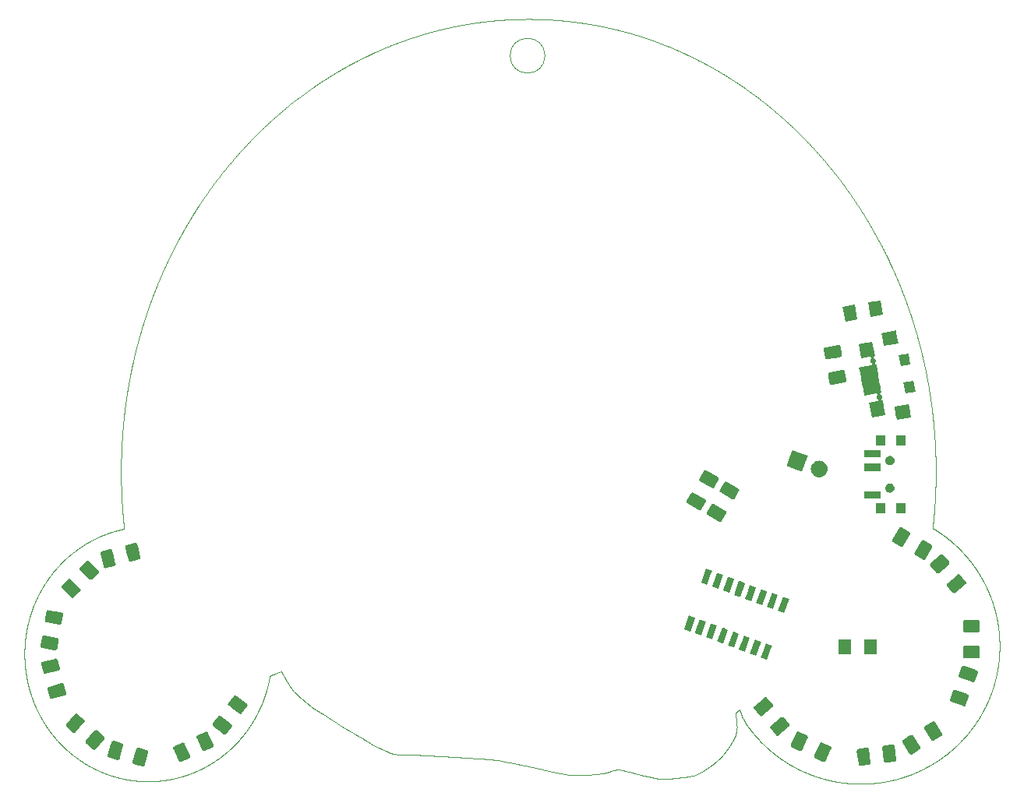
<source format=gbr>
G04 #@! TF.GenerationSoftware,KiCad,Pcbnew,(5.1.0)-1*
G04 #@! TF.CreationDate,2019-09-27T22:37:59-05:00*
G04 #@! TF.ProjectId,BSidesDFW_2019,42536964-6573-4444-9657-5f323031392e,rev?*
G04 #@! TF.SameCoordinates,Original*
G04 #@! TF.FileFunction,Soldermask,Top*
G04 #@! TF.FilePolarity,Negative*
%FSLAX46Y46*%
G04 Gerber Fmt 4.6, Leading zero omitted, Abs format (unit mm)*
G04 Created by KiCad (PCBNEW (5.1.0)-1) date 2019-09-27 22:37:59*
%MOMM*%
%LPD*%
G04 APERTURE LIST*
%ADD10C,0.050000*%
%ADD11C,0.015200*%
%ADD12C,0.100000*%
G04 APERTURE END LIST*
D10*
X113205020Y-55514980D02*
G75*
G03X113205020Y-55514980I-1895020J0D01*
G01*
D11*
X119313265Y-52317211D02*
X119252268Y-52305023D01*
X120546300Y-52584830D02*
X120496186Y-52573160D01*
X120224702Y-52511112D02*
X120164146Y-52497542D01*
X120746543Y-52632138D02*
X120696514Y-52620217D01*
X120696514Y-52620217D02*
X120646463Y-52608358D01*
X118456708Y-52155028D02*
X118395312Y-52144143D01*
X118579414Y-52177079D02*
X118518075Y-52166007D01*
X118640725Y-52188244D02*
X118579414Y-52177079D01*
X118702008Y-52199503D02*
X118640725Y-52188244D01*
X118763262Y-52210856D02*
X118702008Y-52199503D01*
X118824488Y-52222301D02*
X118763262Y-52210856D01*
X120596392Y-52596563D02*
X120546300Y-52584830D01*
X118885685Y-52233840D02*
X118824488Y-52222301D01*
X118946854Y-52245471D02*
X118885685Y-52233840D01*
X119739426Y-52405120D02*
X119678633Y-52392285D01*
X119069106Y-52269013D02*
X119007994Y-52257196D01*
X119617811Y-52379542D02*
X119556960Y-52366891D01*
X119130189Y-52280924D02*
X119069106Y-52269013D01*
X121195865Y-52742242D02*
X121146025Y-52729759D01*
X119252268Y-52305023D02*
X119191243Y-52292927D01*
X119435171Y-52341866D02*
X119374232Y-52329492D01*
X121146025Y-52729759D02*
X121096163Y-52717338D01*
X119496080Y-52354332D02*
X119435171Y-52341866D01*
X119860922Y-52431067D02*
X119800189Y-52418047D01*
X120846540Y-52656168D02*
X120796552Y-52644122D01*
X119800189Y-52418047D02*
X119739426Y-52405120D01*
X120345723Y-52538527D02*
X120285227Y-52524774D01*
X120042946Y-52470676D02*
X119982301Y-52457381D01*
X120496186Y-52573160D02*
X120446053Y-52561553D01*
X120946453Y-52680448D02*
X120896507Y-52668277D01*
X120103561Y-52484063D02*
X120042946Y-52470676D01*
X120164146Y-52497542D02*
X120103561Y-52484063D01*
X120285227Y-52524774D02*
X120224702Y-52511112D01*
X120996377Y-52692682D02*
X120946453Y-52680448D01*
X119191243Y-52292927D02*
X119130189Y-52280924D01*
X121096163Y-52717338D02*
X121046281Y-52704979D01*
X119556960Y-52366891D02*
X119496080Y-52354332D01*
X119374232Y-52329492D02*
X119313265Y-52317211D01*
X121046281Y-52704979D02*
X120996377Y-52692682D01*
X118333484Y-52133280D02*
X118271627Y-52122513D01*
X119007994Y-52257196D02*
X118946854Y-52245471D01*
X121245684Y-52754788D02*
X121195865Y-52742242D01*
X118518075Y-52166007D02*
X118456708Y-52155028D01*
X120646463Y-52608358D02*
X120596392Y-52596563D01*
X120896507Y-52668277D02*
X120846540Y-52656168D01*
X120796552Y-52644122D02*
X120746543Y-52632138D01*
X119982301Y-52457381D02*
X119921626Y-52444178D01*
X118395312Y-52144143D02*
X118333484Y-52133280D01*
X119678633Y-52392285D02*
X119617811Y-52379542D01*
X119921626Y-52444178D02*
X119860922Y-52431067D01*
X120446053Y-52561553D02*
X120395898Y-52550009D01*
X120395898Y-52550009D02*
X120345723Y-52538527D01*
X125721375Y-54165737D02*
X125633310Y-54132394D01*
X125191744Y-53968688D02*
X125103184Y-53936549D01*
X125280222Y-54001027D02*
X125191744Y-53968688D01*
X122284484Y-53031894D02*
X122198687Y-53007880D01*
X123732723Y-53468361D02*
X123648080Y-53441220D01*
X124070597Y-53578743D02*
X123986233Y-53550875D01*
X124575294Y-53749752D02*
X124491355Y-53720799D01*
X125809357Y-54199279D02*
X125721375Y-54165737D01*
X123563368Y-53414261D02*
X123478587Y-53387485D01*
X121643465Y-52857394D02*
X121593818Y-52844351D01*
X121940897Y-52936952D02*
X121891380Y-52923538D01*
X121841840Y-52910185D02*
X121792279Y-52896895D01*
X123478587Y-53387485D02*
X123393737Y-53360891D01*
X125633310Y-54132394D02*
X125545162Y-54099252D01*
X125897255Y-54233021D02*
X125809357Y-54199279D01*
X124239112Y-53635023D02*
X124154890Y-53606793D01*
X122712471Y-53154745D02*
X122627007Y-53129805D01*
X122198687Y-53007880D02*
X122112823Y-52984051D01*
X123986233Y-53550875D02*
X123901800Y-53523189D01*
X122370215Y-53056094D02*
X122284484Y-53031894D01*
X122455879Y-53080479D02*
X122370215Y-53056094D01*
X123138773Y-53282209D02*
X123053648Y-53256348D01*
X124748128Y-53810013D02*
X124659161Y-53778885D01*
X124659161Y-53778885D02*
X124575294Y-53749752D01*
X125014542Y-53904612D02*
X124925819Y-53872877D01*
X121295481Y-52767397D02*
X121245684Y-52754788D01*
X123053648Y-53256348D02*
X122968456Y-53230671D01*
X123393737Y-53360891D02*
X123308817Y-53334480D01*
X126160445Y-54335442D02*
X126072799Y-54301103D01*
X123223829Y-53308253D02*
X123138773Y-53282209D01*
X121693092Y-52870499D02*
X121643465Y-52857394D01*
X121345257Y-52780067D02*
X121295481Y-52767397D01*
X125985069Y-54266962D02*
X125897255Y-54233021D01*
X121444746Y-52805594D02*
X121395012Y-52792800D01*
X121544149Y-52831370D02*
X121494458Y-52818451D01*
X122627007Y-53129805D02*
X122541477Y-53105049D01*
X126072799Y-54301103D02*
X125985069Y-54266962D01*
X121792279Y-52896895D02*
X121742696Y-52883666D01*
X125368618Y-54033568D02*
X125280222Y-54001027D01*
X126248007Y-54369980D02*
X126160445Y-54335442D01*
X122112823Y-52984051D02*
X122026893Y-52960408D01*
X121593818Y-52844351D02*
X121544149Y-52831370D01*
X122026893Y-52960408D02*
X121940897Y-52936952D01*
X123817296Y-53495684D02*
X123732723Y-53468361D01*
X123308817Y-53334480D02*
X123223829Y-53308253D01*
X123648080Y-53441220D02*
X123563368Y-53414261D01*
X125545162Y-54099252D02*
X125456931Y-54066310D01*
X121742696Y-52883666D02*
X121693092Y-52870499D01*
X124323264Y-53663435D02*
X124239112Y-53635023D01*
X121891380Y-52923538D02*
X121841840Y-52910185D01*
X122797867Y-53179869D02*
X122712471Y-53154745D01*
X125103184Y-53936549D02*
X125014542Y-53904612D01*
X124837014Y-53841344D02*
X124748128Y-53810013D01*
X122968456Y-53230671D02*
X122883195Y-53205178D01*
X125456931Y-54066310D02*
X125368618Y-54033568D01*
X121395012Y-52792800D02*
X121345257Y-52780067D01*
X124154890Y-53606793D02*
X124070597Y-53578743D01*
X121494458Y-52818451D02*
X121444746Y-52805594D01*
X124407345Y-53692027D02*
X124323264Y-53663435D01*
X122883195Y-53205178D02*
X122797867Y-53179869D01*
X124925819Y-53872877D02*
X124837014Y-53841344D01*
X122541477Y-53105049D02*
X122455879Y-53080479D01*
X123901800Y-53523189D02*
X123817296Y-53495684D01*
X124491355Y-53720799D02*
X124407345Y-53692027D01*
X126771592Y-54581364D02*
X126684541Y-54545639D01*
X127741769Y-54995376D02*
X127695684Y-54975045D01*
X128017741Y-55118528D02*
X127971810Y-55097864D01*
X128384272Y-55285834D02*
X128338546Y-55264727D01*
X128930963Y-55543408D02*
X128885549Y-55521641D01*
X129355427Y-55750118D02*
X129294932Y-55720295D01*
X126858557Y-54617285D02*
X126771592Y-54581364D01*
X127603440Y-54934551D02*
X127557279Y-54914388D01*
X129657190Y-55900695D02*
X129596933Y-55870386D01*
X128338546Y-55264727D02*
X128292794Y-55243676D01*
X126945435Y-54653403D02*
X126858557Y-54617285D01*
X127032227Y-54689718D02*
X126945435Y-54653403D01*
X128063648Y-55139247D02*
X128017741Y-55118528D01*
X127292082Y-54799838D02*
X127205551Y-54762935D01*
X127378526Y-54836935D02*
X127292082Y-54799838D01*
X127833862Y-55036204D02*
X127787828Y-55015762D01*
X127925853Y-55077255D02*
X127879870Y-55056702D01*
X127879870Y-55056702D02*
X127833862Y-55036204D01*
X128521296Y-55349485D02*
X128475647Y-55328213D01*
X128566919Y-55370812D02*
X128521296Y-55349485D01*
X128109528Y-55160022D02*
X128063648Y-55139247D01*
X129294932Y-55720295D02*
X129234388Y-55690569D01*
X128794642Y-55478273D02*
X128749150Y-55456671D01*
X129052475Y-55601979D02*
X128991742Y-55572644D01*
X129113160Y-55631411D02*
X129052475Y-55601979D01*
X129234388Y-55690569D02*
X129173798Y-55660941D01*
X129476276Y-55810057D02*
X129415875Y-55780039D01*
X127464883Y-54874228D02*
X127378526Y-54836935D01*
X127557279Y-54914388D02*
X127511094Y-54894280D01*
X129536628Y-55840173D02*
X129476276Y-55810057D01*
X129173798Y-55660941D02*
X129113160Y-55631411D01*
X128612515Y-55392195D02*
X128566919Y-55370812D01*
X127695684Y-54975045D02*
X127649575Y-54954770D01*
X127787828Y-55015762D02*
X127741769Y-54995376D01*
X129957752Y-56053699D02*
X129897736Y-56022905D01*
X127971810Y-55097864D02*
X127925853Y-55077255D01*
X128840109Y-55499930D02*
X128794642Y-55478273D01*
X128703631Y-55435124D02*
X128658086Y-55413632D01*
X129596933Y-55870386D02*
X129536628Y-55840173D01*
X129777559Y-55961606D02*
X129717399Y-55931102D01*
X129897736Y-56022905D02*
X129837672Y-55992207D01*
X129415875Y-55780039D02*
X129355427Y-55750118D01*
X129717399Y-55931102D02*
X129657190Y-55900695D01*
X129837672Y-55992207D02*
X129777559Y-55961606D01*
X127649575Y-54954770D02*
X127603440Y-54934551D01*
X128201212Y-55201738D02*
X128155383Y-55180853D01*
X126422876Y-54439650D02*
X126335484Y-54404716D01*
X126335484Y-54404716D02*
X126248007Y-54369980D01*
X126510183Y-54474782D02*
X126422876Y-54439650D01*
X126597405Y-54510112D02*
X126510183Y-54474782D01*
X128658086Y-55413632D02*
X128612515Y-55392195D01*
X126684541Y-54545639D02*
X126597405Y-54510112D01*
X128991742Y-55572644D02*
X128930963Y-55543408D01*
X127118932Y-54726229D02*
X127032227Y-54689718D01*
X127205551Y-54762935D02*
X127118932Y-54726229D01*
X128429973Y-55306996D02*
X128384272Y-55285834D01*
X127511094Y-54894280D02*
X127464883Y-54874228D01*
X128155383Y-55180853D02*
X128109528Y-55160022D01*
X128247016Y-55222679D02*
X128201212Y-55201738D01*
X128749150Y-55456671D02*
X128703631Y-55435124D01*
X128475647Y-55328213D02*
X128429973Y-55306996D01*
X128885549Y-55521641D02*
X128840109Y-55499930D01*
X130017720Y-56084590D02*
X129957752Y-56053699D01*
X128292794Y-55243676D02*
X128247016Y-55222679D01*
X133263514Y-57945234D02*
X133197632Y-57903628D01*
X133788025Y-58282445D02*
X133722709Y-58239870D01*
X131574879Y-56930067D02*
X131509487Y-56892851D01*
X133853269Y-58325140D02*
X133788025Y-58282445D01*
X132290011Y-57347132D02*
X132225318Y-57308636D01*
X133460736Y-58070780D02*
X133395066Y-58028810D01*
X133526336Y-58112871D02*
X133460736Y-58070780D01*
X133918441Y-58367955D02*
X133853269Y-58325140D01*
X132030853Y-57193845D02*
X131965904Y-57155813D01*
X131444033Y-56855753D02*
X131378516Y-56818772D01*
X130077639Y-56115577D02*
X130017720Y-56084590D01*
X131705473Y-57004849D02*
X131640208Y-56967400D01*
X130918153Y-56563196D02*
X130852139Y-56527157D01*
X133591865Y-58155083D02*
X133526336Y-58112871D01*
X132548144Y-57502269D02*
X132483707Y-57463311D01*
X134113529Y-58497122D02*
X134048572Y-58453947D01*
X130137510Y-56146661D02*
X130077639Y-56115577D01*
X131900891Y-57117897D02*
X131835815Y-57080098D01*
X132483707Y-57463311D02*
X132419206Y-57424469D01*
X133722709Y-58239870D02*
X133657322Y-58197416D01*
X134048572Y-58453947D02*
X133983542Y-58410891D01*
X130197332Y-56177841D02*
X130137510Y-56146661D01*
X131115824Y-56672021D02*
X131049996Y-56635628D01*
X132933404Y-57738425D02*
X132869356Y-57698779D01*
X130555237Y-56366941D02*
X130495709Y-56335184D01*
X133197632Y-57903628D02*
X133131680Y-57862145D01*
X130257105Y-56209118D02*
X130197332Y-56177841D01*
X132805244Y-57659247D02*
X132741066Y-57619831D01*
X131770676Y-57042415D02*
X131705473Y-57004849D01*
X132354641Y-57385743D02*
X132290011Y-57347132D01*
X130316829Y-56240491D02*
X130257105Y-56209118D01*
X130376505Y-56271959D02*
X130316829Y-56240491D01*
X131378516Y-56818772D02*
X131312937Y-56781908D01*
X130614716Y-56398793D02*
X130555237Y-56366941D01*
X130733526Y-56462784D02*
X130674146Y-56430741D01*
X131640208Y-56967400D02*
X131574879Y-56930067D01*
X132225318Y-57308636D02*
X132160560Y-57270256D01*
X132869356Y-57698779D02*
X132805244Y-57659247D01*
X133395066Y-58028810D02*
X133329325Y-57986961D01*
X131965904Y-57155813D02*
X131900891Y-57117897D01*
X133065658Y-57820783D02*
X132999566Y-57779543D01*
X133131680Y-57862145D02*
X133065658Y-57820783D01*
X130436131Y-56303524D02*
X130376505Y-56271959D01*
X131509487Y-56892851D02*
X131444033Y-56855753D01*
X130495709Y-56335184D02*
X130436131Y-56303524D01*
X130674146Y-56430741D02*
X130614716Y-56398793D01*
X132419206Y-57424469D02*
X132354641Y-57385743D01*
X133983542Y-58410891D02*
X133918441Y-58367955D01*
X130792857Y-56494922D02*
X130733526Y-56462784D01*
X130852139Y-56527157D02*
X130792857Y-56494922D01*
X133329325Y-57986961D02*
X133263514Y-57945234D01*
X133657322Y-58197416D02*
X133591865Y-58155083D01*
X132612516Y-57541341D02*
X132548144Y-57502269D01*
X130984105Y-56599353D02*
X130918153Y-56563196D01*
X131312937Y-56781908D02*
X131247295Y-56745161D01*
X131049996Y-56635628D02*
X130984105Y-56599353D01*
X131181591Y-56708532D02*
X131115824Y-56672021D01*
X132160560Y-57270256D02*
X132095738Y-57231993D01*
X132741066Y-57619831D02*
X132676823Y-57580528D01*
X131247295Y-56745161D02*
X131181591Y-56708532D01*
X131835815Y-57080098D02*
X131770676Y-57042415D01*
X132095738Y-57231993D02*
X132030853Y-57193845D01*
X132676823Y-57580528D02*
X132612516Y-57541341D01*
X132999566Y-57779543D02*
X132933404Y-57738425D01*
X135680303Y-59590633D02*
X135620188Y-59546782D01*
X136809466Y-60443710D02*
X136750660Y-60397875D01*
X137200116Y-60752232D02*
X137131949Y-60697887D01*
X135379048Y-59372436D02*
X135318595Y-59329114D01*
X137741968Y-61192018D02*
X137674578Y-61136559D01*
X135015319Y-59114102D02*
X134951380Y-59069261D01*
X135076108Y-59156891D02*
X135015319Y-59114102D01*
X135439434Y-59415863D02*
X135379048Y-59372436D01*
X136632838Y-60306515D02*
X136573822Y-60260990D01*
X137674578Y-61136559D02*
X137607089Y-61081238D01*
X134178415Y-58540418D02*
X134113529Y-58497122D01*
X135136830Y-59199787D02*
X135076108Y-59156891D01*
X137268187Y-60806718D02*
X137200116Y-60752232D01*
X135258074Y-59285899D02*
X135197485Y-59242790D01*
X135800330Y-59678651D02*
X135740351Y-59634589D01*
X136039565Y-59855949D02*
X135979859Y-59811467D01*
X137063685Y-60643681D02*
X136995325Y-60589615D01*
X136926869Y-60535690D02*
X136868203Y-60489649D01*
X137943554Y-61359226D02*
X137876457Y-61303352D01*
X138010552Y-61415238D02*
X137943554Y-61359226D01*
X136995325Y-60589615D02*
X136926869Y-60535690D01*
X137336161Y-60861343D02*
X137268187Y-60806718D01*
X134243228Y-58583833D02*
X134178415Y-58540418D01*
X134501758Y-58758688D02*
X134437234Y-58714796D01*
X134372638Y-58671022D02*
X134307969Y-58627368D01*
X134759124Y-58935448D02*
X134694892Y-58891080D01*
X134437234Y-58714796D02*
X134372638Y-58671022D01*
X135560004Y-59503036D02*
X135499753Y-59459397D01*
X135979859Y-59811467D02*
X135920085Y-59767090D01*
X136099203Y-59900536D02*
X136039565Y-59855949D01*
X136573822Y-60260990D02*
X136514737Y-60215569D01*
X138077452Y-61471387D02*
X138010552Y-61415238D01*
X134630587Y-58846830D02*
X134566209Y-58802700D01*
X135499753Y-59459397D02*
X135439434Y-59415863D01*
X136396359Y-60125039D02*
X136337066Y-60079930D01*
X136455583Y-60170252D02*
X136396359Y-60125039D01*
X136750660Y-60397875D02*
X136691784Y-60352143D01*
X134951380Y-59069261D02*
X134887368Y-59024538D01*
X135620188Y-59546782D02*
X135560004Y-59503036D01*
X137131949Y-60697887D02*
X137063685Y-60643681D01*
X134694892Y-58891080D02*
X134630587Y-58846830D01*
X136158772Y-59945228D02*
X136099203Y-59900536D01*
X136337066Y-60079930D02*
X136277703Y-60034925D01*
X136868203Y-60489649D02*
X136809466Y-60443710D01*
X136691784Y-60352143D02*
X136632838Y-60306515D01*
X137471819Y-60971012D02*
X137404039Y-60916108D01*
X135740351Y-59634589D02*
X135680303Y-59590633D01*
X134307969Y-58627368D02*
X134243228Y-58583833D01*
X134566209Y-58802700D02*
X134501758Y-58758688D01*
X134887368Y-59024538D02*
X134823283Y-58979934D01*
X138144253Y-61527674D02*
X138077452Y-61471387D01*
X135197485Y-59242790D02*
X135136830Y-59199787D01*
X135860241Y-59722818D02*
X135800330Y-59678651D01*
X134823283Y-58979934D02*
X134759124Y-58935448D01*
X135318595Y-59329114D02*
X135258074Y-59285899D01*
X137809262Y-61247616D02*
X137741968Y-61192018D01*
X136277703Y-60034925D02*
X136218272Y-59990024D01*
X135920085Y-59767090D02*
X135860241Y-59722818D01*
X136218272Y-59990024D02*
X136158772Y-59945228D01*
X137404039Y-60916108D02*
X137336161Y-60861343D01*
X137876457Y-61303352D02*
X137809262Y-61247616D01*
X136514737Y-60215569D02*
X136455583Y-60170252D01*
X137539503Y-61026056D02*
X137471819Y-60971012D01*
X137607089Y-61081238D02*
X137539503Y-61026056D01*
X141444407Y-64604999D02*
X141383007Y-64541991D01*
X140893746Y-64048275D02*
X140834294Y-63989277D01*
X140174019Y-63348075D02*
X140113425Y-63290495D01*
X141198164Y-64353731D02*
X141136336Y-64291233D01*
X140052736Y-63233035D02*
X139991953Y-63175694D01*
X140535598Y-63696050D02*
X140475573Y-63637758D01*
X140655364Y-63812987D02*
X140595529Y-63754460D01*
X141871196Y-65049604D02*
X141810550Y-64985710D01*
X141627964Y-64794785D02*
X141566886Y-64731396D01*
X141074401Y-64228864D02*
X141012361Y-64166622D01*
X138210956Y-61584098D02*
X138144253Y-61527674D01*
X141321499Y-64479110D02*
X141259885Y-64416357D01*
X138344063Y-61697357D02*
X138277559Y-61640659D01*
X138410468Y-61754192D02*
X138344063Y-61697357D01*
X140595529Y-63754460D02*
X140535598Y-63696050D01*
X138675090Y-61982893D02*
X138609085Y-61925513D01*
X138740995Y-62040408D02*
X138675090Y-61982893D01*
X138806800Y-62098058D02*
X138740995Y-62040408D01*
X141505700Y-64668134D02*
X141444407Y-64604999D01*
X138872505Y-62155844D02*
X138806800Y-62098058D01*
X138938108Y-62213765D02*
X138872505Y-62155844D01*
X139069012Y-62330012D02*
X139003611Y-62271821D01*
X140774747Y-63930396D02*
X140715103Y-63871633D01*
X139131190Y-62385543D02*
X139069012Y-62330012D01*
X139809041Y-63004388D02*
X139747883Y-62947526D01*
X140234520Y-63405774D02*
X140174019Y-63348075D01*
X139193275Y-62441196D02*
X139131190Y-62385543D01*
X139255269Y-62496970D02*
X139193275Y-62441196D01*
X141383007Y-64541991D02*
X141321499Y-64479110D01*
X141931733Y-65113623D02*
X141871196Y-65049604D01*
X139378978Y-62608883D02*
X139317170Y-62552866D01*
X139440695Y-62665022D02*
X139378978Y-62608883D01*
X141012361Y-64166622D02*
X140953102Y-64107390D01*
X139563849Y-62777661D02*
X139502318Y-62721281D01*
X139625287Y-62834162D02*
X139563849Y-62777661D01*
X142112692Y-65306435D02*
X142052482Y-65242039D01*
X140294925Y-63463592D02*
X140234520Y-63405774D01*
X140415452Y-63579584D02*
X140355236Y-63521529D01*
X141810550Y-64985710D02*
X141749796Y-64921942D01*
X141259885Y-64416357D02*
X141198164Y-64353731D01*
X141566886Y-64731396D02*
X141505700Y-64668134D01*
X139502318Y-62721281D02*
X139440695Y-62665022D01*
X141136336Y-64291233D02*
X141074401Y-64228864D01*
X142052482Y-65242039D02*
X141992162Y-65177769D01*
X138277559Y-61640659D02*
X138210956Y-61584098D01*
X139747883Y-62947526D02*
X139686631Y-62890784D01*
X138476773Y-61811163D02*
X138410468Y-61754192D01*
X138542979Y-61868270D02*
X138476773Y-61811163D01*
X138609085Y-61925513D02*
X138542979Y-61868270D01*
X139003611Y-62271821D02*
X138938108Y-62213765D01*
X139317170Y-62552866D02*
X139255269Y-62496970D01*
X139686631Y-62890784D02*
X139625287Y-62834162D01*
X140113425Y-63290495D02*
X140052736Y-63233035D01*
X139870105Y-63061370D02*
X139809041Y-63004388D01*
X140953102Y-64107390D02*
X140893746Y-64048275D01*
X139931076Y-63118472D02*
X139870105Y-63061370D01*
X141992162Y-65177769D02*
X141931733Y-65113623D01*
X141749796Y-64921942D02*
X141688934Y-64858300D01*
X140834294Y-63989277D02*
X140774747Y-63930396D01*
X139991953Y-63175694D02*
X139931076Y-63118472D01*
X140355236Y-63521529D02*
X140294925Y-63463592D01*
X140475573Y-63637758D02*
X140415452Y-63579584D01*
X141688934Y-64858300D02*
X141627964Y-64794785D01*
X140715103Y-63871633D02*
X140655364Y-63812987D01*
X80289479Y-65740167D02*
X80233542Y-65801736D01*
X78327366Y-68038591D02*
X78265746Y-68115727D01*
X79396624Y-66749642D02*
X79332602Y-66824283D01*
X80457876Y-65556121D02*
X80401646Y-65617359D01*
X78389130Y-67961601D02*
X78327366Y-68038591D01*
X79679589Y-66423435D02*
X79624739Y-66486202D01*
X79268720Y-66899072D02*
X79204977Y-66974009D01*
X78575278Y-67731500D02*
X78513086Y-67808055D01*
X79460785Y-66675151D02*
X79396624Y-66749642D01*
X78637612Y-67655091D02*
X78575278Y-67731500D01*
X78700088Y-67578828D02*
X78637612Y-67655091D01*
X78825465Y-67426741D02*
X78762706Y-67502711D01*
X79789589Y-66298225D02*
X79734539Y-66360776D01*
X78888365Y-67350917D02*
X78825465Y-67426741D01*
X79077911Y-67124329D02*
X79014588Y-67199711D01*
X79204977Y-66974009D02*
X79141374Y-67049095D01*
X79569988Y-66549077D02*
X79515336Y-66612060D01*
X80066321Y-65987101D02*
X80010777Y-66049108D01*
X80233542Y-65801736D02*
X80177703Y-65863415D01*
X80627151Y-65373067D02*
X80570629Y-65433974D01*
X79515336Y-66612060D02*
X79460785Y-66675151D01*
X79624739Y-66486202D02*
X79569988Y-66549077D01*
X79955331Y-66111224D02*
X79899985Y-66173449D01*
X79734539Y-66360776D02*
X79679589Y-66423435D01*
X80177703Y-65863415D02*
X80121963Y-65925203D01*
X80854209Y-65130548D02*
X80797299Y-65191011D01*
X80911215Y-65070197D02*
X80854209Y-65130548D01*
X80968317Y-65009957D02*
X80911215Y-65070197D01*
X79844737Y-66235782D02*
X79789589Y-66298225D01*
X81140200Y-64829908D02*
X81082810Y-64889812D01*
X80345514Y-65678708D02*
X80289479Y-65740167D01*
X80740486Y-65251585D02*
X80683770Y-65312271D01*
X79899985Y-66173449D02*
X79844737Y-66235782D01*
X80514204Y-65494992D02*
X80457876Y-65556121D01*
X80797299Y-65191011D02*
X80740486Y-65251585D01*
X80683770Y-65312271D02*
X80627151Y-65373067D01*
X78204268Y-68193006D02*
X78142934Y-68270430D01*
X78265746Y-68115727D02*
X78204268Y-68193006D01*
X79141374Y-67049095D02*
X79077911Y-67124329D01*
X81082810Y-64889812D02*
X81025515Y-64949829D01*
X78762706Y-67502711D02*
X78700088Y-67578828D01*
X78451037Y-67884755D02*
X78389130Y-67961601D01*
X78513086Y-67808055D02*
X78451037Y-67884755D01*
X81025515Y-64949829D02*
X80968317Y-65009957D01*
X78951406Y-67275240D02*
X78888365Y-67350917D01*
X79014588Y-67199711D02*
X78951406Y-67275240D01*
X80010777Y-66049108D02*
X79955331Y-66111224D01*
X79332602Y-66824283D02*
X79268720Y-66899072D01*
X80121963Y-65925203D02*
X80066321Y-65987101D01*
X80570629Y-65433974D02*
X80514204Y-65494992D01*
X80401646Y-65617359D02*
X80345514Y-65678708D01*
X84484235Y-61674833D02*
X84419300Y-61730321D01*
X84679611Y-61509151D02*
X84614391Y-61564247D01*
X82522600Y-63448625D02*
X82461261Y-63507496D01*
X85007121Y-61235639D02*
X84941431Y-61290078D01*
X82400020Y-63566490D02*
X82338877Y-63625606D01*
X82954705Y-63039975D02*
X82892684Y-63097983D01*
X83203755Y-62809185D02*
X83141348Y-62866696D01*
X84419300Y-61730321D02*
X84354459Y-61785941D01*
X84289713Y-61841690D02*
X84225063Y-61897569D01*
X84875835Y-61344649D02*
X84810333Y-61399352D01*
X82645572Y-63331252D02*
X82584037Y-63389877D01*
X85138782Y-61127157D02*
X85072905Y-61181332D01*
X81197687Y-64770116D02*
X81140200Y-64829908D01*
X81913638Y-64042833D02*
X81853286Y-64102922D01*
X84354459Y-61785941D02*
X84289713Y-61841690D01*
X83456755Y-62578203D02*
X83393359Y-62635757D01*
X81255269Y-64710437D02*
X81197687Y-64770116D01*
X81314618Y-64649146D02*
X81255269Y-64710437D01*
X82830760Y-63156115D02*
X82768933Y-63214371D01*
X81374068Y-64587975D02*
X81314618Y-64649146D01*
X83393359Y-62635757D02*
X83330060Y-62693439D01*
X82095290Y-63863291D02*
X82034640Y-63923017D01*
X84549266Y-61619475D02*
X84484235Y-61674833D01*
X83839173Y-62235567D02*
X83775195Y-62292352D01*
X81553023Y-64405179D02*
X81493271Y-64465991D01*
X84096050Y-62009718D02*
X84031687Y-62065986D01*
X81433619Y-64526923D02*
X81374068Y-64587975D01*
X83711313Y-62349266D02*
X83647528Y-62406308D01*
X82707204Y-63272749D02*
X82645572Y-63331252D01*
X83266858Y-62751248D02*
X83203755Y-62809185D01*
X81493271Y-64465991D02*
X81433619Y-64526923D01*
X82338877Y-63625606D02*
X82277832Y-63684844D01*
X84810333Y-61399352D02*
X84744925Y-61454186D01*
X81612876Y-64344487D02*
X81553023Y-64405179D01*
X81732881Y-64223463D02*
X81672829Y-64283915D01*
X82584037Y-63389877D02*
X82522600Y-63448625D01*
X82892684Y-63097983D02*
X82830760Y-63156115D01*
X83775195Y-62292352D02*
X83711313Y-62349266D01*
X83141348Y-62866696D02*
X83079037Y-62924331D01*
X85072905Y-61181332D02*
X85007121Y-61235639D01*
X83967419Y-62122384D02*
X83903248Y-62178911D01*
X84031687Y-62065986D02*
X83967419Y-62122384D01*
X82461261Y-63507496D02*
X82400020Y-63566490D01*
X84941431Y-61290078D02*
X84875835Y-61344649D01*
X81672829Y-64283915D02*
X81612876Y-64344487D01*
X81793034Y-64163132D02*
X81732881Y-64223463D01*
X81853286Y-64102922D02*
X81793034Y-64163132D01*
X83330060Y-62693439D02*
X83266858Y-62751248D01*
X81974090Y-63982864D02*
X81913638Y-64042833D01*
X82034640Y-63923017D02*
X81974090Y-63982864D01*
X82156039Y-63803687D02*
X82095290Y-63863291D01*
X84225063Y-61897569D02*
X84160509Y-61953579D01*
X83520249Y-62520777D02*
X83456755Y-62578203D01*
X82277832Y-63684844D02*
X82216886Y-63744205D01*
X84744925Y-61454186D02*
X84679611Y-61509151D01*
X82216886Y-63744205D02*
X82156039Y-63803687D01*
X83079037Y-62924331D02*
X83016823Y-62982091D01*
X83647528Y-62406308D02*
X83583840Y-62463478D01*
X84614391Y-61564247D02*
X84549266Y-61619475D01*
X82768933Y-63214371D02*
X82707204Y-63272749D01*
X83016823Y-62982091D02*
X82954705Y-63039975D01*
X83583840Y-62463478D02*
X83520249Y-62520777D01*
X83903248Y-62178911D02*
X83839173Y-62235567D01*
X84160509Y-61953579D02*
X84096050Y-62009718D01*
X88219667Y-58813674D02*
X88176517Y-58843261D01*
X89045684Y-58261695D02*
X89001919Y-58290261D01*
X89308946Y-58091436D02*
X89264989Y-58119677D01*
X87958261Y-58994088D02*
X87869398Y-59056058D01*
X85865286Y-60543362D02*
X85779911Y-60610686D01*
X87427212Y-59369311D02*
X87339203Y-59432639D01*
X87515364Y-59306208D02*
X87427212Y-59369311D01*
X88047266Y-58932345D02*
X87958261Y-58994088D01*
X88914485Y-58347557D02*
X88870816Y-58376285D01*
X85204752Y-61073115D02*
X85138782Y-61127157D01*
X85355288Y-60950575D02*
X85270815Y-61019205D01*
X86208272Y-60276259D02*
X86122303Y-60342705D01*
X89352935Y-58063250D02*
X89308946Y-58091436D01*
X87603659Y-59243331D02*
X87515364Y-59306208D01*
X88306064Y-58754658D02*
X88262849Y-58784139D01*
X88479250Y-58637269D02*
X88435904Y-58666536D01*
X89221064Y-58147972D02*
X89177171Y-58176321D01*
X89133310Y-58204725D02*
X89089481Y-58233183D01*
X86122303Y-60342705D02*
X86036482Y-60409371D01*
X87780677Y-59118255D02*
X87692097Y-59180680D01*
X89177171Y-58176321D02*
X89133310Y-58204725D01*
X85270815Y-61019205D02*
X85204752Y-61073115D01*
X85439912Y-60882163D02*
X85355288Y-60950575D01*
X86727179Y-59882220D02*
X86640328Y-59947339D01*
X85779911Y-60610686D02*
X85694686Y-60678228D01*
X87076039Y-59623974D02*
X86988606Y-59688200D01*
X85950809Y-60476257D02*
X85865286Y-60543362D01*
X86553623Y-60012680D02*
X86467064Y-60078243D01*
X88133401Y-58872903D02*
X88090317Y-58902597D01*
X88435904Y-58666536D02*
X88392591Y-58695856D01*
X88870816Y-58376285D02*
X88827179Y-58405068D01*
X88522627Y-58608056D02*
X88479250Y-58637269D01*
X86640328Y-59947339D02*
X86553623Y-60012680D01*
X88090317Y-58902597D02*
X88047266Y-58932345D01*
X88740003Y-58462795D02*
X88696463Y-58491740D01*
X88783575Y-58433905D02*
X88740003Y-58462795D01*
X89001919Y-58290261D02*
X88958186Y-58318882D01*
X87339203Y-59432639D02*
X87251338Y-59496193D01*
X88176517Y-58843261D02*
X88133401Y-58872903D01*
X89264989Y-58119677D02*
X89221064Y-58147972D01*
X86901319Y-59752650D02*
X86814176Y-59817324D01*
X86988606Y-59688200D02*
X86901319Y-59752650D01*
X88696463Y-58491740D02*
X88652956Y-58520738D01*
X89089481Y-58233183D02*
X89045684Y-58261695D01*
X88566038Y-58578896D02*
X88522627Y-58608056D01*
X88958186Y-58318882D02*
X88914485Y-58347557D01*
X88262849Y-58784139D02*
X88219667Y-58813674D01*
X86036482Y-60409371D02*
X85950809Y-60476257D01*
X85524686Y-60813967D02*
X85439912Y-60882163D01*
X86294388Y-60210033D02*
X86208272Y-60276259D01*
X87251338Y-59496193D02*
X87163616Y-59559971D01*
X87692097Y-59180680D02*
X87603659Y-59243331D01*
X88349311Y-58725230D02*
X88306064Y-58754658D01*
X85609611Y-60745989D02*
X85524686Y-60813967D01*
X85694686Y-60678228D02*
X85609611Y-60745989D01*
X86380652Y-60144027D02*
X86294388Y-60210033D01*
X88652956Y-58520738D02*
X88609480Y-58549790D01*
X86467064Y-60078243D02*
X86380652Y-60144027D01*
X86814176Y-59817324D02*
X86727179Y-59882220D01*
X87163616Y-59559971D02*
X87076039Y-59623974D01*
X88392591Y-58695856D02*
X88349311Y-58725230D01*
X87869398Y-59056058D02*
X87780677Y-59118255D01*
X88609480Y-58549790D02*
X88566038Y-58578896D01*
X88827179Y-58405068D02*
X88783575Y-58433905D01*
X91510009Y-56770115D02*
X91475878Y-56789256D01*
X91955241Y-56524176D02*
X91920892Y-56542902D01*
X91339523Y-56866140D02*
X91305477Y-56885440D01*
X91203440Y-56943530D02*
X91169462Y-56962957D01*
X90581323Y-57305827D02*
X90533402Y-57334319D01*
X91237436Y-56924135D02*
X91203440Y-56943530D01*
X91169462Y-56962957D02*
X91135501Y-56982415D01*
X90485516Y-57362875D02*
X90437665Y-57391494D01*
X90821454Y-57164321D02*
X90773358Y-57192495D01*
X91271448Y-56904772D02*
X91237436Y-56924135D01*
X91680916Y-56674885D02*
X91646701Y-56693867D01*
X89488108Y-57977103D02*
X89441007Y-58007041D01*
X89818828Y-57769283D02*
X89771474Y-57798784D01*
X89866217Y-57739845D02*
X89818828Y-57769283D01*
X91544157Y-56751005D02*
X91510009Y-56770115D01*
X89913642Y-57710469D02*
X89866217Y-57739845D01*
X90008599Y-57651907D02*
X89961102Y-57681157D01*
X90103699Y-57593596D02*
X90056131Y-57622720D01*
X90151302Y-57564535D02*
X90103699Y-57593596D01*
X91749397Y-56637016D02*
X91715148Y-56655934D01*
X90342069Y-57448921D02*
X90294324Y-57477730D01*
X90437665Y-57391494D02*
X90389849Y-57420176D01*
X90533402Y-57334319D02*
X90485516Y-57362875D01*
X90677270Y-57249034D02*
X90629279Y-57277399D01*
X91135501Y-56982415D02*
X91101557Y-57001906D01*
X91373587Y-56846871D02*
X91339523Y-56866140D01*
X91612503Y-56712881D02*
X91578321Y-56731927D01*
X91920892Y-56542902D02*
X91886559Y-56561661D01*
X90725296Y-57220733D02*
X90677270Y-57249034D01*
X90773358Y-57192495D02*
X90725296Y-57220733D01*
X91033720Y-57040980D02*
X90999827Y-57060565D01*
X91578321Y-56731927D02*
X91544157Y-56751005D01*
X91852244Y-56580452D02*
X91817945Y-56599275D01*
X91715148Y-56655934D02*
X91680916Y-56674885D01*
X91989607Y-56505481D02*
X91955241Y-56524176D01*
X90917751Y-57108164D02*
X90869585Y-57136210D01*
X90999827Y-57060565D02*
X90965951Y-57080181D01*
X91407667Y-56827634D02*
X91373587Y-56846871D01*
X91783662Y-56618129D02*
X91749397Y-56637016D01*
X91475878Y-56789256D02*
X91441764Y-56808429D01*
X91646701Y-56693867D02*
X91612503Y-56712881D01*
X90629279Y-57277399D02*
X90581323Y-57305827D01*
X90869585Y-57136210D02*
X90821454Y-57164321D01*
X90965951Y-57080181D02*
X90917751Y-57108164D01*
X91101557Y-57001906D02*
X91067630Y-57021427D01*
X91817945Y-56599275D02*
X91783662Y-56618129D01*
X89396955Y-58035118D02*
X89352935Y-58063250D01*
X89441007Y-58007041D02*
X89396955Y-58035118D01*
X89535246Y-57947227D02*
X89488108Y-57977103D01*
X89582420Y-57917413D02*
X89535246Y-57947227D01*
X89961102Y-57681157D02*
X89913642Y-57710469D01*
X90294324Y-57477730D02*
X90246615Y-57506602D01*
X91305477Y-56885440D02*
X91271448Y-56904772D01*
X89629629Y-57887662D02*
X89582420Y-57917413D01*
X89676875Y-57857974D02*
X89629629Y-57887662D01*
X89724157Y-57828347D02*
X89676875Y-57857974D01*
X89771474Y-57798784D02*
X89724157Y-57828347D01*
X90056131Y-57622720D02*
X90008599Y-57651907D01*
X90198941Y-57535537D02*
X90151302Y-57564535D01*
X90246615Y-57506602D02*
X90198941Y-57535537D01*
X91441764Y-56808429D02*
X91407667Y-56827634D01*
X91886559Y-56561661D02*
X91852244Y-56580452D01*
X91067630Y-57021427D02*
X91033720Y-57040980D01*
X90389849Y-57420176D02*
X90342069Y-57448921D01*
X93370055Y-55787968D02*
X93346155Y-55799844D01*
X93777499Y-55588407D02*
X93753473Y-55600024D01*
X92915112Y-56017304D02*
X92879215Y-56035695D01*
X93226765Y-55859454D02*
X93202910Y-55871422D01*
X93465731Y-55740615D02*
X93441801Y-55752430D01*
X93441801Y-55752430D02*
X93417878Y-55764261D01*
X92023989Y-56486818D02*
X91989607Y-56505481D01*
X92058388Y-56468187D02*
X92023989Y-56486818D01*
X92093883Y-56449006D02*
X92058388Y-56468187D01*
X92129396Y-56429860D02*
X92093883Y-56449006D01*
X93825575Y-55565221D02*
X93801534Y-55576806D01*
X92200474Y-56391668D02*
X92164926Y-56410747D01*
X93753473Y-55600024D02*
X93729454Y-55611655D01*
X93897743Y-55530555D02*
X93873680Y-55542095D01*
X93393963Y-55776107D02*
X93370055Y-55787968D01*
X92271623Y-56353614D02*
X92236040Y-56372624D01*
X92342843Y-56315696D02*
X92307224Y-56334638D01*
X92378478Y-56296789D02*
X92342843Y-56315696D01*
X92414132Y-56277916D02*
X92378478Y-56296789D01*
X92449803Y-56259077D02*
X92414132Y-56277916D01*
X92485492Y-56240273D02*
X92449803Y-56259077D01*
X92951027Y-55998947D02*
X92915112Y-56017304D01*
X93681437Y-55634965D02*
X93657440Y-55646643D01*
X92592662Y-56184066D02*
X92556921Y-56202767D01*
X92879215Y-56035695D02*
X92843335Y-56054121D01*
X93657440Y-55646643D02*
X93633451Y-55658336D01*
X92664196Y-56146766D02*
X92628420Y-56165399D01*
X92771627Y-56091075D02*
X92735800Y-56109604D01*
X92807473Y-56072581D02*
X92771627Y-56091075D01*
X93513614Y-55717030D02*
X93489669Y-55728815D01*
X93921814Y-55519031D02*
X93897743Y-55530555D01*
X92986958Y-55980626D02*
X92951027Y-55998947D01*
X93022907Y-55962338D02*
X92986958Y-55980626D01*
X93130857Y-55907685D02*
X93094857Y-55925868D01*
X93274498Y-55835565D02*
X93250628Y-55847502D01*
X93346155Y-55799844D02*
X93322262Y-55811736D01*
X93561526Y-55693506D02*
X93537566Y-55705261D01*
X93166875Y-55889536D02*
X93130857Y-55907685D01*
X93202910Y-55871422D02*
X93166875Y-55889536D01*
X93849624Y-55553650D02*
X93825575Y-55565221D01*
X93585494Y-55681768D02*
X93561526Y-55693506D01*
X93250628Y-55847502D02*
X93226765Y-55859454D01*
X93873680Y-55542095D02*
X93849624Y-55553650D01*
X93633451Y-55658336D02*
X93609468Y-55670044D01*
X92307224Y-56334638D02*
X92271623Y-56353614D01*
X93609468Y-55670044D02*
X93585494Y-55681768D01*
X93801534Y-55576806D02*
X93777499Y-55588407D01*
X92628420Y-56165399D02*
X92592662Y-56184066D01*
X92556921Y-56202767D02*
X92521198Y-56221503D01*
X92843335Y-56054121D02*
X92807473Y-56072581D01*
X92735800Y-56109604D02*
X92699989Y-56128168D01*
X93705442Y-55623303D02*
X93681437Y-55634965D01*
X92521198Y-56221503D02*
X92485492Y-56240273D01*
X93417878Y-55764261D02*
X93393963Y-55776107D01*
X93537566Y-55705261D02*
X93513614Y-55717030D01*
X93489669Y-55728815D02*
X93465731Y-55740615D01*
X92164926Y-56410747D02*
X92129396Y-56429860D01*
X93729454Y-55611655D02*
X93705442Y-55623303D01*
X92236040Y-56372624D02*
X92200474Y-56391668D01*
X93094857Y-55925868D02*
X93058873Y-55944086D01*
X92699989Y-56128168D02*
X92664196Y-56146766D01*
X93322262Y-55811736D02*
X93298376Y-55823643D01*
X93058873Y-55944086D02*
X93022907Y-55962338D01*
X93298376Y-55823643D02*
X93274498Y-55835565D01*
X96148054Y-54533100D02*
X96072976Y-54563827D01*
X96298402Y-54472086D02*
X96223196Y-54502520D01*
X96750962Y-54292576D02*
X96675378Y-54322126D01*
X94233347Y-55371581D02*
X94200378Y-55387036D01*
X94762685Y-55128214D02*
X94729500Y-55143208D01*
X94895556Y-55068530D02*
X94862318Y-55083408D01*
X95177051Y-54943929D02*
X95102812Y-54976548D01*
X96223196Y-54502520D02*
X96148054Y-54533100D01*
X94696329Y-55158231D02*
X94663172Y-55173282D01*
X97281792Y-54089878D02*
X97205773Y-54118389D01*
X94266329Y-55356154D02*
X94233347Y-55371581D01*
X94663172Y-55173282D02*
X94630027Y-55188362D01*
X96826608Y-54263174D02*
X96750962Y-54292576D01*
X96072976Y-54563827D02*
X95997961Y-54594701D01*
X94365358Y-55310046D02*
X94332335Y-55325387D01*
X94962071Y-55038863D02*
X94928807Y-55053682D01*
X96599857Y-54351823D02*
X96524399Y-54381668D01*
X96449003Y-54411660D02*
X96373671Y-54441800D01*
X94862318Y-55083408D02*
X94829094Y-55098314D01*
X94530675Y-55233777D02*
X94497585Y-55248973D01*
X96524399Y-54381668D02*
X96449003Y-54411660D01*
X96902317Y-54233921D02*
X96826608Y-54263174D01*
X95325723Y-54879126D02*
X95251354Y-54911455D01*
X95251354Y-54911455D02*
X95177051Y-54943929D01*
X95549221Y-54783008D02*
X95474656Y-54814902D01*
X93945892Y-55507522D02*
X93921814Y-55519031D01*
X94497585Y-55248973D02*
X94464508Y-55264198D01*
X94630027Y-55188362D02*
X94596897Y-55203472D01*
X93969978Y-55496028D02*
X93945892Y-55507522D01*
X94563779Y-55218610D02*
X94530675Y-55233777D01*
X94002851Y-55480372D02*
X93969978Y-55496028D01*
X94035738Y-55464744D02*
X94002851Y-55480372D01*
X94068639Y-55449145D02*
X94035738Y-55464744D01*
X94101553Y-55433575D02*
X94068639Y-55449145D01*
X94134481Y-55418033D02*
X94101553Y-55433575D01*
X94167423Y-55402520D02*
X94134481Y-55418033D01*
X94332335Y-55325387D02*
X94299325Y-55340756D01*
X94200378Y-55387036D02*
X94167423Y-55402520D01*
X95848124Y-54656886D02*
X95773301Y-54688198D01*
X96675378Y-54322126D02*
X96599857Y-54351823D01*
X94299325Y-55340756D02*
X94266329Y-55356154D01*
X94596897Y-55203472D02*
X94563779Y-55218610D01*
X94795882Y-55113250D02*
X94762685Y-55128214D01*
X96373671Y-54441800D02*
X96298402Y-54472086D01*
X94729500Y-55143208D02*
X94696329Y-55158231D01*
X97053921Y-54175858D02*
X96978088Y-54204815D01*
X95997961Y-54594701D02*
X95923010Y-54625720D01*
X94398394Y-55294735D02*
X94365358Y-55310046D01*
X94995349Y-55024072D02*
X94962071Y-55038863D01*
X94431444Y-55279452D02*
X94398394Y-55294735D01*
X94464508Y-55264198D02*
X94431444Y-55279452D01*
X95623850Y-54751259D02*
X95549221Y-54783008D01*
X95400157Y-54846941D02*
X95325723Y-54879126D01*
X94829094Y-55098314D02*
X94795882Y-55113250D01*
X95923010Y-54625720D02*
X95848124Y-54656886D01*
X94928807Y-55053682D02*
X94895556Y-55068530D01*
X95028640Y-55009311D02*
X94995349Y-55024072D01*
X95102812Y-54976548D02*
X95028640Y-55009311D01*
X95474656Y-54814902D02*
X95400157Y-54846941D01*
X95698543Y-54719656D02*
X95623850Y-54751259D01*
X96978088Y-54204815D02*
X96902317Y-54233921D01*
X95773301Y-54688198D02*
X95698543Y-54719656D01*
X97129816Y-54147049D02*
X97053921Y-54175858D01*
X97205773Y-54118389D02*
X97129816Y-54147049D01*
X102406393Y-52549918D02*
X102317992Y-52570310D01*
X101613124Y-52740464D02*
X101525311Y-52762607D01*
X100563774Y-53018894D02*
X100476768Y-53043344D01*
X102053178Y-52632659D02*
X101965036Y-52653832D01*
X100302960Y-53092815D02*
X100216160Y-53117837D01*
X100389830Y-53067984D02*
X100302960Y-53092815D01*
X101087240Y-52876217D02*
X100999827Y-52899517D01*
X101262269Y-52830195D02*
X101174721Y-52853110D01*
X102671979Y-52489914D02*
X102583387Y-52509719D01*
X101876960Y-52675199D02*
X101788949Y-52696760D01*
X97357872Y-54061515D02*
X97281792Y-54089878D01*
X102229656Y-52590898D02*
X102141384Y-52611681D01*
X97434013Y-54033302D02*
X97357872Y-54061515D01*
X97517146Y-54002694D02*
X97434013Y-54033302D01*
X101174721Y-52853110D02*
X101087240Y-52876217D01*
X97600351Y-53972264D02*
X97517146Y-54002694D01*
X97683629Y-53942011D02*
X97600351Y-53972264D01*
X97766979Y-53911937D02*
X97683629Y-53942011D01*
X102494858Y-52529721D02*
X102406393Y-52549918D01*
X97933896Y-53852325D02*
X97850402Y-53882042D01*
X98101100Y-53793428D02*
X98017462Y-53822787D01*
X98184809Y-53764248D02*
X98101100Y-53793428D01*
X101437564Y-52784943D02*
X101349883Y-52807472D01*
X98520358Y-53649326D02*
X98436364Y-53677787D01*
X100044126Y-53168050D02*
X99958890Y-53193235D01*
X100650849Y-52994636D02*
X100563774Y-53018894D01*
X99110276Y-53455159D02*
X99025793Y-53482354D01*
X98688556Y-53592945D02*
X98604422Y-53621045D01*
X102317992Y-52570310D02*
X102229656Y-52590898D01*
X99194829Y-53428146D02*
X99110276Y-53455159D01*
X98857035Y-53537287D02*
X98772760Y-53565026D01*
X99025793Y-53482354D02*
X98941379Y-53509730D01*
X101788949Y-52696760D02*
X101701004Y-52718515D01*
X99279451Y-53401315D02*
X99194829Y-53428146D01*
X99788622Y-53244157D02*
X99703590Y-53269893D01*
X99533729Y-53321914D02*
X99448901Y-53348198D01*
X99703590Y-53269893D02*
X99618625Y-53295812D01*
X100737992Y-52970569D02*
X100650849Y-52994636D01*
X100912481Y-52923009D02*
X100825203Y-52946693D01*
X102141384Y-52611681D02*
X102053178Y-52632659D01*
X102583387Y-52509719D02*
X102494858Y-52529721D01*
X99448901Y-53348198D02*
X99364141Y-53374665D01*
X99618625Y-53295812D02*
X99533729Y-53321914D01*
X101965036Y-52653832D02*
X101876960Y-52675199D01*
X97850402Y-53882042D02*
X97766979Y-53911937D01*
X99958890Y-53193235D02*
X99873722Y-53218605D01*
X98017462Y-53822787D02*
X97933896Y-53852325D01*
X98268590Y-53735248D02*
X98184809Y-53764248D01*
X98352442Y-53706427D02*
X98268590Y-53735248D01*
X98436364Y-53677787D02*
X98352442Y-53706427D01*
X98604422Y-53621045D02*
X98520358Y-53649326D01*
X98772760Y-53565026D02*
X98688556Y-53592945D01*
X100476768Y-53043344D02*
X100389830Y-53067984D01*
X98941379Y-53509730D02*
X98857035Y-53537287D01*
X101701004Y-52718515D02*
X101613124Y-52740464D01*
X99364141Y-53374665D02*
X99279451Y-53401315D01*
X99873722Y-53218605D02*
X99788622Y-53244157D01*
X100129428Y-53143048D02*
X100044126Y-53168050D01*
X101525311Y-52762607D02*
X101437564Y-52784943D01*
X100216160Y-53117837D02*
X100129428Y-53143048D01*
X100825203Y-52946693D02*
X100737992Y-52970569D01*
X100999827Y-52899517D02*
X100912481Y-52923009D01*
X102760636Y-52470305D02*
X102671979Y-52489914D01*
X101349883Y-52807472D02*
X101262269Y-52830195D01*
X106945308Y-51779445D02*
X106886380Y-51786037D01*
X105482873Y-51969255D02*
X105397276Y-51982066D01*
X107417547Y-51729792D02*
X107358439Y-51735697D01*
X105055406Y-52035118D02*
X104970069Y-52048833D01*
X104629250Y-52105494D02*
X104544177Y-52120108D01*
X106650894Y-51813264D02*
X106592080Y-51820285D01*
X105140795Y-52021584D02*
X105055406Y-52035118D01*
X107004259Y-51772937D02*
X106945308Y-51779445D01*
X106474522Y-51834581D02*
X106415777Y-51841857D01*
X102849356Y-52450892D02*
X102760636Y-52470305D01*
X102938140Y-52431675D02*
X102849356Y-52450892D01*
X103022169Y-52413682D02*
X102938140Y-52431675D01*
X103106255Y-52395865D02*
X103022169Y-52413682D01*
X104714375Y-52091059D02*
X104629250Y-52105494D01*
X103358849Y-52343473D02*
X103274595Y-52360760D01*
X106768591Y-51799480D02*
X106709731Y-51806329D01*
X105654222Y-51944179D02*
X105568522Y-51956626D01*
X105888123Y-51911170D02*
X105829612Y-51919295D01*
X103190397Y-52378225D02*
X103106255Y-52395865D01*
X103274595Y-52360760D02*
X103190397Y-52378225D01*
X104884785Y-52062728D02*
X104799553Y-52076803D01*
X103865537Y-52243471D02*
X103780951Y-52259694D01*
X107122229Y-51760181D02*
X107063232Y-51766516D01*
X107063232Y-51766516D02*
X107004259Y-51772937D01*
X107299353Y-51741689D02*
X107240289Y-51747767D01*
X104204425Y-52180360D02*
X104119621Y-52195870D01*
X103443159Y-52326363D02*
X103358849Y-52343473D01*
X103696420Y-52276095D02*
X103611945Y-52292673D01*
X105311730Y-51995057D02*
X105226236Y-52008230D01*
X105829612Y-51919295D02*
X105771125Y-51927505D01*
X106415777Y-51841857D02*
X106357055Y-51849219D01*
X105946657Y-51903129D02*
X105888123Y-51911170D01*
X103527524Y-52309429D02*
X103443159Y-52326363D01*
X105226236Y-52008230D02*
X105140795Y-52021584D01*
X106239682Y-51864197D02*
X106181030Y-51871814D01*
X106298357Y-51856665D02*
X106239682Y-51864197D01*
X106592080Y-51820285D02*
X106533290Y-51827390D01*
X103780951Y-52259694D02*
X103696420Y-52276095D01*
X104459159Y-52134902D02*
X104374194Y-52149876D01*
X105397276Y-51982066D02*
X105311730Y-51995057D01*
X104034872Y-52211558D02*
X103950177Y-52227425D01*
X104119621Y-52195870D02*
X104034872Y-52211558D01*
X103611945Y-52292673D02*
X103527524Y-52309429D01*
X106181030Y-51871814D02*
X106122402Y-51879515D01*
X106005215Y-51895173D02*
X105946657Y-51903129D01*
X106533290Y-51827390D02*
X106474522Y-51834581D01*
X105568522Y-51956626D02*
X105482873Y-51969255D01*
X104374194Y-52149876D02*
X104289282Y-52165028D01*
X106827474Y-51792716D02*
X106768591Y-51799480D01*
X104799553Y-52076803D02*
X104714375Y-52091059D01*
X105712662Y-51935800D02*
X105654222Y-51944179D01*
X107358439Y-51735697D02*
X107299353Y-51741689D01*
X107181248Y-51753931D02*
X107122229Y-51760181D01*
X103950177Y-52227425D02*
X103865537Y-52243471D01*
X104289282Y-52165028D02*
X104204425Y-52180360D01*
X106122402Y-51879515D02*
X106063797Y-51887301D01*
X106709731Y-51806329D02*
X106650894Y-51813264D01*
X104544177Y-52120108D02*
X104459159Y-52134902D01*
X106886380Y-51786037D02*
X106827474Y-51792716D01*
X105771125Y-51927505D02*
X105712662Y-51935800D01*
X107240289Y-51747767D02*
X107181248Y-51753931D01*
X104970069Y-52048833D02*
X104884785Y-52062728D01*
X106063797Y-51887301D02*
X106005215Y-51895173D01*
X106357055Y-51849219D02*
X106298357Y-51856665D01*
X108392419Y-51645098D02*
X108351527Y-51648170D01*
X110987937Y-51535314D02*
X110910891Y-51536170D01*
X108515158Y-51636127D02*
X108474235Y-51639076D01*
X109835605Y-51563412D02*
X109759043Y-51566443D01*
X110526137Y-51542635D02*
X110449282Y-51544364D01*
X109376729Y-51583758D02*
X109300367Y-51587652D01*
X107535831Y-51718238D02*
X107476678Y-51723972D01*
X107739366Y-51699186D02*
X107698638Y-51702915D01*
X107657921Y-51706684D02*
X107617214Y-51710495D01*
X107780105Y-51695498D02*
X107739366Y-51699186D01*
X107943162Y-51681155D02*
X107902382Y-51684680D01*
X107820854Y-51691851D02*
X107780105Y-51695498D01*
X107861613Y-51688245D02*
X107820854Y-51691851D01*
X107902382Y-51684680D02*
X107861613Y-51688245D01*
X111065014Y-51534603D02*
X110987937Y-51535314D01*
X107983952Y-51677672D02*
X107943162Y-51681155D01*
X108024753Y-51674230D02*
X107983952Y-51677672D01*
X108065564Y-51670829D02*
X108024753Y-51674230D01*
X108147216Y-51664149D02*
X108106385Y-51667469D01*
X108228910Y-51657634D02*
X108188058Y-51660871D01*
X108310644Y-51651284D02*
X108269772Y-51654438D01*
X109912200Y-51560525D02*
X109835605Y-51563412D01*
X108351527Y-51648170D02*
X108310644Y-51651284D01*
X108433322Y-51642066D02*
X108392419Y-51645098D01*
X108637988Y-51627528D02*
X108597035Y-51630353D01*
X109759043Y-51566443D02*
X109682513Y-51569619D01*
X108556091Y-51633219D02*
X108515158Y-51636127D01*
X108719924Y-51622001D02*
X108678951Y-51624744D01*
X108801901Y-51616640D02*
X108760908Y-51619300D01*
X108842905Y-51614021D02*
X108801901Y-51616640D01*
X108919063Y-51609269D02*
X108842905Y-51614021D01*
X109147743Y-51595869D02*
X109071482Y-51600193D01*
X110065489Y-51555184D02*
X109988828Y-51557783D01*
X110295668Y-51548258D02*
X110218909Y-51550422D01*
X110679944Y-51539612D02*
X110603024Y-51541051D01*
X110910891Y-51536170D02*
X110833877Y-51537171D01*
X109300367Y-51587652D02*
X109224038Y-51591689D01*
X109988828Y-51557783D02*
X109912200Y-51560525D01*
X109606017Y-51572938D02*
X109529554Y-51576401D01*
X108760908Y-51619300D02*
X108719924Y-51622001D01*
X110372459Y-51546238D02*
X110295668Y-51548258D01*
X109529554Y-51576401D02*
X109453125Y-51580008D01*
X110449282Y-51544364D02*
X110372459Y-51546238D01*
X110603024Y-51541051D02*
X110526137Y-51542635D01*
X108678951Y-51624744D02*
X108637988Y-51627528D01*
X108106385Y-51667469D02*
X108065564Y-51670829D01*
X107617214Y-51710495D02*
X107576517Y-51714346D01*
X109224038Y-51591689D02*
X109147743Y-51595869D01*
X109071482Y-51600193D02*
X108995256Y-51604660D01*
X109682513Y-51569619D02*
X109606017Y-51572938D01*
X109453125Y-51580008D02*
X109376729Y-51583758D01*
X107476678Y-51723972D02*
X107417547Y-51729792D01*
X107576517Y-51714346D02*
X107535831Y-51718238D01*
X108995256Y-51604660D02*
X108919063Y-51609269D01*
X111142123Y-51534040D02*
X111065014Y-51534603D01*
X107698638Y-51702915D02*
X107657921Y-51706684D01*
X108188058Y-51660871D02*
X108147216Y-51664149D01*
X108269772Y-51654438D02*
X108228910Y-51657634D01*
X108474235Y-51639076D02*
X108433322Y-51642066D01*
X110218909Y-51550422D02*
X110142183Y-51552731D01*
X108597035Y-51630353D02*
X108556091Y-51633219D01*
X110833877Y-51537171D02*
X110756894Y-51538319D01*
X110142183Y-51552731D02*
X110065489Y-51555184D01*
X110756894Y-51538319D02*
X110679944Y-51539612D01*
X111571389Y-51533573D02*
X111560031Y-51533527D01*
X111338888Y-51533262D02*
X111335622Y-51533267D01*
X111605458Y-51533730D02*
X111594102Y-51533675D01*
X111316026Y-51533303D02*
X111312761Y-51533310D01*
X111639520Y-51533916D02*
X111628167Y-51533851D01*
X111387885Y-51533218D02*
X111384618Y-51533219D01*
X111548673Y-51533484D02*
X111537314Y-51533444D01*
X111319292Y-51533297D02*
X111316026Y-51533303D01*
X111525954Y-51533408D02*
X111514594Y-51533375D01*
X111345420Y-51533252D02*
X111342154Y-51533257D01*
X111374818Y-51533224D02*
X111371551Y-51533226D01*
X111335622Y-51533267D02*
X111332356Y-51533272D01*
X111355219Y-51533240D02*
X111351952Y-51533244D01*
X111514594Y-51533375D02*
X111503233Y-51533344D01*
X111368285Y-51533228D02*
X111365018Y-51533231D01*
X111322558Y-51533290D02*
X111319292Y-51533297D01*
X111412321Y-51533217D02*
X111400954Y-51533216D01*
X111325824Y-51533284D02*
X111322558Y-51533290D01*
X111582746Y-51533622D02*
X111571389Y-51533573D01*
X111391152Y-51533217D02*
X111387885Y-51533218D01*
X111394419Y-51533216D02*
X111391152Y-51533217D01*
X111348686Y-51533248D02*
X111345420Y-51533252D01*
X111384618Y-51533219D02*
X111381351Y-51533220D01*
X111469146Y-51533273D02*
X111457782Y-51533255D01*
X111673577Y-51534130D02*
X111662225Y-51534055D01*
X111594102Y-51533675D02*
X111582746Y-51533622D01*
X111457782Y-51533255D02*
X111446418Y-51533241D01*
X111503233Y-51533344D02*
X111491871Y-51533317D01*
X111351952Y-51533244D02*
X111348686Y-51533248D01*
X111480509Y-51533294D02*
X111469146Y-51533273D01*
X111358485Y-51533237D02*
X111355219Y-51533240D01*
X111365018Y-51533231D02*
X111361752Y-51533234D01*
X111718977Y-51534459D02*
X111707628Y-51534372D01*
X111730325Y-51534549D02*
X111718977Y-51534459D01*
X111741672Y-51534643D02*
X111730325Y-51534549D01*
X111378085Y-51533222D02*
X111374818Y-51533224D01*
X111400954Y-51533216D02*
X111397686Y-51533216D01*
X111381351Y-51533220D02*
X111378085Y-51533222D01*
X111696278Y-51534288D02*
X111684928Y-51534207D01*
X111491871Y-51533317D02*
X111480509Y-51533294D01*
X111616812Y-51533789D02*
X111605458Y-51533730D01*
X111650873Y-51533984D02*
X111639520Y-51533916D01*
X111707628Y-51534372D02*
X111696278Y-51534288D01*
X111560031Y-51533527D02*
X111548673Y-51533484D01*
X111684928Y-51534207D02*
X111673577Y-51534130D01*
X111537314Y-51533444D02*
X111525954Y-51533408D01*
X111342154Y-51533257D02*
X111338888Y-51533262D01*
X111219262Y-51533622D02*
X111142123Y-51534040D01*
X111296433Y-51533350D02*
X111219262Y-51533622D01*
X111361752Y-51533234D02*
X111358485Y-51533237D01*
X111306229Y-51533325D02*
X111302964Y-51533333D01*
X111329090Y-51533278D02*
X111325824Y-51533284D01*
X111423687Y-51533222D02*
X111412321Y-51533217D01*
X111371551Y-51533226D02*
X111368285Y-51533228D01*
X111446418Y-51533241D02*
X111435053Y-51533230D01*
X111299698Y-51533342D02*
X111296433Y-51533350D01*
X111302964Y-51533333D02*
X111299698Y-51533342D01*
X111332356Y-51533272D02*
X111329090Y-51533278D01*
X111309495Y-51533318D02*
X111306229Y-51533325D01*
X111312761Y-51533310D02*
X111309495Y-51533318D01*
X111435053Y-51533230D02*
X111423687Y-51533222D01*
X111662225Y-51534055D02*
X111650873Y-51533984D01*
X111397686Y-51533216D02*
X111394419Y-51533216D01*
X111628167Y-51533851D02*
X111616812Y-51533789D01*
X112468791Y-51547253D02*
X112440665Y-51546523D01*
X113370940Y-51581081D02*
X113300528Y-51577714D01*
X112299972Y-51543162D02*
X112271821Y-51542548D01*
X112553141Y-51549562D02*
X112525029Y-51548773D01*
X112581250Y-51550370D02*
X112553141Y-51549562D01*
X114423664Y-51646158D02*
X114353688Y-51640973D01*
X111753019Y-51534739D02*
X111741672Y-51534643D01*
X111792593Y-51535101D02*
X111764366Y-51534839D01*
X111849037Y-51535684D02*
X111820817Y-51535383D01*
X113511680Y-51588180D02*
X113441324Y-51584570D01*
X114143580Y-51626141D02*
X114073485Y-51621439D01*
X112496912Y-51548003D02*
X112468791Y-51547253D01*
X113300528Y-51577714D02*
X113230087Y-51574469D01*
X113722574Y-51599742D02*
X113652305Y-51595767D01*
X114003361Y-51616857D02*
X113933208Y-51612396D01*
X111933670Y-51536705D02*
X111905463Y-51536345D01*
X114773101Y-51673890D02*
X114703273Y-51668103D01*
X111961872Y-51537085D02*
X111933670Y-51536705D01*
X112074640Y-51538798D02*
X112046455Y-51538340D01*
X114493611Y-51651464D02*
X114423664Y-51646158D01*
X114563528Y-51656890D02*
X114493611Y-51651464D01*
X113089120Y-51568345D02*
X113018595Y-51565467D01*
X114353688Y-51640973D02*
X114283681Y-51635908D01*
X112018265Y-51537902D02*
X111990071Y-51537484D01*
X112102822Y-51539275D02*
X112074640Y-51538798D01*
X113018595Y-51565467D02*
X112948041Y-51562711D01*
X112130999Y-51539772D02*
X112102822Y-51539275D01*
X112215505Y-51541379D02*
X112187341Y-51540824D01*
X112243665Y-51541954D02*
X112215505Y-51541379D01*
X112637453Y-51552045D02*
X112609354Y-51551198D01*
X113792814Y-51603839D02*
X113722574Y-51599742D01*
X112271821Y-51542548D02*
X112243665Y-51541954D01*
X112328119Y-51543795D02*
X112299972Y-51543162D01*
X112356262Y-51544448D02*
X112328119Y-51543795D01*
X112440665Y-51546523D02*
X112412535Y-51545812D01*
X112736213Y-51555177D02*
X112665548Y-51552912D01*
X114703273Y-51668103D02*
X114633416Y-51662437D01*
X112806850Y-51557566D02*
X112736213Y-51555177D01*
X113582006Y-51591913D02*
X113511680Y-51588180D01*
X113933208Y-51612396D02*
X113863026Y-51608057D01*
X114283681Y-51635908D02*
X114213645Y-51630964D01*
X112948041Y-51562711D02*
X112877460Y-51560077D01*
X113652305Y-51595767D02*
X113582006Y-51591913D01*
X114213645Y-51630964D02*
X114143580Y-51626141D01*
X111764366Y-51534839D02*
X111753019Y-51534739D01*
X112877460Y-51560077D02*
X112806850Y-51557566D01*
X113441324Y-51584570D02*
X113370940Y-51581081D01*
X111820817Y-51535383D02*
X111792593Y-51535101D01*
X111990071Y-51537484D02*
X111961872Y-51537085D01*
X113863026Y-51608057D02*
X113792814Y-51603839D01*
X111905463Y-51536345D02*
X111877252Y-51536005D01*
X113159618Y-51571346D02*
X113089120Y-51568345D01*
X112525029Y-51548773D02*
X112496912Y-51548003D01*
X114073485Y-51621439D02*
X114003361Y-51616857D01*
X112665548Y-51552912D02*
X112637453Y-51552045D01*
X112609354Y-51551198D02*
X112581250Y-51550370D01*
X111877252Y-51536005D02*
X111849037Y-51535684D01*
X113230087Y-51574469D02*
X113159618Y-51571346D01*
X112046455Y-51538340D02*
X112018265Y-51537902D01*
X112187341Y-51540824D02*
X112159172Y-51540288D01*
X112159172Y-51540288D02*
X112130999Y-51539772D01*
X112412535Y-51545812D02*
X112384401Y-51545120D01*
X114633416Y-51662437D02*
X114563528Y-51656890D01*
X112384401Y-51545120D02*
X112356262Y-51544448D01*
X118147828Y-52101263D02*
X118085886Y-52090781D01*
X117340412Y-51972438D02*
X117278110Y-51963199D01*
X116217538Y-51821212D02*
X116171126Y-51815655D01*
X115379947Y-51729354D02*
X115333281Y-51724759D01*
X117961918Y-52070102D02*
X117899893Y-52059906D01*
X115566473Y-51748270D02*
X115519862Y-51743461D01*
X115845840Y-51778250D02*
X115799314Y-51773120D01*
X116528375Y-51859842D02*
X116465723Y-51851857D01*
X118271627Y-52122513D02*
X118209741Y-52111841D01*
X114842898Y-51679797D02*
X114773101Y-51673890D01*
X116841235Y-51901218D02*
X116778717Y-51892749D01*
X115006231Y-51694099D02*
X114959455Y-51689934D01*
X115239907Y-51715730D02*
X115193200Y-51711297D01*
X116403044Y-51843970D02*
X116356690Y-51838201D01*
X116591000Y-51867923D02*
X116528375Y-51859842D01*
X115659651Y-51758050D02*
X115613069Y-51753133D01*
X115052994Y-51698318D02*
X115006231Y-51694099D01*
X115519862Y-51743461D02*
X115473238Y-51738705D01*
X116966192Y-51918445D02*
X116903727Y-51909783D01*
X117464934Y-51991205D02*
X117402687Y-51981774D01*
X115193200Y-51711297D02*
X115146478Y-51706916D01*
X115892352Y-51783434D02*
X115845840Y-51778250D01*
X115938850Y-51788671D02*
X115892352Y-51783434D01*
X116078258Y-51804702D02*
X116031803Y-51799305D01*
X118085886Y-52090781D02*
X118023916Y-52080394D01*
X117775757Y-52039799D02*
X117713648Y-52029889D01*
X116716171Y-51884377D02*
X116653599Y-51876102D01*
X117278110Y-51963199D02*
X117215781Y-51954055D01*
X114912665Y-51685823D02*
X114842898Y-51679797D01*
X115099743Y-51702590D02*
X115052994Y-51698318D01*
X116653599Y-51876102D02*
X116591000Y-51867923D01*
X117527154Y-52000732D02*
X117464934Y-51991205D01*
X117153424Y-51945008D02*
X117091041Y-51936057D01*
X116903727Y-51909783D02*
X116841235Y-51901218D01*
X117402687Y-51981774D02*
X117340412Y-51972438D01*
X114959455Y-51689934D02*
X114912665Y-51685823D01*
X117837839Y-52049804D02*
X117775757Y-52039799D01*
X116263936Y-51826822D02*
X116217538Y-51821212D01*
X117028630Y-51927203D02*
X116966192Y-51918445D01*
X116778717Y-51892749D02*
X116716171Y-51884377D01*
X117651511Y-52020074D02*
X117589346Y-52010355D01*
X118209741Y-52111841D02*
X118147828Y-52101263D01*
X115146478Y-51706916D02*
X115099743Y-51702590D01*
X115426600Y-51734003D02*
X115379947Y-51729354D01*
X115333281Y-51724759D02*
X115286601Y-51720218D01*
X117091041Y-51936057D02*
X117028630Y-51927203D01*
X116356690Y-51838201D02*
X116310320Y-51832485D01*
X115286601Y-51720218D02*
X115239907Y-51715730D01*
X115706220Y-51763020D02*
X115659651Y-51758050D01*
X115985334Y-51793961D02*
X115938850Y-51788671D01*
X117589346Y-52010355D02*
X117527154Y-52000732D01*
X116124699Y-51810152D02*
X116078258Y-51804702D01*
X118023916Y-52080394D02*
X117961918Y-52070102D01*
X115473238Y-51738705D02*
X115426600Y-51734003D01*
X116310320Y-51832485D02*
X116263936Y-51826822D01*
X115613069Y-51753133D02*
X115566473Y-51748270D01*
X115752774Y-51768043D02*
X115706220Y-51763020D01*
X115799314Y-51773120D02*
X115752774Y-51768043D01*
X116031803Y-51799305D02*
X115985334Y-51793961D01*
X117713648Y-52029889D02*
X117651511Y-52020074D01*
X116171126Y-51815655D02*
X116124699Y-51810152D01*
X117215781Y-51954055D02*
X117153424Y-51945008D01*
X117899893Y-52059906D02*
X117837839Y-52049804D01*
X116465723Y-51851857D02*
X116403044Y-51843970D01*
X67188666Y-103055667D02*
X67190626Y-103102187D01*
X67206514Y-103449874D02*
X67208562Y-103491485D01*
X67196737Y-103241680D02*
X67198630Y-103283337D01*
X67214894Y-103616264D02*
X67217066Y-103657839D01*
X67219269Y-103699404D02*
X67221503Y-103740960D01*
X67176035Y-102729712D02*
X67177723Y-102776310D01*
X67183020Y-102916039D02*
X67184863Y-102962593D01*
X67200554Y-103324985D02*
X67202510Y-103366624D01*
X67217066Y-103657839D02*
X67219269Y-103699404D01*
X67192624Y-103148696D02*
X67194661Y-103195194D01*
X67296175Y-104895446D02*
X67299688Y-104941873D01*
X67285867Y-104756091D02*
X67289264Y-104802555D01*
X67292700Y-104849007D02*
X67296175Y-104895446D01*
X67289264Y-104802555D02*
X67292700Y-104849007D01*
X67186745Y-103009136D02*
X67188666Y-103055667D01*
X67272666Y-104570114D02*
X67275908Y-104616627D01*
X67282509Y-104709615D02*
X67285867Y-104756091D01*
X67210642Y-103533087D02*
X67212752Y-103574680D01*
X67279189Y-104663127D02*
X67282509Y-104709615D01*
X67275908Y-104616627D02*
X67279189Y-104663127D01*
X67243002Y-104114545D02*
X67245545Y-104156008D01*
X67269816Y-104528746D02*
X67272666Y-104570114D01*
X67266996Y-104487369D02*
X67269816Y-104528746D01*
X67190626Y-103102187D02*
X67192624Y-103148696D01*
X67258721Y-104363179D02*
X67261449Y-104404585D01*
X67238008Y-104031591D02*
X67240490Y-104073073D01*
X67202510Y-103366624D02*
X67204496Y-103408253D01*
X67250723Y-104238905D02*
X67253358Y-104280339D01*
X67223769Y-103782506D02*
X67226065Y-103824044D01*
X67240490Y-104073073D02*
X67243002Y-104114545D01*
X67194661Y-103195194D02*
X67196737Y-103241680D01*
X67177723Y-102776310D02*
X67179450Y-102822898D01*
X67184863Y-102962593D02*
X67186745Y-103009136D01*
X67256024Y-104321764D02*
X67258721Y-104363179D01*
X67198630Y-103283337D02*
X67200554Y-103324985D01*
X67264207Y-104445982D02*
X67266996Y-104487369D01*
X67261449Y-104404585D02*
X67264207Y-104445982D01*
X67253358Y-104280339D02*
X67256024Y-104321764D01*
X67248118Y-104197461D02*
X67250723Y-104238905D01*
X67245545Y-104156008D02*
X67248118Y-104197461D01*
X67235558Y-103990101D02*
X67238008Y-104031591D01*
X67233138Y-103948600D02*
X67235558Y-103990101D01*
X67230750Y-103907091D02*
X67233138Y-103948600D01*
X67204496Y-103408253D02*
X67206514Y-103449874D01*
X67226065Y-103824044D02*
X67228392Y-103865572D01*
X67179450Y-102822898D02*
X67181216Y-102869474D01*
X67228392Y-103865572D02*
X67230750Y-103907091D01*
X67208562Y-103491485D02*
X67210642Y-103533087D01*
X67221503Y-103740960D02*
X67223769Y-103782506D01*
X67181216Y-102869474D02*
X67183020Y-102916039D01*
X67212752Y-103574680D02*
X67214894Y-103616264D01*
X67145600Y-101496530D02*
X67146037Y-101528056D01*
X67140678Y-100896625D02*
X67140777Y-100928241D01*
X67140462Y-100710365D02*
X67140454Y-100738473D01*
X67147964Y-101654113D02*
X67148490Y-101685616D01*
X67141026Y-100485632D02*
X67140906Y-100513711D01*
X67151370Y-101842251D02*
X67152317Y-101889057D01*
X67147456Y-101622606D02*
X67147964Y-101654113D01*
X67141537Y-101086253D02*
X67141743Y-101117841D01*
X67141027Y-100991460D02*
X67141179Y-101023062D01*
X67140906Y-100513711D02*
X67140801Y-100541793D01*
X67174386Y-102683102D02*
X67176035Y-102729712D01*
X67169673Y-102543207D02*
X67171205Y-102589850D01*
X67140483Y-100682260D02*
X67140462Y-100710365D01*
X67150463Y-101795434D02*
X67151370Y-101842251D01*
X67144779Y-101433463D02*
X67145181Y-101464998D01*
X67143351Y-101307271D02*
X67143681Y-101338826D01*
X67140463Y-100770113D02*
X67140490Y-100801748D01*
X67140535Y-100833378D02*
X67140598Y-100865004D01*
X67171205Y-102589850D02*
X67172776Y-102636482D01*
X67149034Y-101717113D02*
X67149595Y-101748606D01*
X67140490Y-100801748D02*
X67140535Y-100833378D01*
X67140518Y-100654159D02*
X67140483Y-100682260D01*
X67172776Y-102636482D02*
X67174386Y-102683102D01*
X67161297Y-102263119D02*
X67162595Y-102309828D01*
X67168179Y-102496553D02*
X67169673Y-102543207D01*
X67156494Y-102076175D02*
X67157636Y-102122927D01*
X67166725Y-102449888D02*
X67168179Y-102496553D01*
X67163933Y-102356525D02*
X67165309Y-102403212D01*
X67146492Y-101559578D02*
X67146965Y-101591094D01*
X67143681Y-101338826D02*
X67144029Y-101370376D01*
X67162595Y-102309828D02*
X67163933Y-102356525D01*
X67143038Y-101275711D02*
X67143351Y-101307271D01*
X67141743Y-101117841D02*
X67141966Y-101149425D01*
X67141179Y-101023062D02*
X67141349Y-101054660D01*
X67158817Y-102169669D02*
X67160037Y-102216399D01*
X67146965Y-101591094D02*
X67147456Y-101622606D01*
X67140777Y-100928241D02*
X67140893Y-100959853D01*
X67153302Y-101935853D02*
X67154327Y-101982637D01*
X67146037Y-101528056D02*
X67146492Y-101559578D01*
X67140454Y-100738473D02*
X67140463Y-100770113D01*
X67157636Y-102122927D02*
X67158817Y-102169669D01*
X67142743Y-101244147D02*
X67143038Y-101275711D01*
X67141966Y-101149425D02*
X67142207Y-101181003D01*
X67140598Y-100865004D02*
X67140678Y-100896625D01*
X67140893Y-100959853D02*
X67141027Y-100991460D01*
X67140631Y-100597969D02*
X67140568Y-100626062D01*
X67145181Y-101464998D02*
X67145600Y-101496530D01*
X67165309Y-102403212D02*
X67166725Y-102449888D01*
X67160037Y-102216399D02*
X67161297Y-102263119D01*
X67155391Y-102029411D02*
X67156494Y-102076175D01*
X67154327Y-101982637D02*
X67155391Y-102029411D01*
X67149595Y-101748606D02*
X67150463Y-101795434D01*
X67144395Y-101401922D02*
X67144779Y-101433463D01*
X67152317Y-101889057D02*
X67153302Y-101935853D01*
X67148490Y-101685616D02*
X67149034Y-101717113D01*
X67141161Y-100457557D02*
X67141026Y-100485632D01*
X67142207Y-101181003D02*
X67142466Y-101212577D01*
X67141349Y-101054660D02*
X67141537Y-101086253D01*
X67144029Y-101370376D02*
X67144395Y-101401922D01*
X67140568Y-100626062D02*
X67140518Y-100654159D01*
X67141309Y-100429486D02*
X67141161Y-100457557D01*
X67142466Y-101212577D02*
X67142743Y-101244147D01*
X67140709Y-100569879D02*
X67140631Y-100597969D01*
X67140801Y-100541793D02*
X67140709Y-100569879D01*
X67145982Y-99952848D02*
X67145594Y-99980855D01*
X67246297Y-97308765D02*
X67240806Y-97398619D01*
X67172718Y-98842173D02*
X67169704Y-98932756D01*
X67215524Y-97848545D02*
X67210903Y-97938661D01*
X67269706Y-96949794D02*
X67263638Y-97039470D01*
X67263638Y-97039470D02*
X67257713Y-97129191D01*
X67169704Y-98932756D02*
X67166838Y-99023381D01*
X67145221Y-100008866D02*
X67144862Y-100036881D01*
X67149210Y-99749862D02*
X67147671Y-99840856D01*
X67141838Y-100345295D02*
X67141647Y-100373355D01*
X67142261Y-100289186D02*
X67142042Y-100317238D01*
X67142741Y-100233092D02*
X67142494Y-100261137D01*
X67143001Y-100205051D02*
X67142741Y-100233092D01*
X67144185Y-100092923D02*
X67143868Y-100120949D01*
X67251933Y-97218956D02*
X67246297Y-97308765D01*
X67144862Y-100036881D02*
X67144517Y-100064900D01*
X67145594Y-99980855D02*
X67145221Y-100008866D01*
X67186238Y-98480259D02*
X67182638Y-98570674D01*
X67146383Y-99924844D02*
X67145982Y-99952848D01*
X67146798Y-99896844D02*
X67146383Y-99924844D01*
X67147228Y-99868848D02*
X67146798Y-99896844D01*
X67166838Y-99023381D02*
X67164118Y-99114047D01*
X67308567Y-96419999D02*
X67304000Y-96478787D01*
X67175878Y-98751631D02*
X67172718Y-98842173D01*
X67189984Y-98389886D02*
X67186238Y-98480259D01*
X67304000Y-96478787D02*
X67299496Y-96537595D01*
X67147671Y-99840856D02*
X67147228Y-99868848D01*
X67182638Y-98570674D02*
X67179185Y-98661132D01*
X67150896Y-99658909D02*
X67149210Y-99749862D01*
X67152731Y-99567997D02*
X67150896Y-99658909D01*
X67277907Y-96831926D02*
X67273776Y-96890850D01*
X67154713Y-99477125D02*
X67152731Y-99567997D01*
X67159121Y-99295504D02*
X67156843Y-99386294D01*
X67202098Y-98119022D02*
X67197914Y-98209267D01*
X67225202Y-97668444D02*
X67220290Y-97758473D01*
X67240806Y-97398619D02*
X67235460Y-97488517D01*
X67286356Y-96714135D02*
X67282100Y-96773020D01*
X67156843Y-99386294D02*
X67154713Y-99477125D01*
X67193876Y-98299555D02*
X67189984Y-98389886D01*
X67206428Y-98028820D02*
X67202098Y-98119022D01*
X67290674Y-96655268D02*
X67286356Y-96714135D01*
X67210903Y-97938661D02*
X67206428Y-98028820D01*
X67220290Y-97758473D02*
X67215524Y-97848545D01*
X67299496Y-96537595D02*
X67295054Y-96596422D01*
X67141471Y-100401419D02*
X67141309Y-100429486D01*
X67164118Y-99114047D02*
X67161546Y-99204755D01*
X67295054Y-96596422D02*
X67290674Y-96655268D01*
X67141647Y-100373355D02*
X67141471Y-100401419D01*
X67142042Y-100317238D02*
X67141838Y-100345295D01*
X67142494Y-100261137D02*
X67142261Y-100289186D01*
X67143868Y-100120949D02*
X67143565Y-100148979D01*
X67313195Y-96361231D02*
X67308567Y-96419999D01*
X67179185Y-98661132D02*
X67175878Y-98751631D01*
X67257713Y-97129191D02*
X67251933Y-97218956D01*
X67282100Y-96773020D02*
X67277907Y-96831926D01*
X67273776Y-96890850D02*
X67269706Y-96949794D01*
X67143276Y-100177013D02*
X67143001Y-100205051D01*
X67317885Y-96302483D02*
X67313195Y-96361231D01*
X67143565Y-100148979D02*
X67143276Y-100177013D01*
X67197914Y-98209267D02*
X67193876Y-98299555D01*
X67144517Y-100064900D02*
X67144185Y-100092923D01*
X67235460Y-97488517D02*
X67230258Y-97578458D01*
X67161546Y-99204755D02*
X67159121Y-99295504D01*
X67230258Y-97578458D02*
X67225202Y-97668444D01*
X67681504Y-93022363D02*
X67673858Y-93076534D01*
X67635678Y-93353172D02*
X67627987Y-93410209D01*
X67643428Y-93296156D02*
X67635678Y-93353172D01*
X67352446Y-95891802D02*
X67347324Y-95950411D01*
X67407057Y-95306827D02*
X67401319Y-95365233D01*
X67512932Y-94325679D02*
X67506243Y-94383074D01*
X67583072Y-93752879D02*
X67575792Y-93810065D01*
X67689204Y-92968213D02*
X67681504Y-93022363D01*
X67499614Y-94440489D02*
X67493044Y-94497925D01*
X67384475Y-95540573D02*
X67378983Y-95599061D01*
X67728494Y-92697754D02*
X67720530Y-92751806D01*
X67373553Y-95657569D02*
X67368184Y-95716097D01*
X67493044Y-94497925D02*
X67486534Y-94555380D01*
X67673858Y-93076534D02*
X67666265Y-93130723D01*
X67696956Y-92914082D02*
X67689204Y-92968213D01*
X67554306Y-93981748D02*
X67547263Y-94039018D01*
X67436593Y-95015768D02*
X67430619Y-95073408D01*
X67401319Y-95365233D02*
X67395643Y-95423659D01*
X67412855Y-95248441D02*
X67407057Y-95306827D01*
X67418715Y-95190076D02*
X67412855Y-95248441D01*
X67467359Y-94727873D02*
X67461087Y-94785411D01*
X67533353Y-94153620D02*
X67526487Y-94210952D01*
X67597808Y-93638571D02*
X67590410Y-93695714D01*
X67590410Y-93695714D02*
X67583072Y-93752879D01*
X67620354Y-93467268D02*
X67612780Y-93524347D01*
X67461087Y-94785411D02*
X67454874Y-94842970D01*
X67486534Y-94555380D02*
X67480083Y-94612857D01*
X67712619Y-92805878D02*
X67704761Y-92859970D01*
X67332326Y-96126357D02*
X67327451Y-96185046D01*
X67473691Y-94670355D02*
X67467359Y-94727873D01*
X67357631Y-95833214D02*
X67352446Y-95891802D01*
X67342263Y-96009040D02*
X67337264Y-96067689D01*
X67704761Y-92859970D02*
X67696956Y-92914082D01*
X67736510Y-92643721D02*
X67728494Y-92697754D01*
X67368184Y-95716097D02*
X67362877Y-95774645D01*
X67395643Y-95423659D02*
X67390029Y-95482106D01*
X67430619Y-95073408D02*
X67424636Y-95131732D01*
X67526487Y-94210952D02*
X67519679Y-94268306D01*
X67651237Y-93239161D02*
X67643428Y-93296156D01*
X67547263Y-94039018D02*
X67540278Y-94096309D01*
X67720530Y-92751806D02*
X67712619Y-92805878D01*
X67347324Y-95950411D02*
X67342263Y-96009040D01*
X67390029Y-95482106D02*
X67384475Y-95540573D01*
X67519679Y-94268306D02*
X67512932Y-94325679D01*
X67480083Y-94612857D02*
X67473691Y-94670355D01*
X67506243Y-94383074D02*
X67499614Y-94440489D01*
X67666265Y-93130723D02*
X67658724Y-93184933D01*
X67362877Y-95774645D02*
X67357631Y-95833214D01*
X67561409Y-93924499D02*
X67554306Y-93981748D01*
X67378983Y-95599061D02*
X67373553Y-95657569D01*
X67442627Y-94958149D02*
X67436593Y-95015768D01*
X67627987Y-93410209D02*
X67620354Y-93467268D01*
X67605264Y-93581449D02*
X67597808Y-93638571D01*
X67454874Y-94842970D02*
X67448720Y-94900549D01*
X67658724Y-93184933D02*
X67651237Y-93239161D01*
X67322637Y-96243755D02*
X67317885Y-96302483D01*
X67327451Y-96185046D02*
X67322637Y-96243755D01*
X67448720Y-94900549D02*
X67442627Y-94958149D01*
X67568571Y-93867272D02*
X67561409Y-93924499D01*
X67540278Y-94096309D02*
X67533353Y-94153620D01*
X67612780Y-93524347D02*
X67605264Y-93581449D01*
X67337264Y-96067689D02*
X67332326Y-96126357D01*
X67424636Y-95131732D02*
X67418715Y-95190076D01*
X67575792Y-93810065D02*
X67568571Y-93867272D01*
X68431067Y-88894589D02*
X68418523Y-88951167D01*
X68320289Y-89404713D02*
X68308275Y-89461520D01*
X68121450Y-90387638D02*
X68109488Y-90449950D01*
X68381244Y-89121055D02*
X68368935Y-89177736D01*
X67845517Y-91943112D02*
X67836817Y-91996885D01*
X67744580Y-92589709D02*
X67736510Y-92643721D01*
X67752702Y-92535716D02*
X67744580Y-92589709D01*
X68270495Y-89642181D02*
X68257688Y-89704140D01*
X68244950Y-89766129D02*
X68232284Y-89828147D01*
X68356685Y-89234442D02*
X68344494Y-89291174D01*
X67760877Y-92481743D02*
X67752702Y-92535716D01*
X68406038Y-89007771D02*
X68393611Y-89064400D01*
X67769104Y-92427789D02*
X67760877Y-92481743D01*
X67785717Y-92319943D02*
X67777384Y-92373856D01*
X68257688Y-89704140D02*
X68244950Y-89766129D01*
X67802540Y-92212176D02*
X67794102Y-92266050D01*
X67811031Y-92158323D02*
X67802540Y-92212176D01*
X68170004Y-90138681D02*
X68157760Y-90200876D01*
X67828169Y-92050677D02*
X67819574Y-92104490D01*
X67854270Y-91889360D02*
X67845517Y-91943112D01*
X67871932Y-91781916D02*
X67863075Y-91835628D01*
X68074027Y-90637061D02*
X68062348Y-90699489D01*
X68296320Y-89518353D02*
X68283372Y-89580252D01*
X68133482Y-90325355D02*
X68121450Y-90387638D01*
X68050741Y-90761946D02*
X68039204Y-90824432D01*
X68182319Y-90076515D02*
X68170004Y-90138681D01*
X67880841Y-91728225D02*
X67871932Y-91781916D01*
X68157760Y-90200876D02*
X68145586Y-90263101D01*
X68418523Y-88951167D02*
X68406038Y-89007771D01*
X67889803Y-91674554D02*
X67880841Y-91728225D01*
X67907883Y-91567274D02*
X67898817Y-91620904D01*
X67917002Y-91513664D02*
X67907883Y-91567274D01*
X68344494Y-89291174D02*
X68332362Y-89347930D01*
X68097597Y-90512291D02*
X68085776Y-90574661D01*
X67927754Y-91450864D02*
X67917002Y-91513664D01*
X67960440Y-91262636D02*
X67949473Y-91325350D01*
X67982588Y-91137292D02*
X67971478Y-91199950D01*
X68085776Y-90574661D02*
X68074027Y-90637061D01*
X68194705Y-90014379D02*
X68182319Y-90076515D01*
X68393611Y-89064400D02*
X68381244Y-89121055D01*
X68219687Y-89890195D02*
X68207161Y-89952272D01*
X67898817Y-91620904D02*
X67889803Y-91674554D01*
X68027739Y-90886946D02*
X68016344Y-90949490D01*
X68368935Y-89177736D02*
X68356685Y-89234442D01*
X67993769Y-91074663D02*
X67982588Y-91137292D01*
X67777384Y-92373856D02*
X67769104Y-92427789D01*
X67794102Y-92266050D02*
X67785717Y-92319943D01*
X67971478Y-91199950D02*
X67960440Y-91262636D01*
X67949473Y-91325350D02*
X67938578Y-91388093D01*
X68039204Y-90824432D02*
X68027739Y-90886946D01*
X67819574Y-92104490D02*
X67811031Y-92158323D01*
X67836817Y-91996885D02*
X67828169Y-92050677D01*
X67938578Y-91388093D02*
X67927754Y-91450864D01*
X68145586Y-90263101D02*
X68133482Y-90325355D01*
X68332362Y-89347930D02*
X68320289Y-89404713D01*
X67863075Y-91835628D02*
X67854270Y-91889360D01*
X68005021Y-91012062D02*
X67993769Y-91074663D01*
X68016344Y-90949490D02*
X68005021Y-91012062D01*
X68308275Y-89461520D02*
X68296320Y-89518353D01*
X68062348Y-90699489D02*
X68050741Y-90761946D01*
X68109488Y-90449950D02*
X68097597Y-90512291D01*
X68207161Y-89952272D02*
X68194705Y-90014379D01*
X68232284Y-89828147D02*
X68219687Y-89890195D01*
X68283372Y-89580252D02*
X68270495Y-89642181D01*
X68890151Y-86994423D02*
X68877711Y-87042153D01*
X69142136Y-86064166D02*
X69125070Y-86125110D01*
X69245980Y-85699215D02*
X69228500Y-85759955D01*
X68828370Y-87233271D02*
X68816141Y-87281101D01*
X68755629Y-87520543D02*
X68743654Y-87568490D01*
X68767647Y-87472615D02*
X68755629Y-87520543D01*
X68840642Y-87185462D02*
X68828370Y-87233271D01*
X69055708Y-86375759D02*
X69042721Y-86423227D01*
X69094919Y-86233475D02*
X69081807Y-86280883D01*
X68443669Y-88838036D02*
X68431067Y-88894589D01*
X68456330Y-88781510D02*
X68443669Y-88838036D01*
X68572913Y-88273935D02*
X68559726Y-88330228D01*
X69263528Y-85638510D02*
X69245980Y-85699215D01*
X68779707Y-87424707D02*
X68767647Y-87472615D01*
X68915159Y-86899023D02*
X68902634Y-86946713D01*
X68965679Y-86708464D02*
X68952986Y-86756073D01*
X69211090Y-85820729D02*
X69193748Y-85881537D01*
X69176475Y-85942379D02*
X69159271Y-86003255D01*
X68559726Y-88330228D02*
X68546597Y-88386547D01*
X68803954Y-87328950D02*
X68791809Y-87376818D01*
X69193748Y-85881537D02*
X69176475Y-85942379D01*
X69281146Y-85577839D02*
X69263528Y-85638510D01*
X68469050Y-88725009D02*
X68456330Y-88781510D01*
X68653259Y-87936727D02*
X68639722Y-87992863D01*
X68481828Y-88668534D02*
X68469050Y-88725009D01*
X68707983Y-87712450D02*
X68694215Y-87768480D01*
X68533527Y-88442892D02*
X68520514Y-88499264D01*
X68626244Y-88049024D02*
X68612824Y-88105213D01*
X68865312Y-87089903D02*
X68852956Y-87137672D01*
X68952986Y-86756073D02*
X68940335Y-86803703D01*
X68507561Y-88555661D02*
X68494665Y-88612084D01*
X68978415Y-86660874D02*
X68965679Y-86708464D01*
X69042721Y-86423227D02*
X69029776Y-86470716D01*
X69081807Y-86280883D02*
X69068736Y-86328311D01*
X68639722Y-87992863D02*
X68626244Y-88049024D01*
X68852956Y-87137672D02*
X68840642Y-87185462D01*
X69125070Y-86125110D02*
X69108074Y-86186088D01*
X68743654Y-87568490D02*
X68731721Y-87616457D01*
X68877711Y-87042153D02*
X68865312Y-87089903D01*
X69228500Y-85759955D02*
X69211090Y-85820729D01*
X68680505Y-87824536D02*
X68666853Y-87880618D01*
X68694215Y-87768480D02*
X68680505Y-87824536D01*
X69029776Y-86470716D02*
X69016872Y-86518225D01*
X69159271Y-86003255D02*
X69142136Y-86064166D01*
X68991192Y-86613304D02*
X68978415Y-86660874D01*
X69108074Y-86186088D02*
X69094919Y-86233475D01*
X68902634Y-86946713D02*
X68890151Y-86994423D01*
X68546597Y-88386547D02*
X68533527Y-88442892D01*
X68494665Y-88612084D02*
X68481828Y-88668534D01*
X68586159Y-88217668D02*
X68572913Y-88273935D01*
X68731721Y-87616457D02*
X68719831Y-87664444D01*
X68791809Y-87376818D02*
X68779707Y-87424707D01*
X68927726Y-86851353D02*
X68915159Y-86899023D01*
X68520514Y-88499264D02*
X68507561Y-88555661D01*
X68599462Y-88161427D02*
X68586159Y-88217668D01*
X68612824Y-88105213D02*
X68599462Y-88161427D01*
X69016872Y-86518225D02*
X69004011Y-86565755D01*
X69068736Y-86328311D02*
X69055708Y-86375759D01*
X68666853Y-87880618D02*
X68653259Y-87936727D01*
X68940335Y-86803703D02*
X68927726Y-86851353D01*
X69298832Y-85517202D02*
X69281146Y-85577839D01*
X68719831Y-87664444D02*
X68707983Y-87712450D01*
X69004011Y-86565755D02*
X68991192Y-86613304D01*
X68816141Y-87281101D02*
X68803954Y-87328950D01*
X70554495Y-81755115D02*
X70533837Y-81810081D01*
X70420199Y-82115872D02*
X70394335Y-82186298D01*
X70446157Y-82045501D02*
X70420199Y-82115872D01*
X69709087Y-84179907D02*
X69686017Y-84251867D01*
X69755520Y-84036140D02*
X69732255Y-84107998D01*
X70091415Y-83035614D02*
X70066795Y-83106738D01*
X70241154Y-82609989D02*
X70215958Y-82680793D01*
X70575212Y-81700181D02*
X70554495Y-81755115D01*
X69873304Y-83677631D02*
X69849553Y-83749229D01*
X69370261Y-85275000D02*
X69352301Y-85335498D01*
X70679664Y-81426023D02*
X70658657Y-81480787D01*
X69316586Y-85456600D02*
X69298832Y-85517202D01*
X69334409Y-85396032D02*
X69316586Y-85456600D01*
X70533837Y-81810081D02*
X70513237Y-81865082D01*
X70595986Y-81645282D02*
X70575212Y-81700181D01*
X70140945Y-82893525D02*
X70116132Y-82964543D01*
X69442786Y-85033352D02*
X69424553Y-85093711D01*
X69461088Y-84973027D02*
X69442786Y-85033352D01*
X69479459Y-84912736D02*
X69461088Y-84973027D01*
X69516403Y-84792261D02*
X69497897Y-84852481D01*
X69553620Y-84671927D02*
X69534978Y-84732077D01*
X69647851Y-84371707D02*
X69628869Y-84431680D01*
X70291833Y-82468543D02*
X70266446Y-82539239D01*
X70266446Y-82539239D02*
X70241154Y-82609989D01*
X70368567Y-82256778D02*
X70342893Y-82327312D01*
X70066795Y-83106738D02*
X70042271Y-83177915D01*
X69802342Y-83892580D02*
X69778882Y-83964334D01*
X70637709Y-81535585D02*
X70616819Y-81590416D01*
X69572331Y-84611812D02*
X69553620Y-84671927D01*
X69825899Y-83820878D02*
X69802342Y-83892580D01*
X69686017Y-84251867D02*
X69666900Y-84311770D01*
X69732255Y-84107998D02*
X69709087Y-84179907D01*
X70616819Y-81590416D02*
X70595986Y-81645282D01*
X70700728Y-81371293D02*
X70679664Y-81426023D01*
X69993511Y-83320428D02*
X69969276Y-83391763D01*
X69849553Y-83749229D02*
X69825899Y-83820878D01*
X69921097Y-83534592D02*
X69897152Y-83606085D01*
X69969276Y-83391763D02*
X69945138Y-83463151D01*
X70472211Y-81975184D02*
X70446157Y-82045501D01*
X70116132Y-82964543D02*
X70091415Y-83035614D01*
X70658657Y-81480787D02*
X70637709Y-81535585D01*
X69778882Y-83964334D02*
X69755520Y-84036140D01*
X69897152Y-83606085D02*
X69873304Y-83677631D01*
X69945138Y-83463151D02*
X69921097Y-83534592D01*
X69352301Y-85335498D02*
X69334409Y-85396032D01*
X70042271Y-83177915D02*
X70017843Y-83249145D01*
X70513237Y-81865082D02*
X70492695Y-81920116D01*
X69388290Y-85214535D02*
X69370261Y-85275000D01*
X70165853Y-82822561D02*
X70140945Y-82893525D01*
X69497897Y-84852481D02*
X69479459Y-84912736D01*
X69628869Y-84431680D02*
X69609955Y-84491689D01*
X70394335Y-82186298D02*
X70368567Y-82256778D01*
X70317315Y-82397900D02*
X70291833Y-82468543D01*
X69406387Y-85154106D02*
X69388290Y-85214535D01*
X70492695Y-81920116D02*
X70472211Y-81975184D01*
X69424553Y-85093711D02*
X69406387Y-85154106D01*
X69534978Y-84732077D02*
X69516403Y-84792261D01*
X69591109Y-84551733D02*
X69572331Y-84611812D01*
X70190858Y-82751650D02*
X70165853Y-82822561D01*
X69609955Y-84491689D02*
X69591109Y-84551733D01*
X70342893Y-82327312D02*
X70317315Y-82397900D01*
X69666900Y-84311770D02*
X69647851Y-84371707D01*
X70017843Y-83249145D02*
X69993511Y-83320428D01*
X70215958Y-82680793D02*
X70190858Y-82751650D01*
X70979801Y-80662923D02*
X70957989Y-80717206D01*
X72059800Y-78170774D02*
X72026100Y-78243382D01*
X71565401Y-79267208D02*
X71533292Y-79340856D01*
X71859180Y-78607475D02*
X71826113Y-78680502D01*
X72195650Y-77881042D02*
X72161530Y-77953369D01*
X72161530Y-77953369D02*
X72127515Y-78025767D01*
X70721849Y-81316598D02*
X70700728Y-81371293D01*
X70743029Y-81261936D02*
X70721849Y-81316598D01*
X70764266Y-81207308D02*
X70743029Y-81261936D01*
X70785561Y-81152715D02*
X70764266Y-81207308D01*
X70806913Y-81098156D02*
X70785561Y-81152715D01*
X70828323Y-81043631D02*
X70806913Y-81098156D01*
X70849790Y-80989141D02*
X70828323Y-81043631D01*
X70871315Y-80934685D02*
X70849790Y-80989141D01*
X72093605Y-78098235D02*
X72059800Y-78170774D01*
X70892898Y-80880264D02*
X70871315Y-80934685D01*
X70936235Y-80771524D02*
X70914537Y-80825877D01*
X71001669Y-80608674D02*
X70979801Y-80662923D01*
X71045579Y-80500281D02*
X71023595Y-80554461D01*
X71067619Y-80446137D02*
X71045579Y-80500281D01*
X71089716Y-80392028D02*
X71067619Y-80446137D01*
X71597617Y-79193630D02*
X71565401Y-79267208D01*
X72511434Y-77225123D02*
X72475920Y-77297710D01*
X71111870Y-80337953D02*
X71089716Y-80392028D01*
X71533292Y-79340856D02*
X71501289Y-79414571D01*
X72475920Y-77297710D02*
X72440513Y-77370371D01*
X71134082Y-80283914D02*
X71111870Y-80337953D01*
X71156350Y-80229909D02*
X71134082Y-80283914D01*
X71187169Y-80155451D02*
X71156350Y-80229909D01*
X71280274Y-79932480D02*
X71249131Y-80006737D01*
X72265076Y-77734772D02*
X72230309Y-77807871D01*
X71342884Y-79784168D02*
X71311525Y-79858290D01*
X71662370Y-79046677D02*
X71629940Y-79120119D01*
X71760298Y-78826765D02*
X71727549Y-78900000D01*
X71925631Y-78461628D02*
X71892353Y-78534517D01*
X72026100Y-78243382D02*
X71992505Y-78316061D01*
X72334930Y-77588792D02*
X72299949Y-77661745D01*
X71629940Y-79120119D02*
X71597617Y-79193630D01*
X71469393Y-79488355D02*
X71437605Y-79562206D01*
X71793152Y-78753599D02*
X71760298Y-78826765D01*
X72370017Y-77515912D02*
X72334930Y-77588792D01*
X71826113Y-78680502D02*
X71793152Y-78753599D01*
X71892353Y-78534517D02*
X71859180Y-78607475D01*
X72440513Y-77370371D02*
X72405212Y-77443104D01*
X71374350Y-79710113D02*
X71342884Y-79784168D01*
X70914537Y-80825877D02*
X70892898Y-80880264D01*
X72405212Y-77443104D02*
X72370017Y-77515912D01*
X71311525Y-79858290D02*
X71280274Y-79932480D01*
X71249131Y-80006737D02*
X71218096Y-80081060D01*
X71501289Y-79414571D02*
X71469393Y-79488355D01*
X70957989Y-80717206D02*
X70936235Y-80771524D01*
X72547054Y-77152610D02*
X72511434Y-77225123D01*
X71218096Y-80081060D02*
X71187169Y-80155451D01*
X72127515Y-78025767D02*
X72093605Y-78098235D01*
X72299949Y-77661745D02*
X72265076Y-77734772D01*
X72230309Y-77807871D02*
X72195650Y-77881042D01*
X71437605Y-79562206D02*
X71405924Y-79636126D01*
X72582781Y-77080171D02*
X72547054Y-77152610D01*
X71023595Y-80554461D02*
X71001669Y-80608674D01*
X71727549Y-78900000D02*
X71694906Y-78973304D01*
X71405924Y-79636126D02*
X71374350Y-79710113D01*
X71992505Y-78316061D02*
X71959015Y-78388810D01*
X71694906Y-78973304D02*
X71662370Y-79046677D01*
X71959015Y-78388810D02*
X71925631Y-78461628D01*
X74094534Y-74249921D02*
X74070756Y-74291270D01*
X73976004Y-74456949D02*
X73952406Y-74498438D01*
X72799363Y-76647093D02*
X72763002Y-76719086D01*
X73666486Y-75008573D02*
X73650049Y-75038324D01*
X73206265Y-75860124D02*
X73168751Y-75931288D01*
X73535513Y-75246976D02*
X73519225Y-75276839D01*
X73568145Y-75187291D02*
X73551820Y-75217127D01*
X73848499Y-74682228D02*
X73831860Y-74711825D01*
X73782055Y-74800702D02*
X73765490Y-74830356D01*
X72835829Y-76575174D02*
X72799363Y-76647093D01*
X73056835Y-76145237D02*
X73019739Y-76216705D01*
X73699413Y-74949111D02*
X73682940Y-74978835D01*
X72982747Y-76288248D02*
X72945860Y-76359867D01*
X73519225Y-75276839D02*
X73502955Y-75306715D01*
X73168751Y-75931288D02*
X73131342Y-76002529D01*
X73928845Y-74539956D02*
X73905320Y-74581501D01*
X73373464Y-75546228D02*
X73357361Y-75576229D01*
X73243884Y-75789036D02*
X73206265Y-75860124D01*
X73748943Y-74860024D02*
X73732415Y-74889706D01*
X73281606Y-75718024D02*
X73243884Y-75789036D01*
X73905320Y-74581501D02*
X73881831Y-74623075D01*
X73454257Y-75396429D02*
X73438061Y-75426361D01*
X73617232Y-75097869D02*
X73600852Y-75127663D01*
X74070756Y-74291270D02*
X74047014Y-74332648D01*
X73438061Y-75426361D02*
X73421884Y-75456307D01*
X73470471Y-75366511D02*
X73454257Y-75396429D01*
X73502955Y-75306715D02*
X73486704Y-75336606D01*
X74023308Y-74374053D02*
X73999638Y-74415487D01*
X73715905Y-74919401D02*
X73699413Y-74949111D01*
X73865155Y-74652644D02*
X73848499Y-74682228D01*
X72872401Y-76503330D02*
X72835829Y-76575174D01*
X72945860Y-76359867D02*
X72909078Y-76431561D01*
X73094036Y-76073845D02*
X73056835Y-76145237D01*
X73131342Y-76002529D02*
X73094036Y-76073845D01*
X73357361Y-75576229D02*
X73319432Y-75647088D01*
X73600852Y-75127663D02*
X73584489Y-75157470D01*
X73682940Y-74978835D02*
X73666486Y-75008573D01*
X74047014Y-74332648D02*
X74023308Y-74374053D01*
X73831860Y-74711825D02*
X73815240Y-74741437D01*
X73765490Y-74830356D02*
X73748943Y-74860024D01*
X74118348Y-74208599D02*
X74094534Y-74249921D01*
X74142199Y-74167306D02*
X74118348Y-74208599D01*
X73584489Y-75157470D02*
X73568145Y-75187291D01*
X73650049Y-75038324D02*
X73633632Y-75068090D01*
X73486704Y-75336606D02*
X73470471Y-75366511D01*
X73551820Y-75217127D02*
X73535513Y-75246976D01*
X72690596Y-76863297D02*
X72654552Y-76935514D01*
X73881831Y-74623075D02*
X73865155Y-74652644D01*
X72618613Y-77007806D02*
X72582781Y-77080171D01*
X72909078Y-76431561D02*
X72872401Y-76503330D01*
X72654552Y-76935514D02*
X72618613Y-77007806D01*
X73389586Y-75516240D02*
X73373464Y-75546228D01*
X73952406Y-74498438D02*
X73928845Y-74539956D01*
X73019739Y-76216705D02*
X72982747Y-76288248D01*
X73421884Y-75456307D02*
X73405725Y-75486267D01*
X72726746Y-76791155D02*
X72690596Y-76863297D01*
X72763002Y-76719086D02*
X72726746Y-76791155D01*
X73815240Y-74741437D02*
X73798638Y-74771063D01*
X73999638Y-74415487D02*
X73976004Y-74456949D01*
X73405725Y-75486267D02*
X73389586Y-75516240D01*
X73633632Y-75068090D02*
X73617232Y-75097869D01*
X73319432Y-75647088D02*
X73281606Y-75718024D01*
X73798638Y-74771063D02*
X73782055Y-74800702D01*
X73732415Y-74889706D02*
X73715905Y-74919401D01*
X75473940Y-71993856D02*
X75468532Y-72002197D01*
X74981255Y-72769203D02*
X74957483Y-72807427D01*
X75124550Y-72540414D02*
X75100588Y-72578480D01*
X75317372Y-72236836D02*
X75293159Y-72274691D01*
X75457720Y-72018884D02*
X75452316Y-72027229D01*
X74286055Y-73920139D02*
X74261990Y-73961263D01*
X74431202Y-73673993D02*
X74406922Y-73714946D01*
X74839097Y-72998934D02*
X74815515Y-73037314D01*
X74910033Y-72883951D02*
X74886356Y-72922253D01*
X75293159Y-72274691D02*
X75268978Y-72312572D01*
X74166085Y-74126041D02*
X74142199Y-74167306D01*
X74310157Y-73879044D02*
X74286055Y-73920139D01*
X75148543Y-72502375D02*
X75124550Y-72540414D01*
X74358468Y-73796938D02*
X74334295Y-73837977D01*
X74577634Y-73428872D02*
X74553140Y-73469654D01*
X74674690Y-73268137D02*
X74651331Y-73306699D01*
X75076659Y-72616572D02*
X75052760Y-72654691D01*
X75028893Y-72692836D02*
X75005058Y-72731006D01*
X75390197Y-72123431D02*
X75365891Y-72161206D01*
X75414535Y-72085682D02*
X75390197Y-72123431D01*
X75052760Y-72654691D02*
X75028893Y-72692836D01*
X75172567Y-72464361D02*
X75148543Y-72502375D01*
X74190007Y-74084804D02*
X74166085Y-74126041D01*
X74213965Y-74043596D02*
X74190007Y-74084804D01*
X75468532Y-72002197D02*
X75463125Y-72010540D01*
X75441514Y-72043923D02*
X75436115Y-72052272D01*
X74237960Y-74002415D02*
X74213965Y-74043596D01*
X74261990Y-73961263D02*
X74237960Y-74002415D01*
X74479871Y-73592172D02*
X74455519Y-73633068D01*
X74651331Y-73306699D02*
X74626730Y-73347394D01*
X74698081Y-73229602D02*
X74674690Y-73268137D01*
X75419927Y-72077327D02*
X75414535Y-72085682D01*
X74815515Y-73037314D02*
X74791965Y-73075720D01*
X74886356Y-72922253D02*
X74862711Y-72960581D01*
X74455519Y-73633068D02*
X74431202Y-73673993D01*
X74957483Y-72807427D02*
X74933742Y-72845676D01*
X75446914Y-72035575D02*
X75441514Y-72043923D01*
X74334295Y-73837977D02*
X74310157Y-73879044D01*
X74504258Y-73551304D02*
X74479871Y-73592172D01*
X75100588Y-72578480D02*
X75076659Y-72616572D01*
X74721504Y-73191093D02*
X74698081Y-73229602D01*
X75430718Y-72060623D02*
X75425322Y-72068974D01*
X74791965Y-73075720D02*
X74768446Y-73114151D01*
X75005058Y-72731006D02*
X74981255Y-72769203D01*
X74933742Y-72845676D02*
X74910033Y-72883951D01*
X75220710Y-72388414D02*
X75196623Y-72426375D01*
X74553140Y-73469654D02*
X74528681Y-73510465D01*
X74382677Y-73755928D02*
X74358468Y-73796938D01*
X74406922Y-73714946D02*
X74382677Y-73755928D01*
X74528681Y-73510465D02*
X74504258Y-73551304D01*
X75425322Y-72068974D02*
X75419927Y-72077327D01*
X74602164Y-73388119D02*
X74577634Y-73428872D01*
X75463125Y-72010540D02*
X75457720Y-72018884D01*
X74626730Y-73347394D02*
X74602164Y-73388119D01*
X74744959Y-73152609D02*
X74721504Y-73191093D01*
X75341616Y-72199008D02*
X75317372Y-72236836D01*
X74768446Y-73114151D02*
X74744959Y-73152609D01*
X74862711Y-72960581D02*
X74839097Y-72998934D01*
X75196623Y-72426375D02*
X75172567Y-72464361D01*
X75436115Y-72052272D02*
X75430718Y-72060623D01*
X75365891Y-72161206D02*
X75341616Y-72199008D01*
X75244828Y-72350480D02*
X75220710Y-72388414D01*
X75452316Y-72027229D02*
X75446914Y-72035575D01*
X75268978Y-72312572D02*
X75244828Y-72350480D01*
X76394523Y-70624876D02*
X76335853Y-70709235D01*
X76990017Y-69789325D02*
X76929753Y-69872218D01*
X77354915Y-69295085D02*
X77293706Y-69377086D01*
X77050440Y-69706579D02*
X76990017Y-69789325D01*
X76160807Y-70963180D02*
X76102781Y-71048117D01*
X76690279Y-70205266D02*
X76630808Y-70288896D01*
X76749909Y-70121783D02*
X76690279Y-70205266D01*
X77111021Y-69623983D02*
X77050440Y-69706579D01*
X78142934Y-68270430D02*
X78081744Y-68347998D01*
X76571497Y-70372672D02*
X76512346Y-70456594D01*
X75479349Y-71985516D02*
X75473940Y-71993856D01*
X75484761Y-71977177D02*
X75479349Y-71985516D01*
X75490173Y-71968840D02*
X75484761Y-71977177D01*
X76809698Y-70038448D02*
X76749909Y-70121783D01*
X76102781Y-71048117D02*
X76044917Y-71133198D01*
X75701147Y-71646689D02*
X75644423Y-71732769D01*
X77477802Y-69131534D02*
X77416280Y-69213235D01*
X77717636Y-68816412D02*
X77657459Y-68894980D01*
X75501003Y-71952169D02*
X75495588Y-71960504D01*
X75506421Y-71943836D02*
X75501003Y-71952169D01*
X76929753Y-69872218D02*
X76869646Y-69955259D01*
X75511839Y-71935504D02*
X75506421Y-71943836D01*
X76277343Y-70793738D02*
X76218994Y-70878387D01*
X75582423Y-71827305D02*
X75576984Y-71835620D01*
X75566112Y-71852254D02*
X75560678Y-71860573D01*
X75758035Y-71560751D02*
X75701147Y-71646689D01*
X75517260Y-71927173D02*
X75511839Y-71935504D01*
X75644423Y-71732769D02*
X75587863Y-71818991D01*
X77232654Y-69459235D02*
X77171759Y-69541535D01*
X77657459Y-68894980D02*
X77597427Y-68973690D01*
X75533530Y-71902188D02*
X75528105Y-71910515D01*
X77777958Y-68737986D02*
X77717636Y-68816412D01*
X76512346Y-70456594D02*
X76453354Y-70540662D01*
X78081744Y-68347998D02*
X78020698Y-68425709D01*
X75549814Y-71877215D02*
X75544384Y-71885538D01*
X75544384Y-71885538D02*
X75538957Y-71893863D01*
X77171759Y-69541535D02*
X77111021Y-69623983D01*
X75815085Y-71474955D02*
X75758035Y-71560751D01*
X76630808Y-70288896D02*
X76571497Y-70372672D01*
X77293706Y-69377086D02*
X77232654Y-69459235D01*
X75929676Y-71303790D02*
X75872299Y-71389301D01*
X75528105Y-71910515D02*
X75522682Y-71918843D01*
X75538957Y-71893863D02*
X75533530Y-71902188D01*
X78020698Y-68425709D02*
X77959796Y-68503564D01*
X77838426Y-68659703D02*
X77777958Y-68737986D01*
X75560678Y-71860573D02*
X75555245Y-71868894D01*
X77416280Y-69213235D02*
X77354915Y-69295085D01*
X75495588Y-71960504D02*
X75490173Y-71968840D01*
X75522682Y-71918843D02*
X75517260Y-71927173D01*
X75555245Y-71868894D02*
X75549814Y-71877215D01*
X75571547Y-71843936D02*
X75566112Y-71852254D01*
X76869646Y-69955259D02*
X76809698Y-70038448D01*
X77537542Y-69052541D02*
X77477802Y-69131534D01*
X75587863Y-71818991D02*
X75582423Y-71827305D01*
X76453354Y-70540662D02*
X76394523Y-70624876D01*
X75576984Y-71835620D02*
X75571547Y-71843936D01*
X77959796Y-68503564D02*
X77899039Y-68581562D01*
X75872299Y-71389301D02*
X75815085Y-71474955D01*
X76335853Y-70709235D02*
X76277343Y-70793738D01*
X75987216Y-71218422D02*
X75929676Y-71303790D01*
X77597427Y-68973690D02*
X77537542Y-69052541D01*
X76044917Y-71133198D02*
X75987216Y-71218422D01*
X77899039Y-68581562D02*
X77838426Y-68659703D01*
X76218994Y-70878387D02*
X76160807Y-70963180D01*
X67429373Y-106706933D02*
X67431702Y-106735623D01*
X67416476Y-106332765D02*
X67417528Y-106358174D01*
X67450252Y-106913884D02*
X67455603Y-106957941D01*
X67424476Y-106631086D02*
X67425797Y-106654871D01*
X67423416Y-106608523D02*
X67424476Y-106631086D01*
X67365311Y-105729248D02*
X67369517Y-105775452D01*
X67299688Y-104941873D02*
X67303240Y-104988288D01*
X67427417Y-106680085D02*
X67429373Y-106706933D01*
X67306830Y-105034691D02*
X67310459Y-105081082D01*
X67413554Y-106276759D02*
X67415164Y-106305695D01*
X67382366Y-105913988D02*
X67386725Y-105960141D01*
X67417528Y-106358174D02*
X67418357Y-106382129D01*
X67406566Y-106176691D02*
X67409292Y-106212463D01*
X67310459Y-105081082D02*
X67314127Y-105127460D01*
X67391123Y-106006282D02*
X67395558Y-106052410D01*
X67452767Y-106958660D02*
X67452200Y-106958804D01*
X67344856Y-105498040D02*
X67348870Y-105544307D01*
X67454469Y-106958229D02*
X67453902Y-106958372D01*
X67455036Y-106958085D02*
X67454469Y-106958229D01*
X67361144Y-105683031D02*
X67365311Y-105729248D01*
X67357014Y-105636802D02*
X67361144Y-105683031D01*
X67419495Y-106426498D02*
X67419879Y-106447324D01*
X67369517Y-105775452D02*
X67373762Y-105821643D01*
X67325362Y-105266520D02*
X67329184Y-105312849D01*
X67455603Y-106957941D02*
X67455036Y-106958085D01*
X67419879Y-106447324D02*
X67420188Y-106467519D01*
X67329184Y-105312849D02*
X67333044Y-105359165D01*
X67314127Y-105127460D02*
X67317833Y-105173826D01*
X67421932Y-106566242D02*
X67422580Y-106586977D01*
X67321578Y-105220179D02*
X67325362Y-105266520D01*
X67403393Y-106138229D02*
X67406566Y-106176691D01*
X67445497Y-106872903D02*
X67450252Y-106913884D01*
X67441302Y-106834792D02*
X67445497Y-106872903D01*
X67431702Y-106735623D02*
X67434442Y-106766358D01*
X67421046Y-106526380D02*
X67421433Y-106546111D01*
X67420735Y-106506841D02*
X67421046Y-106526380D01*
X67348870Y-105544307D02*
X67352923Y-105590561D01*
X67420461Y-106487290D02*
X67420735Y-106506841D01*
X67411609Y-106245750D02*
X67413554Y-106276759D01*
X67395558Y-106052410D02*
X67399736Y-106096871D01*
X67373762Y-105821643D02*
X67378045Y-105867822D01*
X67420188Y-106467519D02*
X67420461Y-106487290D01*
X67409292Y-106212463D02*
X67411609Y-106245750D01*
X67378045Y-105867822D02*
X67382366Y-105913988D01*
X67317833Y-105173826D02*
X67321578Y-105220179D01*
X67303240Y-104988288D02*
X67306830Y-105034691D01*
X67415164Y-106305695D02*
X67416476Y-106332765D01*
X67451632Y-106958948D02*
X67451065Y-106959092D01*
X67425797Y-106654871D02*
X67427417Y-106680085D01*
X67399736Y-106096871D02*
X67403393Y-106138229D01*
X67421433Y-106546111D02*
X67421932Y-106566242D01*
X67419000Y-106404834D02*
X67419495Y-106426498D01*
X67340880Y-105451761D02*
X67344856Y-105498040D01*
X67386725Y-105960141D02*
X67391123Y-106006282D01*
X67333044Y-105359165D02*
X67336943Y-105405469D01*
X67422580Y-106586977D02*
X67423416Y-106608523D01*
X67452200Y-106958804D02*
X67451632Y-106958948D01*
X67418357Y-106382129D02*
X67419000Y-106404834D01*
X67453334Y-106958516D02*
X67452767Y-106958660D01*
X67453902Y-106958372D02*
X67453334Y-106958516D01*
X67336943Y-105405469D02*
X67340880Y-105451761D01*
X67434442Y-106766358D02*
X67437629Y-106799346D01*
X67352923Y-105590561D02*
X67357014Y-105636802D01*
X67437629Y-106799346D02*
X67441302Y-106834792D01*
X137428998Y-130835069D02*
X137447931Y-130851917D01*
X137543026Y-130935691D02*
X137562131Y-130952352D01*
X137259900Y-130682032D02*
X137278573Y-130699160D01*
X138143150Y-131433283D02*
X138163933Y-131449602D01*
X138101673Y-131400540D02*
X138122397Y-131416929D01*
X138080979Y-131384115D02*
X138101673Y-131400540D01*
X138060314Y-131367655D02*
X138080979Y-131384115D01*
X137754737Y-131117221D02*
X137774153Y-131133533D01*
X138039679Y-131351159D02*
X138060314Y-131367655D01*
X138019074Y-131334629D02*
X138039679Y-131351159D01*
X137998499Y-131318063D02*
X138019074Y-131334629D01*
X137977954Y-131301462D02*
X137998499Y-131318063D01*
X137957438Y-131284826D02*
X137977954Y-131301462D01*
X137936953Y-131268155D02*
X137957438Y-131284826D01*
X137916497Y-131251450D02*
X137936953Y-131268155D01*
X137410094Y-130818189D02*
X137428998Y-130835069D01*
X137896072Y-131234709D02*
X137916497Y-131251450D01*
X137875676Y-131217933D02*
X137896072Y-131234709D01*
X137447931Y-130851917D02*
X137466893Y-130868735D01*
X137696659Y-131068093D02*
X137715990Y-131084501D01*
X137677356Y-131051654D02*
X137696659Y-131068093D01*
X137658081Y-131035182D02*
X137677356Y-131051654D01*
X137600426Y-130985579D02*
X137619616Y-131002145D01*
X137562131Y-130952352D02*
X137581264Y-130968981D01*
X137391219Y-130801278D02*
X137410094Y-130818189D01*
X137372372Y-130784336D02*
X137391219Y-130801278D01*
X137222642Y-130647684D02*
X137241257Y-130664873D01*
X137316006Y-130733323D02*
X137334765Y-130750358D01*
X137485883Y-130885521D02*
X137504903Y-130902276D01*
X137814671Y-131167397D02*
X137834976Y-131184277D01*
X137715990Y-131084501D02*
X137735350Y-131100877D01*
X137297275Y-130716257D02*
X137316006Y-130733323D01*
X137278573Y-130699160D02*
X137297275Y-130716257D01*
X137504903Y-130902276D02*
X137523950Y-130918999D01*
X137241257Y-130664873D02*
X137259900Y-130682032D01*
X137619616Y-131002145D02*
X137638834Y-131018679D01*
X137581264Y-130968981D02*
X137600426Y-130985579D01*
X137466893Y-130868735D02*
X137485883Y-130885521D01*
X137523950Y-130918999D02*
X137543026Y-130935691D01*
X138184746Y-131465885D02*
X138205588Y-131482133D01*
X138163933Y-131449602D02*
X138184746Y-131465885D01*
X137638834Y-131018679D02*
X137658081Y-131035182D01*
X137735350Y-131100877D02*
X137754737Y-131117221D01*
X138122397Y-131416929D02*
X138143150Y-131433283D01*
X137855311Y-131201123D02*
X137875676Y-131217933D01*
X137774153Y-131133533D02*
X137794397Y-131150482D01*
X137334765Y-130750358D02*
X137353554Y-130767362D01*
X137794397Y-131150482D02*
X137814671Y-131167397D01*
X137834976Y-131184277D02*
X137855311Y-131201123D01*
X137353554Y-130767362D02*
X137372372Y-130784336D01*
X137204057Y-130630464D02*
X137222642Y-130647684D01*
X136148890Y-129548142D02*
X136164709Y-129566053D01*
X136228271Y-129637446D02*
X136244231Y-129655231D01*
X137185501Y-130613213D02*
X137204057Y-130630464D01*
X137099146Y-130532163D02*
X137116066Y-130548144D01*
X137082251Y-130516157D02*
X137099146Y-130532163D01*
X136618984Y-130057213D02*
X136635608Y-130074379D01*
X137166974Y-130595931D02*
X137185501Y-130613213D01*
X136324453Y-129743775D02*
X136340581Y-129761407D01*
X136389132Y-129814150D02*
X136405371Y-129831680D01*
X136831834Y-130272997D02*
X136848351Y-130289385D01*
X136684318Y-130124371D02*
X136700607Y-130140985D01*
X137133010Y-130564099D02*
X137149980Y-130580028D01*
X136881463Y-130322086D02*
X136898057Y-130338398D01*
X136782432Y-130223680D02*
X136798874Y-130240144D01*
X136716921Y-130157574D02*
X136733260Y-130174138D01*
X136260220Y-129672991D02*
X136276236Y-129690725D01*
X136536277Y-129970988D02*
X136552764Y-129988285D01*
X136931321Y-130370947D02*
X136947991Y-130387184D01*
X136602388Y-130040020D02*
X136618984Y-130057213D01*
X136585820Y-130022801D02*
X136602388Y-130040020D01*
X136276236Y-129690725D02*
X136292281Y-129708434D01*
X136635608Y-130074379D02*
X136651819Y-130091068D01*
X136454254Y-129884114D02*
X136470604Y-129901541D01*
X136164709Y-129566053D02*
X136180558Y-129583940D01*
X137048536Y-130484067D02*
X137065381Y-130500125D01*
X136947991Y-130387184D02*
X136964685Y-130403395D01*
X136470604Y-129901541D02*
X136486981Y-129918941D01*
X136196434Y-129601800D02*
X136212338Y-129619636D01*
X136437932Y-129866662D02*
X136454254Y-129884114D01*
X136308353Y-129726117D02*
X136324453Y-129743775D01*
X136766016Y-130207191D02*
X136782432Y-130223680D01*
X137116066Y-130548144D02*
X137133010Y-130564099D01*
X137014920Y-130451875D02*
X137031715Y-130467983D01*
X136998150Y-130435740D02*
X137014920Y-130451875D01*
X136815341Y-130256583D02*
X136831834Y-130272997D01*
X136733260Y-130174138D02*
X136749625Y-130190677D01*
X136552764Y-129988285D02*
X136569278Y-130005556D01*
X136180558Y-129583940D02*
X136196434Y-129601800D01*
X136340581Y-129761407D02*
X136356737Y-129779014D01*
X136651819Y-130091068D02*
X136668056Y-130107732D01*
X136405371Y-129831680D02*
X136421638Y-129849184D01*
X136964685Y-130403395D02*
X136981405Y-130419580D01*
X136798874Y-130240144D02*
X136815341Y-130256583D01*
X136668056Y-130107732D02*
X136684318Y-130124371D01*
X136421638Y-129849184D02*
X136437932Y-129866662D01*
X136981405Y-130419580D02*
X136998150Y-130435740D01*
X136848351Y-130289385D02*
X136864895Y-130305748D01*
X136292281Y-129708434D02*
X136308353Y-129726117D01*
X137031715Y-130467983D02*
X137048536Y-130484067D01*
X136749625Y-130190677D02*
X136766016Y-130207191D01*
X136914676Y-130354685D02*
X136931321Y-130370947D01*
X136519818Y-129953665D02*
X136536277Y-129970988D01*
X136244231Y-129655231D02*
X136260220Y-129672991D01*
X136700607Y-130140985D02*
X136716921Y-130157574D01*
X136486981Y-129918941D02*
X136503385Y-129936316D01*
X137065381Y-130500125D02*
X137082251Y-130516157D01*
X136898057Y-130338398D02*
X136914676Y-130354685D01*
X136356737Y-129779014D02*
X136372921Y-129796595D01*
X136212338Y-129619636D02*
X136228271Y-129637446D01*
X137149980Y-130580028D02*
X137166974Y-130595931D01*
X136503385Y-129936316D02*
X136519818Y-129953665D01*
X136569278Y-130005556D02*
X136585820Y-130022801D01*
X136372921Y-129796595D02*
X136389132Y-129814150D01*
X136864895Y-130305748D02*
X136881463Y-130322086D01*
X135106022Y-128222960D02*
X135120900Y-128244176D01*
X135488614Y-128745247D02*
X135504375Y-128765782D01*
X135394782Y-128621454D02*
X135410333Y-128642155D01*
X135912736Y-129273782D02*
X135931132Y-129295637D01*
X135271638Y-128454859D02*
X135286908Y-128475779D01*
X135091181Y-128201718D02*
X135106022Y-128222960D01*
X135894382Y-129251891D02*
X135912736Y-129273782D01*
X135606338Y-128896896D02*
X135624028Y-128919342D01*
X135536001Y-128806769D02*
X135553522Y-128829352D01*
X135286908Y-128475779D02*
X135302213Y-128496671D01*
X136133098Y-129530206D02*
X136148890Y-129548142D01*
X135986565Y-129360992D02*
X136005124Y-129382706D01*
X135379266Y-128600725D02*
X135394782Y-128621454D01*
X135949569Y-129317458D02*
X135968046Y-129339243D01*
X135785119Y-129119810D02*
X135803226Y-129141910D01*
X135713106Y-129031059D02*
X135731047Y-129053298D01*
X135425920Y-128662828D02*
X135441541Y-128683474D01*
X135457197Y-128704093D02*
X135472888Y-128724684D01*
X135226043Y-128391937D02*
X135241206Y-128412938D01*
X135210915Y-128370909D02*
X135226043Y-128391937D01*
X135441541Y-128683474D02*
X135457197Y-128704093D01*
X135363785Y-128579969D02*
X135379266Y-128600725D01*
X136117334Y-129512244D02*
X136133098Y-129530206D01*
X136098531Y-129490744D02*
X136117334Y-129512244D01*
X135857796Y-129208004D02*
X135876068Y-129229965D01*
X135135813Y-128265365D02*
X135150762Y-128286528D01*
X135731047Y-129053298D02*
X135749029Y-129075503D01*
X135677349Y-128986475D02*
X135695207Y-129008784D01*
X135624028Y-128919342D02*
X135641760Y-128941754D01*
X135553522Y-128829352D02*
X135571085Y-128851901D01*
X135695207Y-129008784D02*
X135713106Y-129031059D01*
X135195824Y-128349854D02*
X135210915Y-128370909D01*
X136079769Y-129469208D02*
X136098531Y-129490744D01*
X136061047Y-129447636D02*
X136079769Y-129469208D01*
X135876068Y-129229965D02*
X135894382Y-129251891D01*
X135504375Y-128765782D02*
X135520170Y-128786290D01*
X135120900Y-128244176D02*
X135135813Y-128265365D01*
X136042365Y-129426028D02*
X136061047Y-129447636D01*
X135839565Y-129186008D02*
X135857796Y-129208004D01*
X135410333Y-128642155D02*
X135425920Y-128662828D01*
X136023724Y-129404385D02*
X136042365Y-129426028D01*
X135165747Y-128307663D02*
X135180767Y-128328772D01*
X135641760Y-128941754D02*
X135659534Y-128964132D01*
X135472888Y-128724684D02*
X135488614Y-128745247D01*
X135520170Y-128786290D02*
X135536001Y-128806769D01*
X135332928Y-128538375D02*
X135348339Y-128559185D01*
X135803226Y-129141910D02*
X135821375Y-129163976D01*
X136005124Y-129382706D02*
X136023724Y-129404385D01*
X135968046Y-129339243D02*
X135986565Y-129360992D01*
X135931132Y-129295637D02*
X135949569Y-129317458D01*
X135180767Y-128328772D02*
X135195824Y-128349854D01*
X135821375Y-129163976D02*
X135839565Y-129186008D01*
X135767053Y-129097674D02*
X135785119Y-129119810D01*
X135588691Y-128874416D02*
X135606338Y-128896896D01*
X135749029Y-129075503D02*
X135767053Y-129097674D01*
X135256405Y-128433912D02*
X135271638Y-128454859D01*
X135659534Y-128964132D02*
X135677349Y-128986475D01*
X135571085Y-128851901D02*
X135588691Y-128874416D01*
X135348339Y-128559185D02*
X135363785Y-128579969D01*
X135150762Y-128286528D02*
X135165747Y-128307663D01*
X135241206Y-128412938D02*
X135256405Y-128433912D01*
X135076376Y-128180449D02*
X135091181Y-128201718D01*
X135317553Y-128517537D02*
X135332928Y-128538375D01*
X135302213Y-128496671D02*
X135317553Y-128517537D01*
X134585230Y-127261005D02*
X134595870Y-127288230D01*
X134654245Y-127436503D02*
X134657260Y-127444100D01*
X134768912Y-127643507D02*
X134780467Y-127665372D01*
X134623959Y-127359813D02*
X134631836Y-127379812D01*
X134803416Y-127709216D02*
X134814840Y-127731173D01*
X134486130Y-127004226D02*
X134499293Y-127038716D01*
X134791963Y-127687279D02*
X134803416Y-127709216D01*
X134672520Y-127471367D02*
X134685096Y-127492514D01*
X134697491Y-127513788D02*
X134709720Y-127535179D01*
X134638865Y-127397630D02*
X134644985Y-127413118D01*
X134537952Y-127139282D02*
X134550354Y-127171337D01*
X134605913Y-127313872D02*
X134615297Y-127337783D01*
X134907053Y-127906255D02*
X134918911Y-127927907D01*
X134685096Y-127492514D02*
X134697491Y-127513788D01*
X134562409Y-127202409D02*
X134574056Y-127232348D01*
X134930894Y-127949472D02*
X134943017Y-127970938D01*
X134421065Y-126831254D02*
X134433770Y-126865419D01*
X135006265Y-128076414D02*
X135019549Y-128097064D01*
X134574056Y-127232348D02*
X134585230Y-127261005D01*
X134472934Y-126969502D02*
X134486130Y-127004226D01*
X134459767Y-126934692D02*
X134472934Y-126969502D01*
X134659115Y-127448769D02*
X134659748Y-127450358D01*
X134499293Y-127038716D02*
X134512359Y-127072822D01*
X134362980Y-126671136D02*
X134373663Y-126701233D01*
X134837665Y-127775104D02*
X134849097Y-127797056D01*
X134757283Y-127621694D02*
X134768912Y-127643507D01*
X134967743Y-128013531D02*
X134980378Y-128034637D01*
X134373663Y-126701233D02*
X134384876Y-126732443D01*
X134595870Y-127288230D02*
X134605913Y-127313872D01*
X134955295Y-127992294D02*
X134967743Y-128013531D01*
X135033080Y-128117539D02*
X135046873Y-128137831D01*
X134918911Y-127927907D02*
X134930894Y-127949472D01*
X134644985Y-127413118D02*
X134650133Y-127426125D01*
X134980378Y-128034637D02*
X134993213Y-128055602D01*
X134872073Y-127840881D02*
X134883649Y-127862731D01*
X134883649Y-127862731D02*
X134895304Y-127884526D01*
X134433770Y-126865419D02*
X134446692Y-126899948D01*
X134745565Y-127599944D02*
X134757283Y-127621694D01*
X134721798Y-127556675D02*
X134733741Y-127578268D01*
X134615297Y-127337783D02*
X134623959Y-127359813D01*
X134512359Y-127072822D02*
X134525266Y-127106394D01*
X134895304Y-127884526D02*
X134907053Y-127906255D01*
X134631836Y-127379812D02*
X134638865Y-127397630D01*
X134525266Y-127106394D02*
X134537952Y-127139282D01*
X135061606Y-128159153D02*
X135076376Y-128180449D01*
X134849097Y-127797056D02*
X134860561Y-127818985D01*
X135046873Y-128137831D02*
X135061606Y-128159153D01*
X135019549Y-128097064D02*
X135033080Y-128117539D01*
X134993213Y-128055602D02*
X135006265Y-128076414D01*
X134943017Y-127970938D02*
X134955295Y-127992294D01*
X134780467Y-127665372D02*
X134791963Y-127687279D01*
X134650133Y-127426125D02*
X134654245Y-127436503D01*
X134408639Y-126797603D02*
X134421065Y-126831254D01*
X134550354Y-127171337D02*
X134562409Y-127202409D01*
X134384876Y-126732443D02*
X134396555Y-126764616D01*
X134860561Y-127818985D02*
X134872073Y-127840881D01*
X134826251Y-127753139D02*
X134837665Y-127775104D01*
X134814840Y-127731173D02*
X134826251Y-127753139D01*
X134657260Y-127444100D02*
X134659115Y-127448769D01*
X134733741Y-127578268D02*
X134745565Y-127599944D01*
X134396555Y-126764616D02*
X134408639Y-126797603D01*
X134709720Y-127535179D02*
X134721798Y-127556675D01*
X134446692Y-126899948D02*
X134459767Y-126934692D01*
X134659748Y-127450358D02*
X134672520Y-127471367D01*
X133953646Y-126898418D02*
X133967568Y-126888291D01*
X134037176Y-126837659D02*
X134051098Y-126827533D01*
X134023255Y-126847786D02*
X134037176Y-126837659D01*
X134329532Y-126625006D02*
X134343453Y-126614880D01*
X133918077Y-127067229D02*
X133916820Y-127059210D01*
X134315610Y-126635133D02*
X134329532Y-126625006D01*
X134134628Y-126766775D02*
X134148550Y-126756649D01*
X133939724Y-126908544D02*
X133953646Y-126898418D01*
X134301688Y-126645259D02*
X134315610Y-126635133D01*
X134287767Y-126655385D02*
X134301688Y-126645259D01*
X133900474Y-126954961D02*
X133899217Y-126946942D01*
X133923106Y-127099305D02*
X133921849Y-127091286D01*
X134259923Y-126675638D02*
X134273845Y-126665512D01*
X133967568Y-126888291D02*
X133981490Y-126878165D01*
X133925803Y-126918670D02*
X133939724Y-126908544D01*
X134190315Y-126726270D02*
X134204237Y-126716143D01*
X134273845Y-126665512D02*
X134287767Y-126655385D01*
X134246002Y-126685764D02*
X134259923Y-126675638D01*
X134232080Y-126695891D02*
X134246002Y-126685764D01*
X133902989Y-126970999D02*
X133901731Y-126962980D01*
X134218158Y-126706017D02*
X134232080Y-126695891D01*
X134204237Y-126716143D02*
X134218158Y-126706017D01*
X134106785Y-126787028D02*
X134120706Y-126776901D01*
X134120706Y-126776901D02*
X134134628Y-126766775D01*
X134065020Y-126817407D02*
X134078941Y-126807280D01*
X134176393Y-126736396D02*
X134190315Y-126726270D01*
X133897959Y-126938923D02*
X133911881Y-126928797D01*
X133911790Y-127027133D02*
X133910533Y-127019114D01*
X134009333Y-126857912D02*
X134023255Y-126847786D01*
X133981490Y-126878165D02*
X133995411Y-126868039D01*
X133911881Y-126928797D02*
X133925803Y-126918670D01*
X133901731Y-126962980D02*
X133900474Y-126954961D01*
X133926878Y-127123363D02*
X133925621Y-127115344D01*
X133928136Y-127131382D02*
X133926878Y-127123363D01*
X133929393Y-127139401D02*
X133928136Y-127131382D01*
X133933165Y-127163458D02*
X133931908Y-127155439D01*
X133935680Y-127179497D02*
X133934423Y-127171477D01*
X133906761Y-126995057D02*
X133905503Y-126987038D01*
X133904246Y-126979019D02*
X133902989Y-126970999D01*
X133899217Y-126946942D02*
X133897959Y-126938923D01*
X133910533Y-127019114D02*
X133909276Y-127011095D01*
X133914305Y-127043172D02*
X133913048Y-127035152D01*
X133919334Y-127075248D02*
X133918077Y-127067229D01*
X133905503Y-126987038D02*
X133904246Y-126979019D01*
X133908018Y-127003076D02*
X133906761Y-126995057D01*
X133913048Y-127035152D02*
X133911790Y-127027133D01*
X133915562Y-127051191D02*
X133914305Y-127043172D01*
X133934423Y-127171477D02*
X133933165Y-127163458D01*
X133931908Y-127155439D02*
X133930651Y-127147420D01*
X133925621Y-127115344D02*
X133924364Y-127107324D01*
X133909276Y-127011095D02*
X133908018Y-127003076D01*
X134051098Y-126827533D02*
X134065020Y-126817407D01*
X134092863Y-126797154D02*
X134106785Y-126787028D01*
X133995411Y-126868039D02*
X134009333Y-126857912D01*
X133930651Y-127147420D02*
X133929393Y-127139401D01*
X133924364Y-127107324D02*
X133923106Y-127099305D01*
X134352890Y-126642302D02*
X134362980Y-126671136D01*
X134343453Y-126614880D02*
X134352890Y-126642302D01*
X134162472Y-126746522D02*
X134176393Y-126736396D01*
X134078941Y-126807280D02*
X134092863Y-126797154D01*
X133921849Y-127091286D02*
X133920592Y-127083267D01*
X133920592Y-127083267D02*
X133919334Y-127075248D01*
X134148550Y-126756649D02*
X134162472Y-126746522D01*
X133916820Y-127059210D02*
X133915562Y-127051191D01*
X134038414Y-128653867D02*
X134042422Y-128626703D01*
X133954249Y-129224312D02*
X133958257Y-129197148D01*
X133956985Y-127402177D02*
X133953227Y-127360849D01*
X133990808Y-127774134D02*
X133987050Y-127732805D01*
X134028389Y-128187419D02*
X134024631Y-128146090D01*
X134024631Y-128146090D02*
X134020873Y-128104762D01*
X133938195Y-127195535D02*
X133936937Y-127187516D01*
X133941953Y-127236863D02*
X133938195Y-127195535D01*
X133945711Y-127278192D02*
X133941953Y-127236863D01*
X134030399Y-128708195D02*
X134034406Y-128681031D01*
X133946234Y-129278640D02*
X133950242Y-129251476D01*
X134042422Y-128626703D02*
X134046430Y-128599539D01*
X133958257Y-129197148D02*
X133962265Y-129169984D01*
X134018375Y-128789687D02*
X134022383Y-128762523D01*
X134017115Y-128063433D02*
X134013356Y-128022105D01*
X133953227Y-127360849D02*
X133949469Y-127319520D01*
X133960743Y-127443506D02*
X133956985Y-127402177D01*
X133964501Y-127484834D02*
X133960743Y-127443506D01*
X133968259Y-127526163D02*
X133964501Y-127484834D01*
X133979534Y-127650148D02*
X133975776Y-127608820D01*
X133983292Y-127691477D02*
X133979534Y-127650148D01*
X134054446Y-128545211D02*
X134058454Y-128518047D01*
X133970281Y-129115656D02*
X133974289Y-129088492D01*
X133987050Y-127732805D02*
X133983292Y-127691477D01*
X134058454Y-128518047D02*
X134054695Y-128476718D01*
X133974289Y-129088492D02*
X133978296Y-129061328D01*
X133994566Y-127815462D02*
X133990808Y-127774134D01*
X133998324Y-127856791D02*
X133994566Y-127815462D01*
X134035905Y-128270076D02*
X134032147Y-128228747D01*
X134014367Y-128816851D02*
X134018375Y-128789687D01*
X133998336Y-128925507D02*
X134002344Y-128898343D01*
X134009598Y-127980776D02*
X134005840Y-127939448D01*
X134043421Y-128352733D02*
X134039663Y-128311404D01*
X134047179Y-128394061D02*
X134043421Y-128352733D01*
X134050937Y-128435390D02*
X134047179Y-128394061D01*
X134054695Y-128476718D02*
X134050937Y-128435390D01*
X133990320Y-128979836D02*
X133994328Y-128952672D01*
X134026391Y-128735359D02*
X134030399Y-128708195D01*
X134006351Y-128871179D02*
X134010359Y-128844015D01*
X133942226Y-129305804D02*
X133946234Y-129278640D01*
X133986312Y-129007000D02*
X133990320Y-128979836D01*
X134022383Y-128762523D02*
X134026391Y-128735359D01*
X133938218Y-129332968D02*
X133942226Y-129305804D01*
X133978296Y-129061328D02*
X133982304Y-129034164D01*
X134034406Y-128681031D02*
X134038414Y-128653867D01*
X133982304Y-129034164D02*
X133986312Y-129007000D01*
X133950242Y-129251476D02*
X133954249Y-129224312D01*
X133949469Y-127319520D02*
X133945711Y-127278192D01*
X134020873Y-128104762D02*
X134017115Y-128063433D01*
X134010359Y-128844015D02*
X134014367Y-128816851D01*
X134050438Y-128572375D02*
X134054446Y-128545211D01*
X133966273Y-129142820D02*
X133970281Y-129115656D01*
X134032147Y-128228747D02*
X134028389Y-128187419D01*
X134039663Y-128311404D02*
X134035905Y-128270076D01*
X133994328Y-128952672D02*
X133998336Y-128925507D01*
X134002344Y-128898343D02*
X134006351Y-128871179D01*
X134046430Y-128599539D02*
X134050438Y-128572375D01*
X133962265Y-129169984D02*
X133966273Y-129142820D01*
X133936937Y-127187516D02*
X133935680Y-127179497D01*
X133975776Y-127608820D02*
X133972017Y-127567491D01*
X133972017Y-127567491D02*
X133968259Y-127526163D01*
X134005840Y-127939448D02*
X134002082Y-127898119D01*
X134002082Y-127898119D02*
X133998324Y-127856791D01*
X134013356Y-128022105D02*
X134009598Y-127980776D01*
X133287765Y-130513343D02*
X133303202Y-130489297D01*
X133380390Y-130369062D02*
X133395827Y-130345015D01*
X133364952Y-130393109D02*
X133380390Y-130369062D01*
X133894577Y-129454539D02*
X133906452Y-129432125D01*
X133870827Y-129499367D02*
X133882702Y-129476953D01*
X133823327Y-129589023D02*
X133835202Y-129566609D01*
X133488452Y-130200734D02*
X133503890Y-130176687D01*
X133272327Y-130537390D02*
X133287765Y-130513343D01*
X133835202Y-129566609D02*
X133847077Y-129544195D01*
X133811452Y-129611437D02*
X133823327Y-129589023D01*
X133195140Y-130657625D02*
X133210577Y-130633578D01*
X133657077Y-129902820D02*
X133668952Y-129880406D01*
X133609577Y-129992476D02*
X133621452Y-129970062D01*
X133303202Y-130489297D02*
X133318640Y-130465250D01*
X133256890Y-130561437D02*
X133272327Y-130537390D01*
X133550202Y-130104547D02*
X133562077Y-130082132D01*
X133763952Y-129701093D02*
X133775827Y-129678679D01*
X133799577Y-129633851D02*
X133811452Y-129611437D01*
X133585827Y-130037304D02*
X133597702Y-130014890D01*
X133164265Y-130705718D02*
X133179702Y-130681672D01*
X133704577Y-129813164D02*
X133716452Y-129790750D01*
X133573952Y-130059718D02*
X133585827Y-130037304D01*
X133457577Y-130248828D02*
X133473015Y-130224781D01*
X133473015Y-130224781D02*
X133488452Y-130200734D01*
X133411265Y-130320968D02*
X133426702Y-130296922D01*
X133716452Y-129790750D02*
X133728327Y-129768336D01*
X133668952Y-129880406D02*
X133680827Y-129857992D01*
X133226015Y-130609531D02*
X133241452Y-130585484D01*
X133882702Y-129476953D02*
X133894577Y-129454539D01*
X133692702Y-129835578D02*
X133704577Y-129813164D01*
X133597702Y-130014890D02*
X133609577Y-129992476D01*
X133775827Y-129678679D02*
X133787702Y-129656265D01*
X133241452Y-130585484D02*
X133256890Y-130561437D01*
X133179702Y-130681672D02*
X133195140Y-130657625D01*
X133621452Y-129970062D02*
X133633327Y-129947648D01*
X133633327Y-129947648D02*
X133645202Y-129925234D01*
X133349515Y-130417156D02*
X133364952Y-130393109D01*
X133117952Y-130777859D02*
X133133390Y-130753812D01*
X133148827Y-130729765D02*
X133164265Y-130705718D01*
X133847077Y-129544195D02*
X133858952Y-129521781D01*
X133210577Y-130633578D02*
X133226015Y-130609531D01*
X133858952Y-129521781D02*
X133870827Y-129499367D01*
X133645202Y-129925234D02*
X133657077Y-129902820D01*
X133752077Y-129723507D02*
X133763952Y-129701093D01*
X133680827Y-129857992D02*
X133692702Y-129835578D01*
X133133390Y-130753812D02*
X133148827Y-130729765D01*
X133318640Y-130465250D02*
X133334077Y-130441203D01*
X133534765Y-130128593D02*
X133550202Y-130104547D01*
X133102515Y-130801906D02*
X133117952Y-130777859D01*
X133728327Y-129768336D02*
X133740202Y-129745922D01*
X133087077Y-130825953D02*
X133102515Y-130801906D01*
X133395827Y-130345015D02*
X133411265Y-130320968D01*
X133442140Y-130272875D02*
X133457577Y-130248828D01*
X133562077Y-130082132D02*
X133573952Y-130059718D01*
X133334077Y-130441203D02*
X133349515Y-130417156D01*
X133934210Y-129360132D02*
X133938218Y-129332968D01*
X133930202Y-129387297D02*
X133934210Y-129360132D01*
X133918327Y-129409711D02*
X133930202Y-129387297D01*
X133519327Y-130152640D02*
X133534765Y-130128593D01*
X133740202Y-129745922D02*
X133752077Y-129723507D01*
X133426702Y-130296922D02*
X133442140Y-130272875D01*
X133906452Y-129432125D02*
X133918327Y-129409711D01*
X133787702Y-129656265D02*
X133799577Y-129633851D01*
X133503890Y-130176687D02*
X133519327Y-130152640D01*
X132069835Y-132019836D02*
X132100265Y-131993859D01*
X131735109Y-132305578D02*
X131765539Y-132279601D01*
X131552531Y-132461437D02*
X131582961Y-132435461D01*
X132252413Y-131863976D02*
X132282843Y-131838000D01*
X131948117Y-132123742D02*
X131978547Y-132097765D01*
X131978547Y-132097765D02*
X132008976Y-132071789D01*
X133071640Y-130850000D02*
X133087077Y-130825953D01*
X133056202Y-130874047D02*
X133071640Y-130850000D01*
X131826398Y-132227648D02*
X131856828Y-132201672D01*
X133033937Y-130902547D02*
X133056202Y-130874047D01*
X133011671Y-130931047D02*
X133033937Y-130902547D01*
X132855812Y-131130547D02*
X132878077Y-131102047D01*
X131522102Y-132487414D02*
X131552531Y-132461437D01*
X132989405Y-130959547D02*
X133011671Y-130931047D01*
X132039406Y-132045812D02*
X132069835Y-132019836D01*
X132967140Y-130988047D02*
X132989405Y-130959547D01*
X131613391Y-132409484D02*
X131643820Y-132383507D01*
X131674250Y-132357531D02*
X131704680Y-132331554D01*
X132944874Y-131016547D02*
X132967140Y-130988047D01*
X132455030Y-131643547D02*
X132477296Y-131615047D01*
X131643820Y-132383507D02*
X131674250Y-132357531D01*
X131491672Y-132513390D02*
X131522102Y-132487414D01*
X132922609Y-131045047D02*
X132944874Y-131016547D01*
X132900343Y-131073547D02*
X132922609Y-131045047D01*
X132789015Y-131216047D02*
X132811280Y-131187547D01*
X132499562Y-131586547D02*
X132521827Y-131558047D01*
X132766749Y-131244547D02*
X132789015Y-131216047D01*
X132744484Y-131273047D02*
X132766749Y-131244547D01*
X132677687Y-131358547D02*
X132699952Y-131330047D01*
X131856828Y-132201672D02*
X131887258Y-132175695D01*
X132633155Y-131415547D02*
X132655421Y-131387047D01*
X132566359Y-131501047D02*
X132588624Y-131472547D01*
X132410499Y-131700547D02*
X132432765Y-131672047D01*
X132343702Y-131786047D02*
X132365968Y-131757547D01*
X132191554Y-131915929D02*
X132221984Y-131889953D01*
X132100265Y-131993859D02*
X132130695Y-131967882D01*
X131765539Y-132279601D02*
X131795969Y-132253625D01*
X132432765Y-131672047D02*
X132455030Y-131643547D01*
X132544093Y-131529547D02*
X132566359Y-131501047D01*
X131582961Y-132435461D02*
X131613391Y-132409484D01*
X132313273Y-131812023D02*
X132343702Y-131786047D01*
X132282843Y-131838000D02*
X132313273Y-131812023D01*
X132221984Y-131889953D02*
X132252413Y-131863976D01*
X131704680Y-132331554D02*
X131735109Y-132305578D01*
X131795969Y-132253625D02*
X131826398Y-132227648D01*
X131430813Y-132565343D02*
X131461242Y-132539367D01*
X132811280Y-131187547D02*
X132833546Y-131159047D01*
X132655421Y-131387047D02*
X132677687Y-131358547D01*
X132699952Y-131330047D02*
X132722218Y-131301547D01*
X132521827Y-131558047D02*
X132544093Y-131529547D01*
X132588624Y-131472547D02*
X132610890Y-131444047D01*
X132878077Y-131102047D02*
X132900343Y-131073547D01*
X132722218Y-131301547D02*
X132744484Y-131273047D01*
X131917687Y-132149718D02*
X131948117Y-132123742D01*
X132008976Y-132071789D02*
X132039406Y-132045812D01*
X132833546Y-131159047D02*
X132855812Y-131130547D01*
X132610890Y-131444047D02*
X132633155Y-131415547D01*
X132477296Y-131615047D02*
X132499562Y-131586547D01*
X132365968Y-131757547D02*
X132388234Y-131729047D01*
X131887258Y-132175695D02*
X131917687Y-132149718D01*
X131461242Y-132539367D02*
X131491672Y-132513390D01*
X132130695Y-131967882D02*
X132161124Y-131941906D01*
X132388234Y-131729047D02*
X132410499Y-131700547D01*
X132161124Y-131941906D02*
X132191554Y-131915929D01*
X129506617Y-133725828D02*
X129534672Y-133712172D01*
X129759109Y-133602922D02*
X129787164Y-133589265D01*
X130095765Y-133439047D02*
X130123820Y-133425390D01*
X129618836Y-133671203D02*
X129646891Y-133657547D01*
X130236038Y-133370765D02*
X130264093Y-133357109D01*
X130179929Y-133398078D02*
X130207984Y-133384422D01*
X130151874Y-133411734D02*
X130179929Y-133398078D01*
X129871328Y-133548297D02*
X129899383Y-133534640D01*
X129927437Y-133520984D02*
X129955492Y-133507328D01*
X129674945Y-133643890D02*
X129703000Y-133630234D01*
X131400383Y-132591320D02*
X131430813Y-132565343D01*
X129562727Y-133698515D02*
X129590781Y-133684859D01*
X131369954Y-132617297D02*
X131400383Y-132591320D01*
X130451421Y-133240734D02*
X130484226Y-133218468D01*
X129899383Y-133534640D02*
X129927437Y-133520984D01*
X131205930Y-132728625D02*
X131238735Y-132706359D01*
X130517031Y-133196203D02*
X130549835Y-133173937D01*
X131173125Y-132750890D02*
X131205930Y-132728625D01*
X129478563Y-133739484D02*
X129506617Y-133725828D01*
X131009102Y-132862218D02*
X131041906Y-132839953D01*
X130812273Y-132995812D02*
X130845078Y-132973547D01*
X130713859Y-133062609D02*
X130746664Y-133040343D01*
X129815219Y-133575609D02*
X129843273Y-133561953D01*
X130746664Y-133040343D02*
X130779468Y-133018078D01*
X130264093Y-133357109D02*
X130292148Y-133343453D01*
X130067711Y-133452703D02*
X130095765Y-133439047D01*
X130615445Y-133129406D02*
X130648250Y-133107140D01*
X131140320Y-132773156D02*
X131173125Y-132750890D01*
X129534672Y-133712172D02*
X129562727Y-133698515D01*
X130582640Y-133151672D02*
X130615445Y-133129406D01*
X130779468Y-133018078D02*
X130812273Y-132995812D01*
X130484226Y-133218468D02*
X130517031Y-133196203D01*
X129703000Y-133630234D02*
X129731055Y-133616578D01*
X131074711Y-132817687D02*
X131107516Y-132795422D01*
X130353007Y-133307531D02*
X130385812Y-133285265D01*
X130976297Y-132884484D02*
X131009102Y-132862218D01*
X130845078Y-132973547D02*
X130877883Y-132951281D01*
X130385812Y-133285265D02*
X130418617Y-133263000D01*
X130039656Y-133466359D02*
X130067711Y-133452703D01*
X129590781Y-133684859D02*
X129618836Y-133671203D01*
X129983547Y-133493672D02*
X130011601Y-133480015D01*
X130648250Y-133107140D02*
X130681054Y-133084875D01*
X130418617Y-133263000D02*
X130451421Y-133240734D01*
X129646891Y-133657547D02*
X129674945Y-133643890D01*
X131337149Y-132639562D02*
X131369954Y-132617297D01*
X130292148Y-133343453D02*
X130320202Y-133329797D01*
X131304344Y-132661828D02*
X131337149Y-132639562D01*
X131271539Y-132684093D02*
X131304344Y-132661828D01*
X131238735Y-132706359D02*
X131271539Y-132684093D01*
X131107516Y-132795422D02*
X131140320Y-132773156D01*
X131041906Y-132839953D02*
X131074711Y-132817687D01*
X130549835Y-133173937D02*
X130582640Y-133151672D01*
X130123820Y-133425390D02*
X130151874Y-133411734D01*
X130943492Y-132906750D02*
X130976297Y-132884484D01*
X129731055Y-133616578D02*
X129759109Y-133602922D01*
X130910687Y-132929015D02*
X130943492Y-132906750D01*
X130877883Y-132951281D02*
X130910687Y-132929015D01*
X130681054Y-133084875D02*
X130713859Y-133062609D01*
X129787164Y-133589265D02*
X129815219Y-133575609D01*
X130320202Y-133329797D02*
X130353007Y-133307531D01*
X130207984Y-133384422D02*
X130236038Y-133370765D01*
X130011601Y-133480015D02*
X130039656Y-133466359D01*
X129955492Y-133507328D02*
X129983547Y-133493672D01*
X129843273Y-133561953D02*
X129871328Y-133548297D01*
X127143641Y-134075547D02*
X127198414Y-134069609D01*
X126924547Y-134099297D02*
X126979321Y-134093359D01*
X127417508Y-134045859D02*
X127472281Y-134039922D01*
X127636601Y-134022109D02*
X127691375Y-134016172D01*
X127746148Y-134010234D02*
X127800922Y-134004297D01*
X127581828Y-134028047D02*
X127636601Y-134022109D01*
X127691375Y-134016172D02*
X127746148Y-134010234D01*
X126979321Y-134093359D02*
X127034094Y-134087422D01*
X127088867Y-134081484D02*
X127143641Y-134075547D01*
X127527055Y-134033984D02*
X127581828Y-134028047D01*
X129450508Y-133753140D02*
X129478563Y-133739484D01*
X129422454Y-133766797D02*
X129450508Y-133753140D01*
X129392321Y-133771992D02*
X129422454Y-133766797D01*
X128699265Y-133891484D02*
X128729398Y-133886289D01*
X127034094Y-134087422D02*
X127088867Y-134081484D01*
X129181391Y-133808359D02*
X129211524Y-133803164D01*
X128293882Y-133950859D02*
X128348656Y-133944922D01*
X128074789Y-133974609D02*
X128129562Y-133968672D01*
X129271789Y-133792773D02*
X129301922Y-133787578D01*
X129211524Y-133803164D02*
X129241656Y-133797968D01*
X128639000Y-133901875D02*
X128669132Y-133896679D01*
X129060859Y-133829140D02*
X129090992Y-133823945D01*
X126869774Y-134105234D02*
X126924547Y-134099297D01*
X129000594Y-133839531D02*
X129030727Y-133834336D01*
X128880062Y-133860312D02*
X128910195Y-133855117D01*
X127362734Y-134051797D02*
X127417508Y-134045859D01*
X128488335Y-133927851D02*
X128518468Y-133922656D01*
X128129562Y-133968672D02*
X128184335Y-133962734D01*
X127965242Y-133986484D02*
X128020015Y-133980547D01*
X127800922Y-134004297D02*
X127855695Y-133998359D01*
X129362188Y-133777187D02*
X129392321Y-133771992D01*
X128020015Y-133980547D02*
X128074789Y-133974609D01*
X129332055Y-133782382D02*
X129362188Y-133777187D01*
X129301922Y-133787578D02*
X129332055Y-133782382D01*
X129030727Y-133834336D02*
X129060859Y-133829140D01*
X128940328Y-133849922D02*
X128970461Y-133844726D01*
X128518468Y-133922656D02*
X128548601Y-133917461D01*
X128789664Y-133875898D02*
X128819797Y-133870703D01*
X128458202Y-133933047D02*
X128488335Y-133927851D01*
X127307961Y-134057734D02*
X127362734Y-134051797D01*
X127198414Y-134069609D02*
X127253188Y-134063672D01*
X128910195Y-133855117D02*
X128940328Y-133849922D01*
X129241656Y-133797968D02*
X129271789Y-133792773D01*
X127855695Y-133998359D02*
X127910468Y-133992422D01*
X129151258Y-133813554D02*
X129181391Y-133808359D01*
X129121125Y-133818750D02*
X129151258Y-133813554D01*
X128348656Y-133944922D02*
X128403429Y-133938984D01*
X129090992Y-133823945D02*
X129121125Y-133818750D01*
X128970461Y-133844726D02*
X129000594Y-133839531D01*
X128819797Y-133870703D02*
X128849929Y-133865507D01*
X128669132Y-133896679D02*
X128699265Y-133891484D01*
X128239109Y-133956797D02*
X128293882Y-133950859D01*
X127472281Y-134039922D02*
X127527055Y-134033984D01*
X128849929Y-133865507D02*
X128880062Y-133860312D01*
X128759531Y-133881093D02*
X128789664Y-133875898D01*
X128729398Y-133886289D02*
X128759531Y-133881093D01*
X128608867Y-133907070D02*
X128639000Y-133901875D01*
X128578734Y-133912265D02*
X128608867Y-133907070D01*
X126815000Y-134111172D02*
X126869774Y-134105234D01*
X128548601Y-133917461D02*
X128578734Y-133912265D01*
X128184335Y-133962734D02*
X128239109Y-133956797D01*
X127253188Y-134063672D02*
X127307961Y-134057734D01*
X128403429Y-133938984D02*
X128458202Y-133933047D01*
X127910468Y-133992422D02*
X127965242Y-133986484D01*
X123855453Y-133759375D02*
X123914828Y-133772289D01*
X125280453Y-134069312D02*
X125339828Y-134082226D01*
X124924203Y-133991828D02*
X124983578Y-134004742D01*
X125221078Y-134056398D02*
X125280453Y-134069312D01*
X126204476Y-134134179D02*
X126237875Y-134133437D01*
X125577328Y-134133882D02*
X125636703Y-134146797D01*
X125517953Y-134120968D02*
X125577328Y-134133882D01*
X125161703Y-134043484D02*
X125221078Y-134056398D01*
X126338070Y-134131211D02*
X126371469Y-134130468D01*
X126638657Y-134124531D02*
X126672055Y-134123789D01*
X126505063Y-134127500D02*
X126538461Y-134126757D01*
X126070883Y-134137148D02*
X126104281Y-134136406D01*
X125458578Y-134108054D02*
X125517953Y-134120968D01*
X124567953Y-133914343D02*
X124627328Y-133927257D01*
X124330453Y-133862687D02*
X124389828Y-133875601D01*
X124033578Y-133798117D02*
X124092953Y-133811031D01*
X126605258Y-134125273D02*
X126638657Y-134124531D01*
X126404867Y-134129726D02*
X126438266Y-134128984D01*
X126104281Y-134136406D02*
X126137680Y-134135664D01*
X124211703Y-133836859D02*
X124271078Y-133849773D01*
X125339828Y-134082226D02*
X125399203Y-134095140D01*
X126471664Y-134128242D02*
X126505063Y-134127500D01*
X124152328Y-133823945D02*
X124211703Y-133836859D01*
X125870492Y-134141601D02*
X125903890Y-134140859D01*
X126171078Y-134134922D02*
X126204476Y-134134179D01*
X125736898Y-134144570D02*
X125770296Y-134143828D01*
X125937289Y-134140117D02*
X125970687Y-134139375D01*
X124627328Y-133927257D02*
X124686703Y-133940172D01*
X125042953Y-134017656D02*
X125102328Y-134030570D01*
X124746078Y-133953086D02*
X124805453Y-133966000D01*
X124271078Y-133849773D02*
X124330453Y-133862687D01*
X126538461Y-134126757D02*
X126571860Y-134126015D01*
X126371469Y-134130468D02*
X126404867Y-134129726D01*
X126237875Y-134133437D02*
X126271273Y-134132695D01*
X124389828Y-133875601D02*
X124449203Y-133888515D01*
X125903890Y-134140859D02*
X125937289Y-134140117D01*
X125102328Y-134030570D02*
X125161703Y-134043484D01*
X125636703Y-134146797D02*
X125670101Y-134146054D01*
X124449203Y-133888515D02*
X124508578Y-133901429D01*
X124983578Y-134004742D02*
X125042953Y-134017656D01*
X125803695Y-134143086D02*
X125837093Y-134142343D01*
X125770296Y-134143828D02*
X125803695Y-134143086D01*
X124508578Y-133901429D02*
X124567953Y-133914343D01*
X124864828Y-133978914D02*
X124924203Y-133991828D01*
X124686703Y-133940172D02*
X124746078Y-133953086D01*
X126760227Y-134117109D02*
X126815000Y-134111172D01*
X126705454Y-134123047D02*
X126760227Y-134117109D01*
X126137680Y-134135664D02*
X126171078Y-134134922D01*
X123974203Y-133785203D02*
X124033578Y-133798117D01*
X126672055Y-134123789D02*
X126705454Y-134123047D01*
X125670101Y-134146054D02*
X125703499Y-134145312D01*
X125399203Y-134095140D02*
X125458578Y-134108054D01*
X126037484Y-134137890D02*
X126070883Y-134137148D01*
X126571860Y-134126015D02*
X126605258Y-134125273D01*
X124092953Y-133811031D02*
X124152328Y-133823945D01*
X126438266Y-134128984D02*
X126471664Y-134128242D01*
X126271273Y-134132695D02*
X126304672Y-134131953D01*
X125970687Y-134139375D02*
X126004086Y-134138632D01*
X123914828Y-133772289D02*
X123974203Y-133785203D01*
X126304672Y-134131953D02*
X126338070Y-134131211D01*
X124805453Y-133966000D02*
X124864828Y-133978914D01*
X126004086Y-134138632D02*
X126037484Y-134137890D01*
X125837093Y-134142343D02*
X125870492Y-134141601D01*
X125703499Y-134145312D02*
X125736898Y-134144570D01*
X138247360Y-131514522D02*
X138268289Y-131530662D01*
X138373377Y-131610830D02*
X138394482Y-131626756D01*
X138352302Y-131594868D02*
X138373377Y-131610830D01*
X139027837Y-132078781D02*
X139047901Y-132092313D01*
X138828465Y-131941756D02*
X138848298Y-131955598D01*
X138848298Y-131955598D02*
X138868153Y-131969409D01*
X138514354Y-131716123D02*
X138533807Y-131730454D01*
X138226459Y-131498345D02*
X138247360Y-131514522D01*
X139535678Y-132407269D02*
X139559373Y-132421901D01*
X139512012Y-132392594D02*
X139535678Y-132407269D01*
X138888033Y-131983189D02*
X138907935Y-131996938D01*
X138769109Y-131900047D02*
X138788871Y-131913981D01*
X138690296Y-131844004D02*
X138709963Y-131858060D01*
X138268289Y-131530662D02*
X138289249Y-131546768D01*
X138205588Y-131482133D02*
X138226459Y-131498345D01*
X138592312Y-131773263D02*
X138611861Y-131787472D01*
X139488376Y-132377877D02*
X139512012Y-132392594D01*
X139464768Y-132363118D02*
X139488376Y-132377877D01*
X139441191Y-132348316D02*
X139464768Y-132363118D01*
X138651031Y-131815799D02*
X138670651Y-131829917D01*
X139207042Y-132198000D02*
X139230322Y-132213219D01*
X138631434Y-131801651D02*
X138651031Y-131815799D01*
X138475518Y-131687372D02*
X138494924Y-131701763D01*
X138494924Y-131701763D02*
X138514354Y-131716123D01*
X138415616Y-131642646D02*
X138436779Y-131658500D01*
X139253633Y-132228397D02*
X139276974Y-132243533D01*
X139417642Y-132333473D02*
X139441191Y-132348316D01*
X138788871Y-131913981D02*
X138808656Y-131927884D01*
X139394123Y-132318588D02*
X139417642Y-132333473D01*
X139300344Y-132258627D02*
X139323745Y-132273680D01*
X138670651Y-131829917D02*
X138690296Y-131844004D01*
X139160570Y-132167436D02*
X139183791Y-132182739D01*
X139091089Y-132121281D02*
X139114219Y-132136708D01*
X138987777Y-132051625D02*
X139007795Y-132065219D01*
X138709963Y-131858060D02*
X138729655Y-131872086D01*
X138927861Y-132010656D02*
X138947810Y-132024343D01*
X139183791Y-132182739D02*
X139207042Y-132198000D01*
X138729655Y-131872086D02*
X138749370Y-131886082D01*
X138331255Y-131578871D02*
X138352302Y-131594868D01*
X139323745Y-132273680D02*
X139347174Y-132288691D01*
X139067989Y-132105814D02*
X139091089Y-132121281D01*
X139047901Y-132092313D02*
X139067989Y-132105814D01*
X138749370Y-131886082D02*
X138769109Y-131900047D01*
X139007795Y-132065219D02*
X139027837Y-132078781D01*
X139370634Y-132303660D02*
X139394123Y-132318588D01*
X139347174Y-132288691D02*
X139370634Y-132303660D01*
X138289249Y-131546768D02*
X138310237Y-131562837D01*
X139276974Y-132243533D02*
X139300344Y-132258627D01*
X138572786Y-131759024D02*
X138592312Y-131773263D01*
X139230322Y-132213219D02*
X139253633Y-132228397D01*
X138868153Y-131969409D02*
X138888033Y-131983189D01*
X138394482Y-131626756D02*
X138415616Y-131642646D01*
X138456136Y-131672951D02*
X138475518Y-131687372D01*
X138611861Y-131787472D02*
X138631434Y-131801651D01*
X138310237Y-131562837D02*
X138331255Y-131578871D01*
X138808656Y-131927884D02*
X138828465Y-131941756D01*
X139137380Y-132152093D02*
X139160570Y-132167436D01*
X139114219Y-132136708D02*
X139137380Y-132152093D01*
X138553285Y-131744754D02*
X138572786Y-131759024D01*
X138967782Y-132037999D02*
X138987777Y-132051625D01*
X138436779Y-131658500D02*
X138456136Y-131672951D01*
X138947810Y-132024343D02*
X138967782Y-132037999D01*
X138907935Y-131996938D02*
X138927861Y-132010656D01*
X138533807Y-131730454D02*
X138553285Y-131744754D01*
X115594906Y-133664968D02*
X115655914Y-133676398D01*
X115228859Y-133596390D02*
X115289867Y-133607820D01*
X116950289Y-133733547D02*
X116982203Y-133733547D01*
X114984828Y-133550672D02*
X115045836Y-133562101D01*
X115045836Y-133562101D02*
X115106844Y-133573531D01*
X116918375Y-133733547D02*
X116950289Y-133733547D01*
X116886461Y-133733547D02*
X116918375Y-133733547D01*
X116854547Y-133733547D02*
X116886461Y-133733547D01*
X116822633Y-133733547D02*
X116854547Y-133733547D01*
X116790718Y-133733547D02*
X116822633Y-133733547D01*
X116694976Y-133733547D02*
X116726890Y-133733547D01*
X115167852Y-133584961D02*
X115228859Y-133596390D01*
X116535406Y-133733547D02*
X116567320Y-133733547D01*
X116503492Y-133733547D02*
X116535406Y-133733547D01*
X116024782Y-133733547D02*
X116056696Y-133733547D01*
X116471578Y-133733547D02*
X116503492Y-133733547D01*
X116088610Y-133733547D02*
X116120524Y-133733547D01*
X116439664Y-133733547D02*
X116471578Y-133733547D01*
X116375836Y-133733547D02*
X116407750Y-133733547D01*
X116343922Y-133733547D02*
X116375836Y-133733547D01*
X116280094Y-133733547D02*
X116312008Y-133733547D01*
X116152438Y-133733547D02*
X116184352Y-133733547D01*
X115992868Y-133733547D02*
X116024782Y-133733547D01*
X115960954Y-133733547D02*
X115992868Y-133733547D01*
X114862812Y-133527812D02*
X114923820Y-133539242D01*
X115472891Y-133642109D02*
X115533899Y-133653539D01*
X115777930Y-133699257D02*
X115838938Y-133710687D01*
X116312008Y-133733547D02*
X116343922Y-133733547D01*
X115289867Y-133607820D02*
X115350875Y-133619250D01*
X116184352Y-133733547D02*
X116216266Y-133733547D01*
X115716922Y-133687828D02*
X115777930Y-133699257D01*
X115655914Y-133676398D02*
X115716922Y-133687828D01*
X116567320Y-133733547D02*
X116599234Y-133733547D01*
X115533899Y-133653539D02*
X115594906Y-133664968D01*
X116407750Y-133733547D02*
X116439664Y-133733547D01*
X116120524Y-133733547D02*
X116152438Y-133733547D01*
X116216266Y-133733547D02*
X116248180Y-133733547D01*
X116982203Y-133733547D02*
X117035937Y-133730578D01*
X116758804Y-133733547D02*
X116790718Y-133733547D01*
X116631148Y-133733547D02*
X116663062Y-133733547D01*
X116663062Y-133733547D02*
X116694976Y-133733547D01*
X116726890Y-133733547D02*
X116758804Y-133733547D01*
X116599234Y-133733547D02*
X116631148Y-133733547D01*
X115106844Y-133573531D02*
X115167852Y-133584961D01*
X114923820Y-133539242D02*
X114984828Y-133550672D01*
X115838938Y-133710687D02*
X115899946Y-133722117D01*
X116248180Y-133733547D02*
X116280094Y-133733547D01*
X116056696Y-133733547D02*
X116088610Y-133733547D01*
X115899946Y-133722117D02*
X115960954Y-133733547D01*
X115350875Y-133619250D02*
X115411883Y-133630679D01*
X115411883Y-133630679D02*
X115472891Y-133642109D01*
X112161695Y-132934211D02*
X112242000Y-132953062D01*
X112081391Y-132915359D02*
X112161695Y-132934211D01*
X109632766Y-132409187D02*
X109733110Y-132428929D01*
X110034141Y-132488156D02*
X110134485Y-132507898D01*
X111519258Y-132783398D02*
X111599563Y-132802250D01*
X109933797Y-132468414D02*
X110034141Y-132488156D01*
X110134485Y-132507898D02*
X110234829Y-132527640D01*
X114557773Y-133470664D02*
X114618781Y-133482093D01*
X114069711Y-133379226D02*
X114130718Y-133390656D01*
X109833454Y-132448672D02*
X109933797Y-132468414D01*
X113366265Y-133216984D02*
X113446570Y-133235836D01*
X114252734Y-133413515D02*
X114313742Y-133424945D01*
X113848093Y-133330093D02*
X113928398Y-133348945D01*
X113526875Y-133254687D02*
X113607179Y-133273539D01*
X110836891Y-132646093D02*
X110937235Y-132665836D01*
X114496765Y-133459234D02*
X114557773Y-133470664D01*
X111037579Y-132685578D02*
X111137922Y-132705320D01*
X114435758Y-133447804D02*
X114496765Y-133459234D01*
X112804133Y-133085023D02*
X112884437Y-133103875D01*
X112723828Y-133066172D02*
X112804133Y-133085023D01*
X113125351Y-133160429D02*
X113205656Y-133179281D01*
X111599563Y-132802250D02*
X111679867Y-132821101D01*
X112322305Y-132971914D02*
X112402609Y-132990765D01*
X111840477Y-132858804D02*
X111920781Y-132877656D01*
X111679867Y-132821101D02*
X111760172Y-132839953D01*
X110234829Y-132527640D02*
X110335172Y-132547382D01*
X111338610Y-132744804D02*
X111438954Y-132764547D01*
X113767789Y-133311242D02*
X113848093Y-133330093D01*
X112643523Y-133047320D02*
X112723828Y-133066172D01*
X111238266Y-132725062D02*
X111338610Y-132744804D01*
X111760172Y-132839953D02*
X111840477Y-132858804D01*
X110937235Y-132665836D02*
X111037579Y-132685578D01*
X114008703Y-133367797D02*
X114069711Y-133379226D01*
X113928398Y-133348945D02*
X114008703Y-133367797D01*
X110535860Y-132586867D02*
X110636204Y-132606609D01*
X113607179Y-133273539D02*
X113687484Y-133292390D01*
X112242000Y-132953062D02*
X112322305Y-132971914D01*
X113285961Y-133198132D02*
X113366265Y-133216984D01*
X113205656Y-133179281D02*
X113285961Y-133198132D01*
X112482914Y-133009617D02*
X112563219Y-133028468D01*
X110636204Y-132606609D02*
X110736547Y-132626351D01*
X111438954Y-132764547D02*
X111519258Y-132783398D01*
X111920781Y-132877656D02*
X112001086Y-132896507D01*
X110736547Y-132626351D02*
X110836891Y-132646093D01*
X114618781Y-133482093D02*
X114679789Y-133493523D01*
X110335172Y-132547382D02*
X110435516Y-132567125D01*
X114130718Y-133390656D02*
X114191726Y-133402086D01*
X114801805Y-133516382D02*
X114862812Y-133527812D01*
X114374750Y-133436375D02*
X114435758Y-133447804D01*
X113687484Y-133292390D02*
X113767789Y-133311242D01*
X112563219Y-133028468D02*
X112643523Y-133047320D01*
X111137922Y-132705320D02*
X111238266Y-132725062D01*
X109733110Y-132428929D02*
X109833454Y-132448672D01*
X113446570Y-133235836D02*
X113526875Y-133254687D01*
X114740797Y-133504953D02*
X114801805Y-133516382D01*
X112964742Y-133122726D02*
X113045047Y-133141578D01*
X114679789Y-133493523D02*
X114740797Y-133504953D01*
X114313742Y-133424945D02*
X114374750Y-133436375D01*
X114191726Y-133402086D02*
X114252734Y-133413515D01*
X112402609Y-132990765D02*
X112482914Y-133009617D01*
X112884437Y-133103875D02*
X112964742Y-133122726D01*
X112001086Y-132896507D02*
X112081391Y-132915359D01*
X110435516Y-132567125D02*
X110535860Y-132586867D01*
X113045047Y-133141578D02*
X113125351Y-133160429D01*
X107302445Y-132016570D02*
X107334359Y-132020578D01*
X106609242Y-131965211D02*
X106728734Y-131973078D01*
X108132211Y-132120773D02*
X108164125Y-132124781D01*
X106489750Y-131957343D02*
X106609242Y-131965211D01*
X107781156Y-132076687D02*
X107813070Y-132080695D01*
X107206703Y-132004547D02*
X107238617Y-132008554D01*
X107087211Y-131996679D02*
X107206703Y-132004547D01*
X106370258Y-131949476D02*
X106489750Y-131957343D01*
X107908813Y-132092718D02*
X107940727Y-132096726D01*
X108196039Y-132128789D02*
X108227954Y-132132797D01*
X108068383Y-132112757D02*
X108100297Y-132116765D01*
X105533813Y-131894406D02*
X105653305Y-131902273D01*
X109532422Y-132389445D02*
X109632766Y-132409187D01*
X106967719Y-131988812D02*
X107087211Y-131996679D01*
X108930360Y-132270992D02*
X109030704Y-132290734D01*
X107653500Y-132060656D02*
X107685414Y-132064664D01*
X109432079Y-132369703D02*
X109532422Y-132389445D01*
X105175336Y-131870804D02*
X105294828Y-131878672D01*
X107972641Y-132100734D02*
X108004555Y-132104742D01*
X107685414Y-132064664D02*
X107717328Y-132068672D01*
X106728734Y-131973078D02*
X106848226Y-131980945D01*
X109331735Y-132349961D02*
X109432079Y-132369703D01*
X108629329Y-132211765D02*
X108729672Y-132231507D01*
X107462016Y-132036609D02*
X107493930Y-132040617D01*
X108036469Y-132108750D02*
X108068383Y-132112757D01*
X107334359Y-132020578D02*
X107366273Y-132024586D01*
X107749242Y-132072679D02*
X107781156Y-132076687D01*
X107525844Y-132044625D02*
X107557758Y-132048632D01*
X106131273Y-131933742D02*
X106250766Y-131941609D01*
X105294828Y-131878672D02*
X105414320Y-131886539D01*
X109231391Y-132330218D02*
X109331735Y-132349961D01*
X105055844Y-131862937D02*
X105175336Y-131870804D01*
X108227954Y-132132797D02*
X108328297Y-132152539D01*
X108100297Y-132116765D02*
X108132211Y-132120773D01*
X107940727Y-132096726D02*
X107972641Y-132100734D01*
X107813070Y-132080695D02*
X107844985Y-132084703D01*
X106250766Y-131941609D02*
X106370258Y-131949476D01*
X107493930Y-132040617D02*
X107525844Y-132044625D01*
X107238617Y-132008554D02*
X107270531Y-132012562D01*
X106011781Y-131925875D02*
X106131273Y-131933742D01*
X107398187Y-132028593D02*
X107430102Y-132032601D01*
X107366273Y-132024586D02*
X107398187Y-132028593D01*
X108164125Y-132124781D02*
X108196039Y-132128789D01*
X105892289Y-131918007D02*
X106011781Y-131925875D01*
X109131047Y-132310476D02*
X109231391Y-132330218D01*
X109030704Y-132290734D02*
X109131047Y-132310476D01*
X105653305Y-131902273D02*
X105772797Y-131910140D01*
X107717328Y-132068672D02*
X107749242Y-132072679D01*
X108830016Y-132251250D02*
X108930360Y-132270992D01*
X108729672Y-132231507D02*
X108830016Y-132251250D01*
X107270531Y-132012562D02*
X107302445Y-132016570D01*
X106848226Y-131980945D02*
X106967719Y-131988812D01*
X107621586Y-132056648D02*
X107653500Y-132060656D01*
X108528985Y-132192023D02*
X108629329Y-132211765D01*
X108328297Y-132152539D02*
X108428641Y-132172281D01*
X108428641Y-132172281D02*
X108528985Y-132192023D01*
X107844985Y-132084703D02*
X107876899Y-132088711D01*
X107557758Y-132048632D02*
X107589672Y-132052640D01*
X105772797Y-131910140D02*
X105892289Y-131918007D01*
X108004555Y-132104742D02*
X108036469Y-132108750D01*
X105414320Y-131886539D02*
X105533813Y-131894406D01*
X107876899Y-132088711D02*
X107908813Y-132092718D01*
X107589672Y-132052640D02*
X107621586Y-132056648D01*
X107430102Y-132032601D02*
X107462016Y-132036609D01*
X101085141Y-131627218D02*
X101212797Y-131634195D01*
X99425610Y-131536523D02*
X99553266Y-131543500D01*
X101595766Y-131655125D02*
X101723422Y-131662101D01*
X101851079Y-131669078D02*
X101978735Y-131676054D01*
X104936352Y-131855070D02*
X105055844Y-131862937D01*
X104458383Y-131823601D02*
X104577875Y-131831468D01*
X100191547Y-131578382D02*
X100319204Y-131585359D01*
X100702172Y-131606289D02*
X100829829Y-131613265D01*
X101978735Y-131676054D02*
X102106391Y-131683031D01*
X104816860Y-131847203D02*
X104936352Y-131855070D01*
X101340454Y-131641172D02*
X101468110Y-131648148D01*
X102744672Y-131717914D02*
X102872329Y-131724890D01*
X104697367Y-131839336D02*
X104816860Y-131847203D01*
X104577875Y-131831468D02*
X104697367Y-131839336D01*
X99680922Y-131550476D02*
X99808579Y-131557453D01*
X103127641Y-131738843D02*
X103255297Y-131745820D01*
X103382954Y-131752797D02*
X103502446Y-131760664D01*
X100957485Y-131620242D02*
X101085141Y-131627218D01*
X103255297Y-131745820D02*
X103382954Y-131752797D01*
X99808579Y-131557453D02*
X99936235Y-131564429D01*
X102617016Y-131710937D02*
X102744672Y-131717914D01*
X104338891Y-131815734D02*
X104458383Y-131823601D01*
X104219399Y-131807867D02*
X104338891Y-131815734D01*
X104099907Y-131800000D02*
X104219399Y-131807867D01*
X101212797Y-131634195D02*
X101340454Y-131641172D01*
X100063891Y-131571406D02*
X100191547Y-131578382D01*
X103980414Y-131792132D02*
X104099907Y-131800000D01*
X103741430Y-131776398D02*
X103860922Y-131784265D01*
X103502446Y-131760664D02*
X103621938Y-131768531D01*
X102999985Y-131731867D02*
X103127641Y-131738843D01*
X101468110Y-131648148D02*
X101595766Y-131655125D01*
X100319204Y-131585359D02*
X100446860Y-131592336D01*
X100829829Y-131613265D02*
X100957485Y-131620242D01*
X101723422Y-131662101D02*
X101851079Y-131669078D01*
X102361704Y-131696984D02*
X102489360Y-131703961D01*
X99936235Y-131564429D02*
X100063891Y-131571406D01*
X103860922Y-131784265D02*
X103980414Y-131792132D01*
X103621938Y-131768531D02*
X103741430Y-131776398D01*
X99553266Y-131543500D02*
X99680922Y-131550476D01*
X102872329Y-131724890D02*
X102999985Y-131731867D01*
X100446860Y-131592336D02*
X100574516Y-131599312D01*
X99297954Y-131529547D02*
X99425610Y-131536523D01*
X102489360Y-131703961D02*
X102617016Y-131710937D01*
X102234047Y-131690007D02*
X102361704Y-131696984D01*
X100574516Y-131599312D02*
X100702172Y-131606289D01*
X102106391Y-131683031D02*
X102234047Y-131690007D01*
X117627015Y-133697922D02*
X117680750Y-133694953D01*
X117949421Y-133680109D02*
X118003156Y-133677140D01*
X117895687Y-133683078D02*
X117949421Y-133680109D01*
X119644281Y-133497531D02*
X119681984Y-133491890D01*
X119606578Y-133503172D02*
X119644281Y-133497531D01*
X119531171Y-133514453D02*
X119568875Y-133508812D01*
X118325562Y-133659328D02*
X118379296Y-133656359D01*
X117573281Y-133700890D02*
X117627015Y-133697922D01*
X119568875Y-133508812D02*
X119606578Y-133503172D01*
X119455765Y-133525734D02*
X119493468Y-133520093D01*
X117304609Y-133715734D02*
X117358343Y-133712765D01*
X118927921Y-133604703D02*
X118965625Y-133599062D01*
X118777109Y-133627265D02*
X118814812Y-133621625D01*
X117680750Y-133694953D02*
X117734484Y-133691984D01*
X117519546Y-133703859D02*
X117573281Y-133700890D01*
X119418062Y-133531375D02*
X119455765Y-133525734D01*
X119267250Y-133553937D02*
X119304953Y-133548297D01*
X119380359Y-133537015D02*
X119418062Y-133531375D01*
X118701703Y-133638547D02*
X118739406Y-133632906D01*
X117197140Y-133721672D02*
X117250875Y-133718703D01*
X119304953Y-133548297D02*
X119342656Y-133542656D01*
X118647968Y-133641515D02*
X118701703Y-133638547D01*
X118218093Y-133665265D02*
X118271828Y-133662297D01*
X118271828Y-133662297D02*
X118325562Y-133659328D01*
X118056890Y-133674172D02*
X118110625Y-133671203D01*
X119041031Y-133587781D02*
X119078734Y-133582140D01*
X118965625Y-133599062D02*
X119003328Y-133593422D01*
X117412078Y-133709797D02*
X117465812Y-133706828D01*
X118379296Y-133656359D02*
X118433031Y-133653390D01*
X118852515Y-133615984D02*
X118890218Y-133610343D01*
X118739406Y-133632906D02*
X118777109Y-133627265D01*
X118433031Y-133653390D02*
X118486765Y-133650422D01*
X117465812Y-133706828D02*
X117519546Y-133703859D01*
X117250875Y-133718703D02*
X117304609Y-133715734D01*
X118814812Y-133621625D02*
X118852515Y-133615984D01*
X118486765Y-133650422D02*
X118540500Y-133647453D01*
X117841953Y-133686047D02*
X117895687Y-133683078D01*
X117035937Y-133730578D02*
X117089671Y-133727609D01*
X117143406Y-133724640D02*
X117197140Y-133721672D01*
X119493468Y-133520093D02*
X119531171Y-133514453D01*
X117358343Y-133712765D02*
X117412078Y-133709797D01*
X119191843Y-133565218D02*
X119229546Y-133559578D01*
X118890218Y-133610343D02*
X118927921Y-133604703D01*
X119116437Y-133576500D02*
X119154140Y-133570859D01*
X119003328Y-133593422D02*
X119041031Y-133587781D01*
X117089671Y-133727609D02*
X117143406Y-133724640D01*
X117734484Y-133691984D02*
X117788218Y-133689015D01*
X119908203Y-133458047D02*
X119927054Y-133451070D01*
X119870500Y-133463687D02*
X119908203Y-133458047D01*
X119832796Y-133469328D02*
X119870500Y-133463687D01*
X119229546Y-133559578D02*
X119267250Y-133553937D01*
X118003156Y-133677140D02*
X118056890Y-133674172D01*
X118164359Y-133668234D02*
X118218093Y-133665265D01*
X118594234Y-133644484D02*
X118647968Y-133641515D01*
X117788218Y-133689015D02*
X117841953Y-133686047D01*
X119795093Y-133474968D02*
X119832796Y-133469328D01*
X119757390Y-133480609D02*
X119795093Y-133474968D01*
X119719687Y-133486250D02*
X119757390Y-133480609D01*
X119154140Y-133570859D02*
X119191843Y-133565218D01*
X119078734Y-133582140D02*
X119116437Y-133576500D01*
X118110625Y-133671203D02*
X118164359Y-133668234D01*
X118540500Y-133647453D02*
X118594234Y-133644484D01*
X119342656Y-133542656D02*
X119380359Y-133537015D01*
X119681984Y-133491890D02*
X119719687Y-133486250D01*
X83320112Y-122929375D02*
X83321400Y-122928744D01*
X83299994Y-122986339D02*
X83301084Y-122980570D01*
X83338140Y-122920543D02*
X83339428Y-122919912D01*
X83327838Y-122925589D02*
X83329126Y-122924959D01*
X83314962Y-122931898D02*
X83316249Y-122931267D01*
X83316249Y-122931267D02*
X83317537Y-122930636D01*
X83297812Y-122997876D02*
X83298903Y-122992108D01*
X83318825Y-122930005D02*
X83320112Y-122929375D01*
X83301084Y-122980570D02*
X83302175Y-122974802D01*
X83294540Y-123015182D02*
X83295630Y-123009414D01*
X83290176Y-123038257D02*
X83291267Y-123032488D01*
X83351017Y-122914234D02*
X83351017Y-122914234D01*
X83304357Y-122963265D02*
X83305448Y-122957496D01*
X83348442Y-122915496D02*
X83349729Y-122914865D01*
X83347154Y-122916127D02*
X83348442Y-122915496D01*
X83305448Y-122957496D02*
X83306538Y-122951727D01*
X83343291Y-122918019D02*
X83344579Y-122917388D01*
X83342003Y-122918650D02*
X83343291Y-122918019D01*
X83339428Y-122919912D02*
X83340715Y-122919281D01*
X83312386Y-122933160D02*
X83313674Y-122932529D01*
X83293449Y-123020951D02*
X83294540Y-123015182D01*
X83336852Y-122921173D02*
X83338140Y-122920543D01*
X83335565Y-122921804D02*
X83336852Y-122921173D01*
X83331702Y-122923697D02*
X83332989Y-122923066D01*
X83330414Y-122924328D02*
X83331702Y-122923697D01*
X83321400Y-122928744D02*
X83322688Y-122928113D01*
X83309811Y-122934422D02*
X83311098Y-122933791D01*
X83329126Y-122924959D02*
X83330414Y-122924328D01*
X83308720Y-122940190D02*
X83309811Y-122934422D01*
X83296721Y-123003645D02*
X83297812Y-122997876D01*
X83291267Y-123032488D02*
X83292358Y-123026719D01*
X83325263Y-122926851D02*
X83326551Y-122926220D01*
X83295630Y-123009414D02*
X83296721Y-123003645D01*
X83306538Y-122951727D02*
X83307629Y-122945959D01*
X83322688Y-122928113D02*
X83323975Y-122927482D01*
X83307629Y-122945959D02*
X83308720Y-122940190D01*
X83298903Y-122992108D02*
X83299994Y-122986339D01*
X83349729Y-122914865D02*
X83351017Y-122914234D01*
X83340715Y-122919281D02*
X83342003Y-122918650D01*
X83292358Y-123026719D02*
X83293449Y-123020951D01*
X83326551Y-122926220D02*
X83327838Y-122925589D01*
X83303266Y-122969033D02*
X83304357Y-122963265D01*
X83317537Y-122930636D02*
X83318825Y-122930005D01*
X83311098Y-122933791D02*
X83312386Y-122933160D01*
X83313674Y-122932529D02*
X83314962Y-122931898D01*
X83344579Y-122917388D02*
X83345866Y-122916757D01*
X83302175Y-122974802D02*
X83303266Y-122969033D01*
X83332989Y-122923066D02*
X83334277Y-122922435D01*
X83323975Y-122927482D02*
X83325263Y-122926851D01*
X83345866Y-122916757D02*
X83347154Y-122916127D01*
X83334277Y-122922435D02*
X83335565Y-122921804D01*
X83278178Y-123101711D02*
X83279269Y-123095943D01*
X83231446Y-123339010D02*
X83236936Y-123311797D01*
X83284723Y-123067100D02*
X83285813Y-123061331D01*
X83274905Y-123119017D02*
X83275996Y-123113249D01*
X83274645Y-123120378D02*
X83274905Y-123119017D01*
X83125515Y-123832130D02*
X83133336Y-123798144D01*
X82979586Y-124399061D02*
X82988843Y-124365853D01*
X83277087Y-123107480D02*
X83278178Y-123101711D01*
X82998023Y-124332611D02*
X83007124Y-124299335D01*
X83219647Y-123396986D02*
X83225677Y-123367443D01*
X83156534Y-123694723D02*
X83164121Y-123660127D01*
X83236936Y-123311797D02*
X83242129Y-123285915D01*
X83200166Y-123491179D02*
X83206874Y-123458964D01*
X83007124Y-124299335D02*
X83016147Y-124266025D01*
X83171606Y-123625654D02*
X83178970Y-123591413D01*
X83285813Y-123061331D02*
X83286904Y-123055562D01*
X83085494Y-123998341D02*
X83093807Y-123964731D01*
X83282541Y-123078637D02*
X83283632Y-123072868D01*
X83251556Y-123238578D02*
X83255754Y-123217344D01*
X83117681Y-123865690D02*
X83125515Y-123832130D01*
X83109850Y-123898713D02*
X83117681Y-123865690D01*
X83133336Y-123798144D02*
X83141124Y-123763841D01*
X82951345Y-124498480D02*
X82960836Y-124465375D01*
X83042744Y-124165893D02*
X83051452Y-124132449D01*
X83280359Y-123090174D02*
X83281450Y-123084406D01*
X83255754Y-123217344D02*
X83259586Y-123197878D01*
X83051452Y-124132449D02*
X83060081Y-124098971D01*
X83016147Y-124266025D02*
X83025091Y-124232681D01*
X83272619Y-123130931D02*
X83273877Y-123124385D01*
X83033957Y-124199304D02*
X83042744Y-124165893D01*
X83193268Y-123524066D02*
X83200166Y-123491179D01*
X83279269Y-123095943D02*
X83280359Y-123090174D01*
X83268701Y-123151195D02*
X83270887Y-123139904D01*
X83266076Y-123164694D02*
X83268701Y-123151195D01*
X83263032Y-123180292D02*
X83266076Y-123164694D01*
X83259586Y-123197878D02*
X83263032Y-123180292D01*
X83093807Y-123964731D02*
X83102040Y-123931089D01*
X83213374Y-123427530D02*
X83219647Y-123396986D01*
X83178970Y-123591413D02*
X83186197Y-123557514D01*
X83141124Y-123763841D02*
X83148863Y-123729330D01*
X82960836Y-124465375D02*
X82970250Y-124432235D01*
X83206874Y-123458964D02*
X83213374Y-123427530D01*
X83148863Y-123729330D02*
X83156534Y-123694723D01*
X82970250Y-124432235D02*
X82979586Y-124399061D01*
X83025091Y-124232681D02*
X83033957Y-124199304D01*
X82988843Y-124365853D02*
X82998023Y-124332611D01*
X83225677Y-123367443D02*
X83231446Y-123339010D01*
X83283632Y-123072868D02*
X83284723Y-123067100D01*
X83275996Y-123113249D02*
X83277087Y-123107480D01*
X83186197Y-123557514D02*
X83193268Y-123524066D01*
X83270887Y-123139904D02*
X83272619Y-123130931D01*
X83247009Y-123261472D02*
X83251556Y-123238578D01*
X83077103Y-124031917D02*
X83085494Y-123998341D01*
X83164121Y-123660127D02*
X83171606Y-123625654D01*
X83060081Y-124098971D02*
X83068631Y-124065461D01*
X83273877Y-123124385D02*
X83274645Y-123120378D01*
X83289086Y-123044025D02*
X83290176Y-123038257D01*
X83242129Y-123285915D02*
X83247009Y-123261472D01*
X83281450Y-123084406D02*
X83282541Y-123078637D01*
X83068631Y-124065461D02*
X83077103Y-124031917D01*
X82941776Y-124531551D02*
X82951345Y-124498480D01*
X83287995Y-123049794D02*
X83289086Y-123044025D01*
X83102040Y-123931089D02*
X83109850Y-123898713D01*
X83286904Y-123055562D02*
X83287995Y-123049794D01*
X82753097Y-125130421D02*
X82762531Y-125102561D01*
X82799707Y-124990854D02*
X82810353Y-124958278D01*
X82584229Y-125599827D02*
X82594603Y-125572438D01*
X82932129Y-124564587D02*
X82941776Y-124531551D01*
X82552778Y-125681824D02*
X82563316Y-125654520D01*
X82298505Y-126295046D02*
X82310848Y-126267083D01*
X82882735Y-124729244D02*
X82892768Y-124696383D01*
X82743607Y-125158253D02*
X82753097Y-125130421D01*
X82922405Y-124597588D02*
X82932129Y-124564587D01*
X82912603Y-124630555D02*
X82922405Y-124597588D01*
X82695322Y-125297006D02*
X82705090Y-125269310D01*
X82902724Y-124663486D02*
X82912603Y-124630555D01*
X82872624Y-124762070D02*
X82882735Y-124729244D01*
X82762531Y-125102561D02*
X82771909Y-125074675D01*
X82734061Y-125186058D02*
X82743607Y-125158253D01*
X82499273Y-125817915D02*
X82510083Y-125790754D01*
X82615187Y-125517575D02*
X82625396Y-125490102D01*
X82510083Y-125790754D02*
X82520838Y-125763565D01*
X82862437Y-124794861D02*
X82872624Y-124762070D01*
X82675619Y-125352315D02*
X82685498Y-125324674D01*
X82852174Y-124827616D02*
X82862437Y-124794861D01*
X82831416Y-124893019D02*
X82841833Y-124860335D01*
X82790497Y-125018821D02*
X82799707Y-124990854D01*
X82771909Y-125074675D02*
X82781231Y-125046762D01*
X82724460Y-125213836D02*
X82734061Y-125186058D01*
X82594603Y-125572438D02*
X82604922Y-125545021D01*
X82714803Y-125241587D02*
X82724460Y-125213836D01*
X82685498Y-125324674D02*
X82695322Y-125297006D01*
X82635551Y-125462600D02*
X82645651Y-125435070D01*
X82604922Y-125545021D02*
X82615187Y-125517575D01*
X82477492Y-125872149D02*
X82488409Y-125845046D01*
X82465973Y-125900569D02*
X82477492Y-125872149D01*
X82454394Y-125928957D02*
X82465973Y-125900569D01*
X82273643Y-126350874D02*
X82286103Y-126322977D01*
X82310848Y-126267083D02*
X82323133Y-126239086D01*
X82419303Y-126013928D02*
X82431059Y-125985637D01*
X82395614Y-126070414D02*
X82407488Y-126042187D01*
X82286103Y-126322977D02*
X82298505Y-126295046D01*
X82665685Y-125379928D02*
X82675619Y-125352315D01*
X82705090Y-125269310D02*
X82714803Y-125241587D01*
X82573800Y-125627188D02*
X82584229Y-125599827D01*
X82542186Y-125709100D02*
X82552778Y-125681824D01*
X82347528Y-126182993D02*
X82359638Y-126154897D01*
X82335360Y-126211056D02*
X82347528Y-126182993D01*
X82383680Y-126098608D02*
X82395614Y-126070414D01*
X82655695Y-125407513D02*
X82665685Y-125379928D01*
X82520838Y-125763565D02*
X82531539Y-125736346D01*
X82407488Y-126042187D02*
X82419303Y-126013928D01*
X82431059Y-125985637D02*
X82442756Y-125957313D01*
X82820923Y-124925667D02*
X82831416Y-124893019D01*
X82323133Y-126239086D02*
X82335360Y-126211056D01*
X82488409Y-125845046D02*
X82499273Y-125817915D01*
X82781231Y-125046762D02*
X82790497Y-125018821D01*
X82625396Y-125490102D02*
X82635551Y-125462600D01*
X82442756Y-125957313D02*
X82454394Y-125928957D01*
X82892768Y-124696383D02*
X82902724Y-124663486D01*
X82841833Y-124860335D02*
X82852174Y-124827616D01*
X82359638Y-126154897D02*
X82371688Y-126126769D01*
X82810353Y-124958278D02*
X82820923Y-124925667D01*
X82645651Y-125435070D02*
X82655695Y-125407513D01*
X82531539Y-125736346D02*
X82542186Y-125709100D01*
X82371688Y-126126769D02*
X82383680Y-126098608D01*
X82261125Y-126378738D02*
X82273643Y-126350874D01*
X82563316Y-125654520D02*
X82573800Y-125627188D01*
X81785594Y-127334864D02*
X81804710Y-127299731D01*
X81880214Y-127158571D02*
X81898847Y-127123125D01*
X81465356Y-127890625D02*
X81466792Y-127888260D01*
X82235915Y-126434364D02*
X82248549Y-126406568D01*
X81461047Y-127897717D02*
X81462484Y-127895353D01*
X82171878Y-126572842D02*
X82184801Y-126545214D01*
X82026555Y-126873272D02*
X82044407Y-126837334D01*
X81766381Y-127369934D02*
X81785594Y-127334864D01*
X82197666Y-126517552D02*
X82210473Y-126489857D01*
X82223223Y-126462127D02*
X82235915Y-126434364D01*
X81668883Y-127544327D02*
X81688573Y-127509576D01*
X82210473Y-126489857D02*
X82223223Y-126462127D01*
X82093138Y-126737890D02*
X82106404Y-126710467D01*
X81804710Y-127299731D02*
X81823731Y-127264535D01*
X81747072Y-127404940D02*
X81766381Y-127369934D01*
X81453855Y-127909530D02*
X81455295Y-127907168D01*
X81507961Y-127819998D02*
X81528405Y-127785768D01*
X81455295Y-127907168D02*
X81456733Y-127904806D01*
X82184801Y-126545214D02*
X82197666Y-126517552D01*
X81629218Y-127613635D02*
X81649098Y-127579013D01*
X82145860Y-126627995D02*
X82158898Y-126600435D01*
X82132766Y-126655520D02*
X82145860Y-126627995D01*
X81990557Y-126944965D02*
X82008605Y-126909149D01*
X82008605Y-126909149D02*
X82026555Y-126873272D01*
X81935824Y-127052046D02*
X81954166Y-127016414D01*
X81466792Y-127888260D02*
X81487423Y-127854162D01*
X82106404Y-126710467D02*
X82119614Y-126683011D01*
X81708168Y-127474761D02*
X81727668Y-127439883D01*
X81727668Y-127439883D02*
X81747072Y-127404940D01*
X81649098Y-127579013D02*
X81668883Y-127544327D01*
X81548756Y-127751472D02*
X81569013Y-127717110D01*
X81487423Y-127854162D02*
X81507961Y-127819998D01*
X81450976Y-127914253D02*
X81452416Y-127911892D01*
X81449535Y-127916614D02*
X81450976Y-127914253D01*
X81448094Y-127918975D02*
X81449535Y-127916614D01*
X81443768Y-127926055D02*
X81445211Y-127923695D01*
X81440882Y-127930774D02*
X81442326Y-127928415D01*
X81861483Y-127193955D02*
X81880214Y-127158571D01*
X81609244Y-127648192D02*
X81629218Y-127613635D01*
X81688573Y-127509576D02*
X81708168Y-127474761D01*
X81463920Y-127892989D02*
X81465356Y-127890625D01*
X82158898Y-126600435D02*
X82171878Y-126572842D01*
X81459610Y-127900080D02*
X81461047Y-127897717D01*
X82079815Y-126765277D02*
X82093138Y-126737890D01*
X81823731Y-127264535D02*
X81842655Y-127229276D01*
X81589175Y-127682684D02*
X81609244Y-127648192D01*
X81456733Y-127904806D02*
X81458172Y-127902443D01*
X81442326Y-127928415D02*
X81443768Y-127926055D01*
X81445211Y-127923695D02*
X81446653Y-127921335D01*
X81972410Y-126980720D02*
X81990557Y-126944965D01*
X81917384Y-127087616D02*
X81935824Y-127052046D01*
X81452416Y-127911892D02*
X81453855Y-127909530D01*
X81842655Y-127229276D02*
X81861483Y-127193955D01*
X81528405Y-127785768D02*
X81548756Y-127751472D01*
X81446653Y-127921335D02*
X81448094Y-127918975D01*
X82248549Y-126406568D02*
X82261125Y-126378738D01*
X82119614Y-126683011D02*
X82132766Y-126655520D01*
X82062160Y-126801336D02*
X82079815Y-126765277D01*
X82044407Y-126837334D02*
X82062160Y-126801336D01*
X81954166Y-127016414D02*
X81972410Y-126980720D01*
X81569013Y-127717110D02*
X81589175Y-127682684D01*
X81458172Y-127902443D02*
X81459610Y-127900080D01*
X81898847Y-127123125D02*
X81917384Y-127087616D01*
X81462484Y-127895353D02*
X81463920Y-127892989D01*
X81260322Y-128217942D02*
X81280646Y-128186381D01*
X80902486Y-128745063D02*
X80924172Y-128714555D01*
X81381045Y-128027671D02*
X81400879Y-127995749D01*
X81198860Y-128312260D02*
X81219428Y-128280881D01*
X81178211Y-128343577D02*
X81198860Y-128312260D01*
X80744178Y-128962642D02*
X80744717Y-128961916D01*
X81439439Y-127933133D02*
X81440882Y-127930774D01*
X81437995Y-127935491D02*
X81439439Y-127933133D01*
X81435105Y-127940207D02*
X81436550Y-127937849D01*
X80858879Y-128805887D02*
X80880722Y-128775507D01*
X80746334Y-128959737D02*
X80746873Y-128959011D01*
X81239916Y-128249442D02*
X81260322Y-128217942D01*
X80924172Y-128714555D02*
X80945780Y-128683984D01*
X80792879Y-128896646D02*
X80814957Y-128866457D01*
X80747412Y-128958284D02*
X80747951Y-128957558D01*
X81433660Y-127942565D02*
X81435105Y-127940207D01*
X80741482Y-128966272D02*
X80742021Y-128965546D01*
X81432214Y-127944922D02*
X81433660Y-127942565D01*
X81430767Y-127947279D02*
X81432214Y-127944922D01*
X80743639Y-128963368D02*
X80744178Y-128962642D01*
X80743100Y-128964094D02*
X80743639Y-128963368D01*
X80988757Y-128622653D02*
X81010127Y-128591894D01*
X80744717Y-128961916D02*
X80745256Y-128961190D01*
X80738784Y-128969902D02*
X80739324Y-128969176D01*
X81427873Y-127951992D02*
X81429321Y-127949635D01*
X81010127Y-128591894D02*
X81031417Y-128561072D01*
X81426426Y-127954347D02*
X81427873Y-127951992D01*
X80739324Y-128969176D02*
X80739863Y-128968450D01*
X81422080Y-127961413D02*
X81423529Y-127959058D01*
X81136671Y-128406027D02*
X81157481Y-128374833D01*
X80770724Y-128926771D02*
X80792879Y-128896646D01*
X81420630Y-127963768D02*
X81422080Y-127961413D01*
X81400879Y-127995749D02*
X81420630Y-127963768D01*
X81341131Y-128091335D02*
X81361129Y-128059533D01*
X81280646Y-128186381D02*
X81300890Y-128154759D01*
X81094809Y-128468231D02*
X81115780Y-128437160D01*
X80742021Y-128965546D02*
X80742560Y-128964820D01*
X81073758Y-128499240D02*
X81094809Y-128468231D01*
X80836957Y-128836204D02*
X80858879Y-128805887D01*
X80747951Y-128957558D02*
X80748490Y-128956832D01*
X80745256Y-128961190D02*
X80745795Y-128960463D01*
X81031417Y-128561072D02*
X81052627Y-128530187D01*
X80814957Y-128866457D02*
X80836957Y-128836204D01*
X80745795Y-128960463D02*
X80746334Y-128959737D01*
X81300890Y-128154759D02*
X81321051Y-128123077D01*
X81052627Y-128530187D02*
X81073758Y-128499240D01*
X80880722Y-128775507D02*
X80902486Y-128745063D01*
X81361129Y-128059533D02*
X81381045Y-128027671D01*
X81219428Y-128280881D02*
X81239916Y-128249442D01*
X80748490Y-128956832D02*
X80770724Y-128926771D01*
X81115780Y-128437160D02*
X81136671Y-128406027D01*
X80967308Y-128653350D02*
X80988757Y-128622653D01*
X80740942Y-128966998D02*
X80741482Y-128966272D01*
X80746873Y-128959011D02*
X80747412Y-128958284D01*
X80739863Y-128968450D02*
X80740403Y-128967724D01*
X81157481Y-128374833D02*
X81178211Y-128343577D01*
X81436550Y-127937849D02*
X81437995Y-127935491D01*
X80945780Y-128683984D02*
X80967308Y-128653350D01*
X81423529Y-127959058D02*
X81424977Y-127956703D01*
X81321051Y-128123077D02*
X81341131Y-128091335D01*
X80740403Y-128967724D02*
X80740942Y-128966998D01*
X81424977Y-127956703D02*
X81426426Y-127954347D01*
X80742560Y-128964820D02*
X80743100Y-128964094D01*
X81429321Y-127949635D02*
X81430767Y-127947279D01*
X80259980Y-129577653D02*
X80265858Y-129570601D01*
X80295183Y-129535280D02*
X80309219Y-129518290D01*
X80289327Y-129542352D02*
X80295183Y-129535280D01*
X80735545Y-128974255D02*
X80736085Y-128973530D01*
X80732305Y-128978608D02*
X80732845Y-128977883D01*
X80530217Y-129243263D02*
X80543805Y-129225876D01*
X80392882Y-129415855D02*
X80406735Y-129398701D01*
X80254096Y-129584701D02*
X80259980Y-129577653D01*
X80557366Y-129208466D02*
X80570901Y-129191034D01*
X80734465Y-128975706D02*
X80735005Y-128974981D01*
X80224613Y-129619878D02*
X80230519Y-129612851D01*
X80732845Y-128977883D02*
X80733385Y-128977157D01*
X80570901Y-129191034D02*
X80584409Y-129173578D01*
X80265858Y-129570601D02*
X80271732Y-129563545D01*
X80248209Y-129591744D02*
X80254096Y-129584701D01*
X80448133Y-129347097D02*
X80461880Y-129329849D01*
X80691507Y-129033109D02*
X80704773Y-129015448D01*
X80731765Y-128979333D02*
X80732305Y-128978608D01*
X80731225Y-128980059D02*
X80731765Y-128979333D01*
X80212789Y-129633920D02*
X80218703Y-129626901D01*
X80624772Y-129121073D02*
X80638172Y-129103526D01*
X80489294Y-129295284D02*
X80502962Y-129277967D01*
X80365099Y-129450094D02*
X80379004Y-129432986D01*
X80379004Y-129432986D02*
X80392882Y-129415855D01*
X80323228Y-129501276D02*
X80337211Y-129484239D01*
X80638172Y-129103526D02*
X80651546Y-129085956D01*
X80584409Y-129173578D02*
X80597890Y-129156099D01*
X80236420Y-129605819D02*
X80242317Y-129598784D01*
X80737165Y-128972079D02*
X80737705Y-128971353D01*
X80611344Y-129138598D02*
X80624772Y-129121073D01*
X80736085Y-128973530D02*
X80736625Y-128972804D01*
X80189086Y-129661954D02*
X80195018Y-129654952D01*
X80242317Y-129598784D02*
X80248209Y-129591744D01*
X80218703Y-129626901D02*
X80224613Y-129619878D01*
X80733385Y-128977157D02*
X80733925Y-128976432D01*
X80704773Y-129015448D02*
X80718012Y-128997765D01*
X80502962Y-129277967D02*
X80516603Y-129260626D01*
X80283467Y-129549420D02*
X80289327Y-129542352D01*
X80206870Y-129640935D02*
X80212789Y-129633920D01*
X80461880Y-129329849D02*
X80475601Y-129312578D01*
X80230519Y-129612851D02*
X80236420Y-129605819D01*
X80733925Y-128976432D02*
X80734465Y-128975706D01*
X80597890Y-129156099D02*
X80611344Y-129138598D01*
X80516603Y-129260626D02*
X80530217Y-129243263D01*
X80543805Y-129225876D02*
X80557366Y-129208466D01*
X80200946Y-129647945D02*
X80206870Y-129640935D01*
X80271732Y-129563545D02*
X80277602Y-129556485D01*
X80736625Y-128972804D02*
X80737165Y-128972079D01*
X80434360Y-129364322D02*
X80448133Y-129347097D01*
X80735005Y-128974981D02*
X80735545Y-128974255D01*
X80678214Y-129050748D02*
X80691507Y-129033109D01*
X80309219Y-129518290D02*
X80323228Y-129501276D01*
X80351168Y-129467178D02*
X80365099Y-129450094D01*
X80651546Y-129085956D02*
X80664893Y-129068363D01*
X80277602Y-129556485D02*
X80283467Y-129549420D01*
X80738244Y-128970627D02*
X80738784Y-128969902D01*
X80737705Y-128971353D02*
X80738244Y-128970627D01*
X80664893Y-129068363D02*
X80678214Y-129050748D01*
X80420561Y-129381523D02*
X80434360Y-129364322D01*
X80475601Y-129312578D02*
X80489294Y-129295284D01*
X80337211Y-129484239D02*
X80351168Y-129467178D01*
X80195018Y-129654952D02*
X80200946Y-129647945D01*
X80718012Y-128997765D02*
X80731225Y-128980059D01*
X80406735Y-129398701D02*
X80420561Y-129381523D01*
X79785039Y-130117750D02*
X79804943Y-130096227D01*
X79881093Y-130013023D02*
X79890565Y-130002577D01*
X79833576Y-130065101D02*
X79843100Y-130054706D01*
X79918921Y-129971179D02*
X79928352Y-129960692D01*
X79871610Y-130023459D02*
X79881093Y-130013023D01*
X79843100Y-130054706D02*
X79852614Y-130044300D01*
X79725060Y-130182057D02*
X79745097Y-130160666D01*
X79994078Y-129887007D02*
X80003426Y-129876440D01*
X79928352Y-129960692D02*
X79937772Y-129950196D01*
X79814498Y-130085862D02*
X79824042Y-130075487D01*
X80105561Y-129759551D02*
X80111556Y-129752607D01*
X80050008Y-129823458D02*
X80059293Y-129812832D01*
X80022090Y-129855277D02*
X80031406Y-129844681D01*
X80003426Y-129876440D02*
X80012763Y-129865864D01*
X79765090Y-130139230D02*
X79785039Y-130117750D01*
X80141464Y-129717824D02*
X80147433Y-129710855D01*
X80077832Y-129791549D02*
X80087085Y-129780893D01*
X79900028Y-129992121D02*
X79909479Y-129981655D01*
X79852614Y-130044300D02*
X79862117Y-130033885D01*
X80183149Y-129668953D02*
X80189086Y-129661954D01*
X80177207Y-129675947D02*
X80183149Y-129668953D01*
X80171261Y-129682937D02*
X80177207Y-129675947D01*
X80087085Y-129780893D02*
X80096328Y-129770227D01*
X79804943Y-130096227D02*
X79814498Y-130085862D01*
X80096328Y-129770227D02*
X80105561Y-129759551D01*
X79862117Y-130033885D02*
X79871610Y-130023459D01*
X80165311Y-129689922D02*
X80171261Y-129682937D01*
X80059293Y-129812832D02*
X80068568Y-129802195D01*
X80159356Y-129696904D02*
X80165311Y-129689922D01*
X79975351Y-129908110D02*
X79984720Y-129897563D01*
X80153396Y-129703881D02*
X80159356Y-129696904D01*
X79824042Y-130075487D02*
X79833576Y-130065101D01*
X79745097Y-130160666D02*
X79765090Y-130139230D01*
X80111556Y-129752607D02*
X80117546Y-129745659D01*
X80147433Y-129710855D02*
X80153396Y-129703881D01*
X79965972Y-129918647D02*
X79975351Y-129908110D01*
X80012763Y-129865864D02*
X80022090Y-129855277D01*
X80135491Y-129724789D02*
X80141464Y-129717824D01*
X80129514Y-129731750D02*
X80135491Y-129724789D01*
X80123533Y-129738706D02*
X80129514Y-129731750D01*
X80117546Y-129745659D02*
X80123533Y-129738706D01*
X80068568Y-129802195D02*
X80077832Y-129791549D01*
X80040712Y-129834074D02*
X80050008Y-129823458D01*
X80031406Y-129844681D02*
X80040712Y-129834074D01*
X79984720Y-129897563D02*
X79994078Y-129887007D01*
X79956582Y-129929173D02*
X79965972Y-129918647D01*
X79947182Y-129939689D02*
X79956582Y-129929173D01*
X79890565Y-130002577D02*
X79900028Y-129992121D01*
X79937772Y-129950196D02*
X79947182Y-129939689D01*
X79704979Y-130203404D02*
X79725060Y-130182057D01*
X79909479Y-129981655D02*
X79918921Y-129971179D01*
X79044720Y-130857882D02*
X79049363Y-130853580D01*
X78882553Y-131005659D02*
X78921228Y-130970848D01*
X79114155Y-130793129D02*
X79118768Y-130788795D01*
X79063279Y-130840662D02*
X79067914Y-130836352D01*
X79104922Y-130801791D02*
X79109540Y-130797461D01*
X79081807Y-130823408D02*
X79086434Y-130819089D01*
X79067914Y-130836352D02*
X79072547Y-130832040D01*
X79012167Y-130887931D02*
X79016823Y-130883645D01*
X79030780Y-130870773D02*
X79035429Y-130866478D01*
X79419259Y-130497567D02*
X79439949Y-130476849D01*
X79624216Y-130288348D02*
X79644472Y-130267179D01*
X79054003Y-130849276D02*
X79058642Y-130844971D01*
X79583572Y-130330552D02*
X79603916Y-130309472D01*
X79563184Y-130351586D02*
X79583572Y-130330552D01*
X79109540Y-130797461D02*
X79114155Y-130793129D01*
X78959773Y-130935887D02*
X78998186Y-130900776D01*
X79481201Y-130435275D02*
X79501761Y-130414421D01*
X79141806Y-130767091D02*
X79146407Y-130762743D01*
X79040075Y-130862181D02*
X79044720Y-130857882D01*
X79439949Y-130476849D02*
X79460597Y-130456085D01*
X78998186Y-130900776D02*
X79002848Y-130896496D01*
X79095682Y-130810445D02*
X79100303Y-130806119D01*
X79072547Y-130832040D02*
X79077178Y-130827725D01*
X79188850Y-130722454D02*
X79210008Y-130702240D01*
X79377750Y-130538868D02*
X79398526Y-130518241D01*
X79252199Y-130661673D02*
X79273230Y-130641320D01*
X79146407Y-130762743D02*
X79167650Y-130742622D01*
X78804814Y-131074831D02*
X78843748Y-131040321D01*
X79049363Y-130853580D02*
X79054003Y-130849276D01*
X79007509Y-130892215D02*
X79012167Y-130887931D01*
X79684854Y-130224707D02*
X79704979Y-130203404D01*
X79077178Y-130827725D02*
X79081807Y-130823408D01*
X79664685Y-130245965D02*
X79684854Y-130224707D01*
X79644472Y-130267179D02*
X79664685Y-130245965D01*
X79315166Y-130600477D02*
X79336070Y-130579986D01*
X79603916Y-130309472D02*
X79624216Y-130288348D01*
X79460597Y-130456085D02*
X79481201Y-130435275D01*
X79336070Y-130579986D02*
X79356931Y-130559450D01*
X79016823Y-130883645D02*
X79021477Y-130879356D01*
X79058642Y-130844971D02*
X79063279Y-130840662D01*
X79035429Y-130866478D02*
X79040075Y-130862181D01*
X79542753Y-130372576D02*
X79563184Y-130351586D01*
X79522279Y-130393521D02*
X79542753Y-130372576D01*
X79356931Y-130559450D02*
X79377750Y-130538868D01*
X79132596Y-130775779D02*
X79137202Y-130771436D01*
X79273230Y-130641320D02*
X79294219Y-130620921D01*
X79501761Y-130414421D02*
X79522279Y-130393521D01*
X79002848Y-130896496D02*
X79007509Y-130892215D01*
X79398526Y-130518241D02*
X79419259Y-130497567D01*
X79294219Y-130620921D02*
X79315166Y-130600477D01*
X79231125Y-130681979D02*
X79252199Y-130661673D01*
X79127989Y-130780120D02*
X79132596Y-130775779D01*
X78921228Y-130970848D02*
X78959773Y-130935887D01*
X79210008Y-130702240D02*
X79231125Y-130681979D01*
X79167650Y-130742622D02*
X79188850Y-130722454D01*
X79137202Y-130771436D02*
X79141806Y-130767091D01*
X79091059Y-130814768D02*
X79095682Y-130810445D01*
X79021477Y-130879356D02*
X79026130Y-130875066D01*
X78843748Y-131040321D02*
X78882553Y-131005659D01*
X79123380Y-130784458D02*
X79127989Y-130780120D01*
X79118768Y-130788795D02*
X79123380Y-130784458D01*
X79100303Y-130806119D02*
X79104922Y-130801791D01*
X79026130Y-130875066D02*
X79030780Y-130870773D01*
X79086434Y-130819089D02*
X79091059Y-130814768D01*
X77958040Y-131763978D02*
X77999595Y-131732733D01*
X77265706Y-132249290D02*
X77300019Y-132226740D01*
X77058351Y-132382396D02*
X77093084Y-132360474D01*
X78164605Y-131606156D02*
X78205553Y-131574115D01*
X76778006Y-132553945D02*
X76813288Y-132532875D01*
X78368114Y-131444380D02*
X78408444Y-131411556D01*
X78123535Y-131638038D02*
X78164605Y-131606156D01*
X77470521Y-132112428D02*
X77504407Y-132089256D01*
X77368434Y-132181326D02*
X77402534Y-132158464D01*
X76813288Y-132532875D02*
X76848502Y-132511697D01*
X78765751Y-131109191D02*
X78804814Y-131074831D01*
X78327659Y-131477049D02*
X78368114Y-131444380D01*
X77023548Y-132404211D02*
X77058351Y-132382396D01*
X78246378Y-131541917D02*
X78287080Y-131509561D01*
X77874570Y-131825988D02*
X77916365Y-131795064D01*
X77706203Y-131948070D02*
X77748472Y-131917793D01*
X77127748Y-132338447D02*
X77162343Y-132316315D01*
X77196867Y-132294079D02*
X77231322Y-132271737D01*
X76671756Y-132616510D02*
X76707240Y-132595762D01*
X76636205Y-132637149D02*
X76671756Y-132616510D01*
X77162343Y-132316315D02*
X77196867Y-132294079D01*
X76988676Y-132425921D02*
X77023548Y-132404211D01*
X78726559Y-131143399D02*
X78765751Y-131109191D01*
X78687239Y-131177455D02*
X78726559Y-131143399D01*
X78568514Y-131278707D02*
X78608216Y-131245109D01*
X76464289Y-132734900D02*
X76498453Y-132715743D01*
X78647791Y-131211359D02*
X78687239Y-131177455D01*
X78608216Y-131245109D02*
X78647791Y-131211359D01*
X78041029Y-131701327D02*
X78082343Y-131669762D01*
X77748472Y-131917793D02*
X77790624Y-131887354D01*
X77672752Y-131971857D02*
X77706203Y-131948070D01*
X76600587Y-132657680D02*
X76636205Y-132637149D01*
X77504407Y-132089256D02*
X77538221Y-132065981D01*
X77402534Y-132158464D02*
X77436564Y-132135498D01*
X78082343Y-131669762D02*
X78123535Y-131638038D01*
X77300019Y-132226740D02*
X77334262Y-132204085D01*
X76430065Y-132753958D02*
X76464289Y-132734900D01*
X78448650Y-131378576D02*
X78488730Y-131345441D01*
X77999595Y-131732733D02*
X78041029Y-131701327D01*
X77093084Y-132360474D02*
X77127748Y-132338447D01*
X77639229Y-131995541D02*
X77672752Y-131971857D01*
X76532558Y-132696488D02*
X76566603Y-132677133D01*
X77538221Y-132065981D02*
X77571963Y-132042603D01*
X77231322Y-132271737D02*
X77265706Y-132249290D01*
X77334262Y-132204085D02*
X77368434Y-132181326D01*
X76918726Y-132469022D02*
X76953736Y-132447525D01*
X77916365Y-131795064D02*
X77958040Y-131763978D01*
X78528685Y-131312151D02*
X78568514Y-131278707D01*
X78488730Y-131345441D02*
X78528685Y-131312151D01*
X78408444Y-131411556D02*
X78448650Y-131378576D01*
X76566603Y-132677133D02*
X76600587Y-132657680D01*
X78287080Y-131509561D02*
X78327659Y-131477049D01*
X77832656Y-131856752D02*
X77874570Y-131825988D01*
X78205553Y-131574115D02*
X78246378Y-131541917D01*
X77790624Y-131887354D02*
X77832656Y-131856752D01*
X76742657Y-132574907D02*
X76778006Y-132553945D01*
X77571963Y-132042603D02*
X77605632Y-132019123D01*
X77436564Y-132135498D02*
X77470521Y-132112428D01*
X76953736Y-132447525D02*
X76988676Y-132425921D01*
X76498453Y-132715743D02*
X76532558Y-132696488D01*
X76707240Y-132595762D02*
X76742657Y-132574907D01*
X77605632Y-132019123D02*
X77639229Y-131995541D01*
X76883648Y-132490413D02*
X76918726Y-132469022D01*
X76848502Y-132511697D02*
X76883648Y-132490413D01*
X75804037Y-133079832D02*
X75839304Y-133062590D01*
X75138737Y-133381307D02*
X75173497Y-133366648D01*
X74929164Y-133467208D02*
X74964213Y-133453136D01*
X74647077Y-133576225D02*
X74682502Y-133562945D01*
X74216634Y-133728355D02*
X74253051Y-133716137D01*
X76119393Y-132920985D02*
X76154146Y-132902828D01*
X75944765Y-133010252D02*
X75979806Y-132992602D01*
X75346564Y-133291898D02*
X75381030Y-133276658D01*
X75242871Y-133337039D02*
X75277485Y-133322088D01*
X74682502Y-133562945D02*
X74717880Y-133549566D01*
X76395781Y-132772916D02*
X76430065Y-132753958D01*
X76361438Y-132791775D02*
X76395781Y-132772916D01*
X74894068Y-133481181D02*
X74929164Y-133467208D01*
X75979806Y-132992602D02*
X76014789Y-132974850D01*
X75733335Y-133114006D02*
X75768714Y-133096971D01*
X75591263Y-133181118D02*
X75626864Y-133164495D01*
X74999214Y-133438966D02*
X75034167Y-133424698D01*
X75069072Y-133410332D02*
X75103929Y-133395868D01*
X74540527Y-133615466D02*
X74576090Y-133602486D01*
X74504918Y-133628346D02*
X74540527Y-133615466D01*
X75034167Y-133424698D02*
X75069072Y-133410332D01*
X74858925Y-133495056D02*
X74894068Y-133481181D01*
X76292575Y-132829193D02*
X76327036Y-132810534D01*
X76223477Y-132866212D02*
X76258056Y-132847753D01*
X76154146Y-132902828D02*
X76188841Y-132884570D01*
X74325749Y-133691390D02*
X74362029Y-133678861D01*
X76049714Y-132956996D02*
X76084583Y-132939041D01*
X76014789Y-132974850D02*
X76049714Y-132956996D01*
X75874515Y-133045247D02*
X75909668Y-133027800D01*
X75626864Y-133164495D02*
X75662410Y-133147769D01*
X75555606Y-133197636D02*
X75591263Y-133181118D01*
X74469264Y-133641126D02*
X74504918Y-133628346D01*
X75381030Y-133276658D02*
X75415446Y-133261322D01*
X75277485Y-133322088D02*
X75312049Y-133307042D01*
X75909668Y-133027800D02*
X75944765Y-133010252D01*
X75173497Y-133366648D02*
X75208209Y-133351892D01*
X74289423Y-133703815D02*
X74325749Y-133691390D01*
X76084583Y-132939041D02*
X76119393Y-132920985D01*
X75839304Y-133062590D02*
X75874515Y-133045247D01*
X74964213Y-133453136D02*
X74999214Y-133438966D01*
X75519895Y-133214051D02*
X75555606Y-133197636D01*
X74397819Y-133666383D02*
X74433564Y-133653805D01*
X75415446Y-133261322D02*
X75449813Y-133245890D01*
X75103929Y-133395868D02*
X75138737Y-133381307D01*
X75208209Y-133351892D02*
X75242871Y-133337039D01*
X74788496Y-133522509D02*
X74823734Y-133508832D01*
X75768714Y-133096971D02*
X75804037Y-133079832D01*
X76327036Y-132810534D02*
X76361438Y-132791775D01*
X76258056Y-132847753D02*
X76292575Y-132829193D01*
X76188841Y-132884570D02*
X76223477Y-132866212D01*
X74433564Y-133653805D02*
X74469264Y-133641126D01*
X75697901Y-133130939D02*
X75733335Y-133114006D01*
X74180171Y-133740468D02*
X74216634Y-133728355D01*
X75662410Y-133147769D02*
X75697901Y-133130939D01*
X75484129Y-133230362D02*
X75519895Y-133214051D01*
X74611606Y-133589405D02*
X74647077Y-133576225D01*
X75449813Y-133245890D02*
X75484129Y-133230362D01*
X75312049Y-133307042D02*
X75346564Y-133291898D01*
X74823734Y-133508832D02*
X74858925Y-133495056D01*
X74362029Y-133678861D02*
X74397819Y-133666383D01*
X74576090Y-133602486D02*
X74611606Y-133589405D01*
X74753211Y-133536087D02*
X74788496Y-133522509D01*
X74253051Y-133716137D02*
X74289423Y-133703815D01*
X74717880Y-133549566D02*
X74753211Y-133536087D01*
X72576836Y-134159299D02*
X72617293Y-134151380D01*
X71882686Y-134274646D02*
X71923843Y-134268878D01*
X73441623Y-133960583D02*
X73478960Y-133950590D01*
X73404244Y-133970468D02*
X73441623Y-133960583D01*
X72414582Y-134189725D02*
X72455209Y-134182307D01*
X72455209Y-134182307D02*
X72495794Y-134174763D01*
X73019470Y-134065359D02*
X73059445Y-134056079D01*
X72939388Y-134083552D02*
X72979452Y-134074517D01*
X72738406Y-134126875D02*
X72778690Y-134118457D01*
X73776127Y-133866787D02*
X73813079Y-133855831D01*
X71817676Y-134283484D02*
X71850193Y-134279105D01*
X72979452Y-134074517D02*
X73019470Y-134065359D01*
X71923843Y-134268878D02*
X71964960Y-134262982D01*
X71719980Y-134296140D02*
X71752569Y-134292001D01*
X72536336Y-134167094D02*
X72576836Y-134159299D01*
X74143663Y-133752477D02*
X74180171Y-133740468D01*
X74107110Y-133764382D02*
X74143663Y-133752477D01*
X73254310Y-134008926D02*
X73291856Y-133999474D01*
X73886852Y-133833602D02*
X73923672Y-133822329D01*
X73813079Y-133855831D02*
X73849987Y-133844770D01*
X72859127Y-134101252D02*
X72899280Y-134092463D01*
X72657707Y-134143336D02*
X72698078Y-134135167D01*
X72047076Y-134250806D02*
X72088073Y-134244527D01*
X73366823Y-133980244D02*
X73404244Y-133970468D01*
X73478960Y-133950590D02*
X73516255Y-133940489D01*
X72088073Y-134244527D02*
X72129030Y-134238121D01*
X73702093Y-133888379D02*
X73739132Y-133877636D01*
X73291856Y-133999474D02*
X73329360Y-133989913D01*
X74070511Y-133776181D02*
X74107110Y-133764382D01*
X73849987Y-133844770D02*
X73886852Y-133833602D01*
X72333203Y-134204184D02*
X72373914Y-134197017D01*
X72698078Y-134135167D02*
X72738406Y-134126875D01*
X73997181Y-133799465D02*
X74033869Y-133787876D01*
X73923672Y-133822329D02*
X73960449Y-133810950D01*
X73590719Y-133919966D02*
X73627886Y-133909544D01*
X72617293Y-134151380D02*
X72657707Y-134143336D01*
X72251657Y-134218139D02*
X72292451Y-134211224D01*
X73665011Y-133899015D02*
X73702093Y-133888379D01*
X73627886Y-133909544D02*
X73665011Y-133899015D01*
X71785135Y-134287783D02*
X71817676Y-134283484D01*
X72210822Y-134224926D02*
X72251657Y-134218139D01*
X73516255Y-133940489D02*
X73553508Y-133930282D01*
X71752569Y-134292001D02*
X71785135Y-134287783D01*
X72129030Y-134238121D02*
X72169947Y-134231587D01*
X73179095Y-134027503D02*
X73216723Y-134018269D01*
X72169947Y-134231587D02*
X72210822Y-134224926D01*
X71850193Y-134279105D02*
X71882686Y-134274646D01*
X74033869Y-133787876D02*
X74070511Y-133776181D01*
X73960449Y-133810950D02*
X73997181Y-133799465D01*
X73739132Y-133877636D02*
X73776127Y-133866787D01*
X73139257Y-134037151D02*
X73179095Y-134027503D01*
X72006038Y-134256958D02*
X72047076Y-134250806D01*
X73329360Y-133989913D02*
X73366823Y-133980244D01*
X72495794Y-134174763D02*
X72536336Y-134167094D01*
X72292451Y-134211224D02*
X72333203Y-134204184D01*
X72373914Y-134197017D02*
X72414582Y-134189725D01*
X73553508Y-133930282D02*
X73590719Y-133919966D01*
X71964960Y-134262982D02*
X72006038Y-134256958D01*
X72818931Y-134109916D02*
X72859127Y-134101252D01*
X73216723Y-134018269D02*
X73254310Y-134008926D01*
X73099373Y-134046676D02*
X73139257Y-134037151D01*
X73059445Y-134056079D02*
X73099373Y-134046676D01*
X72899280Y-134092463D02*
X72939388Y-134083552D01*
X72778690Y-134118457D02*
X72818931Y-134109916D01*
X70573895Y-134389316D02*
X70597346Y-134388418D01*
X70244528Y-134397517D02*
X70268119Y-134397202D01*
X70173697Y-134398210D02*
X70197317Y-134398021D01*
X71392776Y-134333089D02*
X71425602Y-134329758D01*
X70102780Y-134398525D02*
X70126428Y-134398462D01*
X71228302Y-134348518D02*
X71261242Y-134345596D01*
X70897671Y-134373226D02*
X70930833Y-134371127D01*
X70550435Y-134390171D02*
X70573895Y-134389316D01*
X71687366Y-134300198D02*
X71719980Y-134296140D01*
X71523940Y-134319280D02*
X71556672Y-134315625D01*
X70432978Y-134393829D02*
X70456490Y-134393181D01*
X71589381Y-134311890D02*
X71622067Y-134308073D01*
X71030188Y-134364332D02*
X71063263Y-134361902D01*
X70597346Y-134388418D02*
X70620786Y-134387480D01*
X70526964Y-134390986D02*
X70550435Y-134390171D01*
X69943108Y-134397850D02*
X69977081Y-134398155D01*
X71425602Y-134329758D02*
X71458404Y-134326347D01*
X69977081Y-134398155D02*
X70011075Y-134398372D01*
X71359927Y-134336338D02*
X71392776Y-134333089D01*
X70385925Y-134395001D02*
X70409457Y-134394436D01*
X71327055Y-134339505D02*
X71359927Y-134336338D01*
X71129346Y-134356795D02*
X71162354Y-134354118D01*
X70831282Y-134377177D02*
X70864487Y-134375243D01*
X70864487Y-134375243D02*
X70897671Y-134373226D01*
X70761211Y-134380981D02*
X70784578Y-134379754D01*
X70197317Y-134398021D02*
X70220928Y-134397790D01*
X70479991Y-134392491D02*
X70503482Y-134391759D01*
X70268119Y-134397202D02*
X70291700Y-134396845D01*
X71654728Y-134304176D02*
X71687366Y-134300198D01*
X71622067Y-134308073D02*
X71654728Y-134304176D01*
X71458404Y-134326347D02*
X71491184Y-134322854D01*
X70503482Y-134391759D02*
X70526964Y-134390986D01*
X70315271Y-134396447D02*
X70338832Y-134396007D01*
X70409457Y-134394436D02*
X70432978Y-134393829D01*
X70220928Y-134397790D02*
X70244528Y-134397517D01*
X71162354Y-134354118D02*
X71195339Y-134351359D01*
X71063263Y-134361902D02*
X71096316Y-134359389D01*
X70667636Y-134385478D02*
X70691045Y-134384416D01*
X70362384Y-134395525D02*
X70385925Y-134395001D01*
X70456490Y-134393181D02*
X70479991Y-134392491D01*
X70150068Y-134398357D02*
X70173697Y-134398210D01*
X71491184Y-134322854D02*
X71523940Y-134319280D01*
X70079121Y-134398547D02*
X70102780Y-134398525D01*
X71195339Y-134351359D02*
X71228302Y-134348518D01*
X71261242Y-134345596D02*
X71294160Y-134342591D01*
X70338832Y-134396007D02*
X70362384Y-134395525D01*
X70620786Y-134387480D02*
X70644216Y-134386500D01*
X70011075Y-134398372D02*
X70045088Y-134398503D01*
X70997092Y-134366679D02*
X71030188Y-134364332D01*
X71556672Y-134315625D02*
X71589381Y-134311890D01*
X70737833Y-134382167D02*
X70761211Y-134380981D01*
X69909155Y-134397459D02*
X69943108Y-134397850D01*
X70807935Y-134378486D02*
X70831282Y-134377177D01*
X71294160Y-134342591D02*
X71327055Y-134339505D01*
X70644216Y-134386500D02*
X70667636Y-134385478D01*
X71096316Y-134359389D02*
X71129346Y-134356795D01*
X70963973Y-134368944D02*
X70997092Y-134366679D01*
X70930833Y-134371127D02*
X70963973Y-134368944D01*
X70784578Y-134379754D02*
X70807935Y-134378486D01*
X70714444Y-134383312D02*
X70737833Y-134382167D01*
X70291700Y-134396845D02*
X70315271Y-134396447D01*
X70045088Y-134398503D02*
X70079121Y-134398547D01*
X70691045Y-134384416D02*
X70714444Y-134383312D01*
X70126428Y-134398462D02*
X70150068Y-134398357D01*
X68875959Y-134343685D02*
X68917399Y-134347416D01*
X68177152Y-134260632D02*
X68217953Y-134266536D01*
X69100572Y-134362318D02*
X69134012Y-134364761D01*
X68751856Y-134331718D02*
X68793187Y-134335836D01*
X68710562Y-134327471D02*
X68751856Y-134331718D01*
X67580550Y-134159133D02*
X67617219Y-134166198D01*
X69875222Y-134396982D02*
X69909155Y-134397459D01*
X69841309Y-134396417D02*
X69875222Y-134396982D01*
X69807417Y-134395767D02*
X69841309Y-134396417D01*
X68095668Y-134248448D02*
X68136390Y-134254603D01*
X67730977Y-134187423D02*
X67771335Y-134194702D01*
X68834555Y-134339825D02*
X68875959Y-134343685D01*
X68217953Y-134266536D02*
X68258793Y-134272312D01*
X67973740Y-134229230D02*
X68014343Y-134235762D01*
X67811735Y-134201857D02*
X67852175Y-134208887D01*
X69773545Y-134395030D02*
X69807417Y-134395767D01*
X69705863Y-134393297D02*
X69739694Y-134394206D01*
X69638265Y-134391220D02*
X69672054Y-134392302D01*
X69503322Y-134386038D02*
X69537026Y-134387462D01*
X67543917Y-134151965D02*
X67580550Y-134159133D01*
X67507318Y-134144696D02*
X67543917Y-134151965D01*
X68340590Y-134283487D02*
X68381546Y-134288884D01*
X67617219Y-134166198D02*
X67653922Y-134173161D01*
X69469639Y-134384529D02*
X69503322Y-134386038D01*
X69402338Y-134381254D02*
X69435978Y-134382934D01*
X68381546Y-134288884D02*
X68422541Y-134294154D01*
X69335125Y-134377639D02*
X69368721Y-134379489D01*
X69301551Y-134375705D02*
X69335125Y-134377639D01*
X69200961Y-134369392D02*
X69234469Y-134371581D01*
X68628083Y-134318592D02*
X68669304Y-134323096D01*
X67933178Y-134222574D02*
X67973740Y-134229230D01*
X69167475Y-134367118D02*
X69200961Y-134369392D01*
X69134012Y-134364761D02*
X69167475Y-134367118D01*
X69067154Y-134359792D02*
X69100572Y-134362318D01*
X69033759Y-134357182D02*
X69067154Y-134359792D01*
X68917399Y-134347416D02*
X68958875Y-134351016D01*
X68545753Y-134309200D02*
X68586899Y-134313960D01*
X68504645Y-134304312D02*
X68545753Y-134309200D01*
X68054986Y-134242168D02*
X68095668Y-134248448D01*
X67852175Y-134208887D02*
X67892656Y-134215793D01*
X67653922Y-134173161D02*
X67690660Y-134180021D01*
X68422541Y-134294154D02*
X68463574Y-134299297D01*
X68014343Y-134235762D02*
X68054986Y-134242168D01*
X67690660Y-134180021D02*
X67730977Y-134187423D01*
X69604498Y-134390053D02*
X69638265Y-134391220D01*
X68463574Y-134299297D02*
X68504645Y-134304312D01*
X68136390Y-134254603D02*
X68177152Y-134260632D01*
X69672054Y-134392302D02*
X69705863Y-134393297D01*
X69739694Y-134394206D02*
X69773545Y-134395030D01*
X67892656Y-134215793D02*
X67933178Y-134222574D01*
X69435978Y-134382934D02*
X69469639Y-134384529D01*
X68299672Y-134277963D02*
X68340590Y-134283487D01*
X68793187Y-134335836D02*
X68834555Y-134339825D01*
X67771335Y-134194702D02*
X67811735Y-134201857D01*
X68586899Y-134313960D02*
X68628083Y-134318592D01*
X68669304Y-134323096D02*
X68710562Y-134327471D01*
X69537026Y-134387462D02*
X69570751Y-134388800D01*
X68258793Y-134272312D02*
X68299672Y-134277963D01*
X69570751Y-134388800D02*
X69604498Y-134390053D01*
X69234469Y-134371581D02*
X69267999Y-134373685D01*
X69368721Y-134379489D02*
X69402338Y-134381254D01*
X68958875Y-134351016D02*
X69000386Y-134354488D01*
X69267999Y-134373685D02*
X69301551Y-134375705D01*
X69000386Y-134354488D02*
X69033759Y-134357182D01*
X65200311Y-133455667D02*
X65244591Y-133473399D01*
X65023955Y-133383175D02*
X65067929Y-133401532D01*
X66890671Y-134005601D02*
X66926649Y-134014587D01*
X66083672Y-133774878D02*
X66124249Y-133787836D01*
X66926649Y-134014587D02*
X66962665Y-134023473D01*
X66532995Y-133910288D02*
X66568589Y-133920263D01*
X66450819Y-133886840D02*
X66491881Y-133898629D01*
X65640999Y-133623901D02*
X65680959Y-133638261D01*
X65801182Y-133680584D02*
X65841370Y-133694437D01*
X66164881Y-133800665D02*
X66205568Y-133813365D01*
X67252128Y-134090954D02*
X67288476Y-134098936D01*
X66002682Y-133748577D02*
X66043149Y-133761792D01*
X67215816Y-134082871D02*
X67252128Y-134090954D01*
X67070936Y-134049532D02*
X67107101Y-134058018D01*
X66491881Y-133898629D02*
X66532995Y-133910288D01*
X65481734Y-133565200D02*
X65521463Y-133580064D01*
X67179541Y-134074687D02*
X67215816Y-134082871D01*
X66747139Y-133968662D02*
X66782965Y-133978046D01*
X65881614Y-133708164D02*
X65921915Y-133721762D01*
X67107101Y-134058018D02*
X67143302Y-134066403D01*
X65521463Y-133580064D02*
X65561251Y-133594802D01*
X66854731Y-133996515D02*
X66890671Y-134005601D01*
X66368854Y-133862869D02*
X66409810Y-133874920D01*
X65244591Y-133473399D02*
X65283967Y-133489010D01*
X66962665Y-134023473D02*
X66998718Y-134032259D01*
X65067929Y-133401532D02*
X65111980Y-133419733D01*
X66782965Y-133978046D02*
X66818829Y-133987330D01*
X65323403Y-133504497D02*
X65362897Y-133519860D01*
X65962271Y-133735234D02*
X66002682Y-133748577D01*
X65601096Y-133609414D02*
X65640999Y-133623901D01*
X67470755Y-134137323D02*
X67507318Y-134144696D01*
X67434228Y-134129849D02*
X67470755Y-134137323D01*
X66205568Y-133813365D02*
X66246308Y-133825936D01*
X67397736Y-134122273D02*
X67434228Y-134129849D01*
X67361280Y-134114596D02*
X67397736Y-134122273D01*
X67324860Y-134106817D02*
X67361280Y-134114596D01*
X66043149Y-133761792D02*
X66083672Y-133774878D01*
X65283967Y-133489010D02*
X65323403Y-133504497D01*
X65680959Y-133638261D02*
X65720977Y-133652495D01*
X65841370Y-133694437D02*
X65881614Y-133708164D01*
X65156107Y-133437778D02*
X65200311Y-133455667D01*
X65111980Y-133419733D02*
X65156107Y-133437778D01*
X67143302Y-134066403D02*
X67179541Y-134074687D01*
X66124249Y-133787836D02*
X66164881Y-133800665D01*
X66675603Y-133949599D02*
X66711352Y-133959180D01*
X66998718Y-134032259D02*
X67034808Y-134040946D01*
X67288476Y-134098936D02*
X67324860Y-134106817D01*
X65561251Y-133594802D02*
X65601096Y-133609414D01*
X67034808Y-134040946D02*
X67070936Y-134049532D01*
X66818829Y-133987330D02*
X66854731Y-133996515D01*
X66711352Y-133959180D02*
X66747139Y-133968662D01*
X66639893Y-133939919D02*
X66675603Y-133949599D01*
X65442063Y-133550212D02*
X65481734Y-133565200D01*
X66604221Y-133930140D02*
X66639893Y-133939919D01*
X66246308Y-133825936D02*
X66287103Y-133838377D01*
X66568589Y-133920263D02*
X66604221Y-133930140D01*
X66327952Y-133850688D02*
X66368854Y-133862869D01*
X65720977Y-133652495D02*
X65761051Y-133666603D01*
X65362897Y-133519860D02*
X65402451Y-133535098D01*
X66409810Y-133874920D02*
X66450819Y-133886840D01*
X66287103Y-133838377D02*
X66327952Y-133850688D01*
X65921915Y-133721762D02*
X65962271Y-133735234D01*
X65761051Y-133666603D02*
X65801182Y-133680584D01*
X65402451Y-133535098D02*
X65442063Y-133550212D01*
X62607328Y-132057204D02*
X62652057Y-132088036D01*
X63650727Y-132710640D02*
X63686597Y-132730787D01*
X63436898Y-132587475D02*
X63472369Y-132608273D01*
X63155571Y-132417226D02*
X63190498Y-132438881D01*
X62741893Y-132149158D02*
X62775978Y-132172072D01*
X64588521Y-133191113D02*
X64631707Y-133211009D01*
X63866933Y-132829877D02*
X63908707Y-132852314D01*
X63758536Y-132770752D02*
X63794603Y-132790570D01*
X62518249Y-131995003D02*
X62562725Y-132026193D01*
X63190498Y-132438881D02*
X63225493Y-132460429D01*
X64980058Y-133364662D02*
X65023955Y-133383175D01*
X64805251Y-133289066D02*
X64848836Y-133308196D01*
X63401495Y-132566569D02*
X63436898Y-132587475D01*
X64718320Y-133250343D02*
X64761746Y-133269781D01*
X64331105Y-133068553D02*
X64373803Y-133089357D01*
X64161138Y-132983840D02*
X64203505Y-133005242D01*
X63507908Y-132628964D02*
X63543513Y-132649546D01*
X63579184Y-132670019D02*
X63614922Y-132690384D01*
X63051206Y-132351627D02*
X63085925Y-132373599D01*
X63016557Y-132329549D02*
X63051206Y-132351627D01*
X63543513Y-132649546D02*
X63579184Y-132670019D01*
X63366159Y-132545555D02*
X63401495Y-132566569D01*
X64936239Y-133345995D02*
X64980058Y-133364662D01*
X64892498Y-133327173D02*
X64936239Y-133345995D01*
X62652057Y-132088036D02*
X62696912Y-132118687D01*
X62844361Y-132217587D02*
X62878660Y-132240189D01*
X64848836Y-133308196D02*
X64892498Y-133327173D01*
X64761746Y-133269781D02*
X64805251Y-133289066D01*
X64502390Y-133150864D02*
X64545415Y-133171064D01*
X64203505Y-133005242D02*
X64245955Y-133026496D01*
X64118855Y-132962289D02*
X64161138Y-132983840D01*
X62981977Y-132307366D02*
X63016557Y-132329549D01*
X63908707Y-132852314D02*
X63950567Y-132874604D01*
X63794603Y-132790570D02*
X63830736Y-132810279D01*
X64545415Y-133171064D02*
X64588521Y-133191113D01*
X63686597Y-132730787D02*
X63722534Y-132750824D01*
X62810134Y-132194881D02*
X62844361Y-132217587D01*
X64459446Y-133130513D02*
X64502390Y-133150864D01*
X64076656Y-132940590D02*
X64118855Y-132962289D01*
X63472369Y-132608273D02*
X63507908Y-132628964D01*
X62913028Y-132262686D02*
X62947468Y-132285078D01*
X62562725Y-132026193D02*
X62607328Y-132057204D01*
X63950567Y-132874604D02*
X63992512Y-132896747D01*
X63614922Y-132690384D02*
X63650727Y-132710640D01*
X63722534Y-132750824D02*
X63758536Y-132770752D01*
X63295690Y-132503206D02*
X63330890Y-132524434D01*
X64373803Y-133089357D02*
X64416584Y-133110010D01*
X64674974Y-133230752D02*
X64718320Y-133250343D01*
X64631707Y-133211009D02*
X64674974Y-133230752D01*
X64416584Y-133110010D02*
X64459446Y-133130513D01*
X62947468Y-132285078D02*
X62981977Y-132307366D01*
X64288489Y-133047599D02*
X64331105Y-133068553D01*
X62696912Y-132118687D02*
X62741893Y-132149158D01*
X64245955Y-133026496D02*
X64288489Y-133047599D01*
X64034542Y-132918742D02*
X64076656Y-132940590D01*
X63120714Y-132395466D02*
X63155571Y-132417226D01*
X63992512Y-132896747D02*
X64034542Y-132918742D01*
X63830736Y-132810279D02*
X63866933Y-132829877D01*
X63330890Y-132524434D02*
X63366159Y-132545555D01*
X62878660Y-132240189D02*
X62913028Y-132262686D01*
X63085925Y-132373599D02*
X63120714Y-132395466D01*
X63260557Y-132481871D02*
X63295690Y-132503206D01*
X62775978Y-132172072D02*
X62810134Y-132194881D01*
X63225493Y-132460429D02*
X63260557Y-132481871D01*
X61656175Y-131334357D02*
X61698007Y-131369024D01*
X61026159Y-130776262D02*
X61059801Y-130807862D01*
X61909208Y-131539813D02*
X61951853Y-131573458D01*
X61531505Y-131229347D02*
X61572924Y-131264518D01*
X61490226Y-131194008D02*
X61531505Y-131229347D01*
X60534211Y-130288540D02*
X60566257Y-130321845D01*
X62385590Y-131900362D02*
X62429681Y-131932086D01*
X62341628Y-131868460D02*
X62385590Y-131900362D01*
X62210520Y-131771697D02*
X62254092Y-131804127D01*
X60959188Y-130712716D02*
X60992621Y-130744547D01*
X60663045Y-130421089D02*
X60695524Y-130453946D01*
X61614480Y-131299521D02*
X61656175Y-131334357D01*
X61059801Y-130807862D02*
X61093547Y-130839345D01*
X60859519Y-130616533D02*
X60892637Y-130648708D01*
X60728110Y-130486690D02*
X60760802Y-130519321D01*
X62297795Y-131836382D02*
X62341628Y-131868460D01*
X60375616Y-130120353D02*
X60407116Y-130154211D01*
X62254092Y-131804127D02*
X62297795Y-131836382D01*
X62123768Y-131706313D02*
X62167078Y-131739092D01*
X60502273Y-130255124D02*
X60534211Y-130288540D01*
X60470444Y-130221597D02*
X60502273Y-130255124D01*
X61161350Y-130901963D02*
X61195406Y-130933096D01*
X60566257Y-130321845D02*
X60598412Y-130355038D01*
X60222315Y-129952253D02*
X60252421Y-129985708D01*
X62080590Y-131673359D02*
X62123768Y-131706313D01*
X61195406Y-130933096D02*
X61229565Y-130964112D01*
X62037545Y-131640232D02*
X62080590Y-131673359D01*
X60252421Y-129985708D02*
X60282632Y-130019059D01*
X61408084Y-131122832D02*
X61449085Y-131158503D01*
X60192315Y-129918697D02*
X60222315Y-129952253D01*
X60826507Y-130584243D02*
X60859519Y-130616533D01*
X61994632Y-131606931D02*
X62037545Y-131640232D01*
X61866697Y-131505996D02*
X61909208Y-131539813D01*
X61824321Y-131472009D02*
X61866697Y-131505996D01*
X61698007Y-131369024D02*
X61739975Y-131403522D01*
X61332656Y-131056452D02*
X61367224Y-131086996D01*
X60407116Y-130154211D02*
X60438725Y-130187959D01*
X61298191Y-131025790D02*
X61332656Y-131056452D01*
X60925860Y-130680770D02*
X60959188Y-130712716D01*
X60760802Y-130519321D02*
X60793602Y-130551839D01*
X60598412Y-130355038D02*
X60630675Y-130388120D01*
X61229565Y-130964112D02*
X61263827Y-130995010D01*
X60892637Y-130648708D02*
X60925860Y-130680770D01*
X60630675Y-130388120D02*
X60663045Y-130421089D01*
X60162421Y-129885038D02*
X60192315Y-129918697D01*
X61263827Y-130995010D02*
X61298191Y-131025790D01*
X60992621Y-130744547D02*
X61026159Y-130776262D01*
X62167078Y-131739092D02*
X62210520Y-131771697D01*
X61572924Y-131264518D02*
X61614480Y-131299521D01*
X60793602Y-130551839D02*
X60826507Y-130584243D01*
X61367224Y-131086996D02*
X61408084Y-131122832D01*
X61127397Y-130870712D02*
X61161350Y-130901963D01*
X60344227Y-130086385D02*
X60375616Y-130120353D01*
X60695524Y-130453946D02*
X60728110Y-130486690D01*
X60282632Y-130019059D02*
X60312948Y-130052308D01*
X61449085Y-131158503D02*
X61490226Y-131194008D01*
X62473901Y-131963634D02*
X62518249Y-131995003D01*
X61093547Y-130839345D02*
X61127397Y-130870712D01*
X62429681Y-131932086D02*
X62473901Y-131963634D01*
X61951853Y-131573458D02*
X61994632Y-131606931D01*
X60312948Y-130052308D02*
X60344227Y-130086385D01*
X61739975Y-131403522D02*
X61782080Y-131437850D01*
X60438725Y-130187959D02*
X60470444Y-130221597D01*
X61782080Y-131437850D02*
X61824321Y-131472009D01*
X59367335Y-128899334D02*
X59396326Y-128938699D01*
X58975592Y-128336859D02*
X59002688Y-128377728D01*
X58895133Y-128213624D02*
X58921814Y-128254806D01*
X60132633Y-129851277D02*
X60162421Y-129885038D01*
X58815926Y-128089455D02*
X58842188Y-128130948D01*
X60014550Y-129715223D02*
X60043910Y-129749388D01*
X59726909Y-129368100D02*
X59755182Y-129403256D01*
X59338476Y-128859859D02*
X59367335Y-128899334D01*
X60073378Y-129783452D02*
X60102952Y-129817415D01*
X60102952Y-129817415D02*
X60132633Y-129851277D01*
X59196194Y-128660850D02*
X59224381Y-128700869D01*
X60043910Y-129749388D02*
X60073378Y-129783452D01*
X59840657Y-129508136D02*
X59869368Y-129542899D01*
X59396326Y-128938699D02*
X59423256Y-128975007D01*
X59309751Y-128820275D02*
X59338476Y-128859859D01*
X58686719Y-127880460D02*
X58712278Y-127922462D01*
X59985297Y-129680958D02*
X60014550Y-129715223D01*
X58712278Y-127922462D02*
X58737979Y-127964363D01*
X59956152Y-129646592D02*
X59985297Y-129680958D01*
X59140225Y-128580491D02*
X59168142Y-128620724D01*
X59927116Y-129612127D02*
X59956152Y-129646592D01*
X59869368Y-129542899D02*
X59898187Y-129577563D01*
X59670696Y-129297496D02*
X59698748Y-129332847D01*
X59698748Y-129332847D02*
X59726909Y-129368100D01*
X59587209Y-129190862D02*
X59614927Y-129226503D01*
X58921814Y-128254806D02*
X58948634Y-128295885D01*
X59252704Y-128740779D02*
X59281160Y-128780581D01*
X59002688Y-128377728D02*
X59029921Y-128418493D01*
X59281160Y-128780581D02*
X59309751Y-128820275D01*
X59168142Y-128620724D02*
X59196194Y-128660850D01*
X59057292Y-128459151D02*
X59084800Y-128499704D01*
X58948634Y-128295885D02*
X58975592Y-128336859D01*
X58636026Y-127796153D02*
X58661301Y-127838357D01*
X58610893Y-127753850D02*
X58636026Y-127796153D01*
X58585903Y-127711446D02*
X58610893Y-127753850D01*
X58517614Y-127593792D02*
X58536353Y-127626341D01*
X58480388Y-127528522D02*
X58498959Y-127561186D01*
X59477457Y-129047340D02*
X59504726Y-129083364D01*
X59112444Y-128540151D02*
X59140225Y-128580491D01*
X59224381Y-128700869D02*
X59252704Y-128740779D01*
X58868591Y-128172338D02*
X58895133Y-128213624D01*
X59812056Y-129473274D02*
X59840657Y-129508136D01*
X58789803Y-128047860D02*
X58815926Y-128089455D01*
X59423256Y-128975007D02*
X59450300Y-129011221D01*
X58461901Y-127495802D02*
X58480388Y-127528522D01*
X59084800Y-128499704D02*
X59112444Y-128540151D01*
X58737979Y-127964363D02*
X58763820Y-128006163D01*
X58498959Y-127561186D02*
X58517614Y-127593792D01*
X58536353Y-127626341D02*
X58561057Y-127668943D01*
X59898187Y-129577563D02*
X59927116Y-129612127D01*
X59559603Y-129155125D02*
X59587209Y-129190862D01*
X58661301Y-127838357D02*
X58686719Y-127880460D01*
X59642756Y-129262048D02*
X59670696Y-129297496D01*
X59450300Y-129011221D02*
X59477457Y-129047340D01*
X58561057Y-127668943D02*
X58585903Y-127711446D01*
X59783564Y-129438314D02*
X59812056Y-129473274D01*
X59755182Y-129403256D02*
X59783564Y-129438314D01*
X59614927Y-129226503D02*
X59642756Y-129262048D01*
X59532108Y-129119292D02*
X59559603Y-129155125D01*
X59029921Y-128418493D02*
X59057292Y-128459151D01*
X58763820Y-128
... [245796 chars truncated]
</source>
